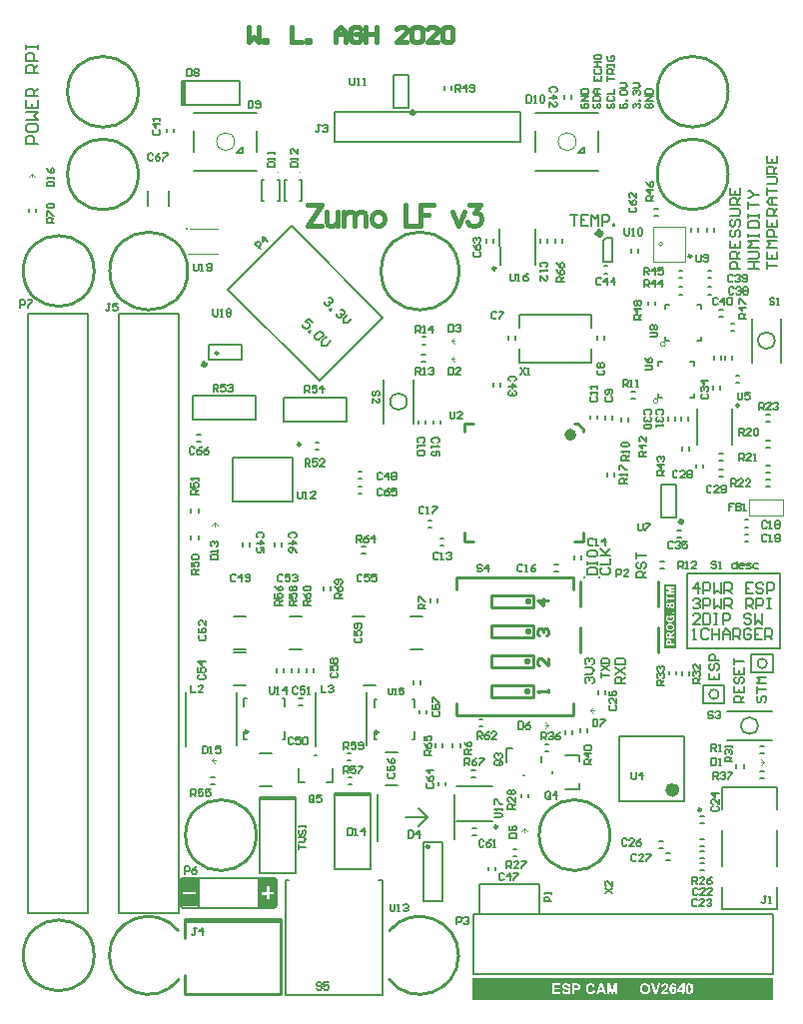
<source format=gto>
G04*
G04 #@! TF.GenerationSoftware,Altium Limited,Altium Designer,21.0.8 (223)*
G04*
G04 Layer_Color=65535*
%FSLAX25Y25*%
%MOIN*%
G70*
G04*
G04 #@! TF.SameCoordinates,C8F2EFAD-F301-47D2-81E3-A82B1A8C5C35*
G04*
G04*
G04 #@! TF.FilePolarity,Positive*
G04*
G01*
G75*
%ADD10C,0.01000*%
%ADD11C,0.00394*%
%ADD12C,0.01575*%
%ADD13C,0.00984*%
%ADD14C,0.02000*%
%ADD15C,0.00000*%
%ADD16C,0.02362*%
%ADD17C,0.00787*%
%ADD18C,0.00600*%
%ADD19C,0.00500*%
%ADD20C,0.00800*%
%ADD21C,0.01772*%
%ADD22C,0.00709*%
%ADD23R,0.12000X0.01400*%
%ADD24R,0.00900X0.15800*%
%ADD25R,0.02559X0.03316*%
%ADD26R,0.01181X0.02559*%
%ADD27R,0.02559X0.03062*%
%ADD28R,0.01732X0.02559*%
%ADD29R,0.02389X0.04576*%
%ADD30R,0.02913X0.04398*%
%ADD31R,0.02251X0.04637*%
%ADD32R,0.02913X0.04637*%
%ADD33R,0.06221X0.04668*%
%ADD34R,0.06221X0.04269*%
%ADD35R,0.01150X0.02559*%
%ADD36R,0.01102X0.02559*%
G36*
X277056Y40500D02*
X177000D01*
Y47741D01*
X277056D01*
Y40500D01*
D02*
G37*
G36*
X245000Y157819D02*
X240769D01*
Y179130D01*
X245000D01*
Y157819D01*
D02*
G37*
%LPC*%
G36*
X245023Y45906D02*
Y43488D01*
X245018Y43585D01*
X245008Y43672D01*
X244993Y43759D01*
X244977Y43835D01*
X244952Y43912D01*
X244926Y43978D01*
X244901Y44044D01*
X244870Y44100D01*
X244840Y44151D01*
X244814Y44197D01*
X244789Y44233D01*
X244763Y44269D01*
X244748Y44294D01*
X244733Y44309D01*
X244722Y44320D01*
X244717Y44325D01*
X244661Y44381D01*
X244600Y44432D01*
X244539Y44478D01*
X244478Y44513D01*
X244416Y44544D01*
X244355Y44570D01*
X244243Y44610D01*
X244192Y44626D01*
X244141Y44636D01*
X244100Y44641D01*
X244064Y44646D01*
X244034Y44651D01*
X243993D01*
X243922Y44646D01*
X243855Y44636D01*
X243794Y44626D01*
X243733Y44605D01*
X243626Y44554D01*
X243534Y44503D01*
X243463Y44447D01*
X243432Y44422D01*
X243407Y44396D01*
X243386Y44376D01*
X243371Y44366D01*
X243366Y44355D01*
X243361Y44350D01*
X243371Y44457D01*
X243381Y44559D01*
X243391Y44651D01*
X243407Y44733D01*
X243422Y44804D01*
X243437Y44870D01*
X243453Y44927D01*
X243473Y44978D01*
X243488Y45023D01*
X243498Y45059D01*
X243514Y45090D01*
X243524Y45110D01*
X243534Y45131D01*
X243544Y45141D01*
X243549Y45151D01*
X243605Y45217D01*
X243667Y45263D01*
X243728Y45299D01*
X243784Y45319D01*
X243835Y45335D01*
X243876Y45340D01*
X243901Y45345D01*
X243912D01*
X243968Y45340D01*
X244024Y45329D01*
X244070Y45314D01*
X244105Y45299D01*
X244136Y45278D01*
X244156Y45263D01*
X244172Y45253D01*
X244177Y45248D01*
X244212Y45207D01*
X244238Y45161D01*
X244263Y45110D01*
X244279Y45064D01*
X244289Y45018D01*
X244299Y44983D01*
X244304Y44962D01*
Y44952D01*
X244957Y45023D01*
X244921Y45176D01*
X244870Y45304D01*
X244814Y45416D01*
X244758Y45513D01*
X244702Y45584D01*
X244682Y45610D01*
X244656Y45635D01*
X244641Y45651D01*
X244625Y45666D01*
X244620Y45676D01*
X244615D01*
X244564Y45717D01*
X244513Y45753D01*
X244401Y45809D01*
X244289Y45850D01*
X244187Y45875D01*
X244095Y45895D01*
X244054Y45901D01*
X244019D01*
X243993Y45906D01*
X243952D01*
X243845Y45901D01*
X243748Y45885D01*
X243651Y45865D01*
X243565Y45839D01*
X243483Y45804D01*
X243402Y45768D01*
X243335Y45727D01*
X243269Y45691D01*
X243213Y45651D01*
X243162Y45610D01*
X243121Y45574D01*
X243085Y45538D01*
X243055Y45513D01*
X243034Y45493D01*
X243024Y45477D01*
X243019Y45472D01*
X242958Y45386D01*
X242902Y45289D01*
X242856Y45182D01*
X242815Y45074D01*
X242779Y44957D01*
X242749Y44840D01*
X242723Y44723D01*
X242708Y44610D01*
X242693Y44503D01*
X242682Y44401D01*
X242672Y44309D01*
X242667Y44228D01*
X242662Y44161D01*
Y44182D01*
Y44070D01*
X242667Y43896D01*
X242677Y43738D01*
X242693Y43590D01*
X242718Y43458D01*
X242744Y43330D01*
X242769Y43218D01*
X242800Y43121D01*
X242835Y43029D01*
X242866Y42953D01*
X242897Y42886D01*
X242922Y42830D01*
X242953Y42785D01*
X242973Y42749D01*
X242988Y42723D01*
X242999Y42708D01*
X243004Y42703D01*
X243070Y42632D01*
X243141Y42565D01*
X243213Y42509D01*
X243289Y42463D01*
X243361Y42422D01*
X243437Y42392D01*
X243509Y42361D01*
X243575Y42341D01*
X243641Y42325D01*
X243697Y42310D01*
X243753Y42305D01*
X243799Y42295D01*
X243835D01*
X243861Y42290D01*
X245023D01*
Y45906D01*
D02*
G37*
G36*
X242203D02*
Y44916D01*
X242198Y44993D01*
X242188Y45069D01*
X242178Y45141D01*
X242157Y45207D01*
X242106Y45324D01*
X242055Y45426D01*
X242024Y45472D01*
X241999Y45508D01*
X241973Y45544D01*
X241948Y45569D01*
X241928Y45590D01*
X241917Y45610D01*
X241907Y45615D01*
X241902Y45620D01*
X241846Y45671D01*
X241780Y45717D01*
X241719Y45753D01*
X241647Y45783D01*
X241514Y45834D01*
X241382Y45870D01*
X241321Y45880D01*
X241265Y45890D01*
X241214Y45895D01*
X241168Y45901D01*
X241132Y45906D01*
X239831D01*
X241081D01*
X240994Y45901D01*
X240913Y45895D01*
X240755Y45870D01*
X240622Y45829D01*
X240561Y45809D01*
X240505Y45783D01*
X240454Y45763D01*
X240413Y45737D01*
X240372Y45717D01*
X240341Y45702D01*
X240316Y45681D01*
X240301Y45671D01*
X240290Y45666D01*
X240285Y45661D01*
X240229Y45610D01*
X240178Y45559D01*
X240132Y45498D01*
X240092Y45431D01*
X240030Y45299D01*
X239979Y45171D01*
X239964Y45105D01*
X239949Y45049D01*
X239933Y44998D01*
X239928Y44952D01*
X239918Y44911D01*
Y44886D01*
X239913Y44865D01*
Y44860D01*
X240586Y44794D01*
X240597Y44896D01*
X240617Y44983D01*
X240637Y45059D01*
X240663Y45115D01*
X240683Y45161D01*
X240704Y45192D01*
X240719Y45212D01*
X240724Y45217D01*
X240775Y45258D01*
X240831Y45289D01*
X240887Y45314D01*
X240943Y45329D01*
X240989Y45340D01*
X241030Y45345D01*
X241066D01*
X241142Y45340D01*
X241209Y45324D01*
X241265Y45304D01*
X241316Y45283D01*
X241351Y45263D01*
X241382Y45243D01*
X241397Y45227D01*
X241402Y45222D01*
X241443Y45171D01*
X241474Y45115D01*
X241494Y45059D01*
X241509Y45003D01*
X241520Y44952D01*
X241525Y44906D01*
Y44881D01*
Y44875D01*
Y44870D01*
X241520Y44794D01*
X241504Y44723D01*
X241479Y44651D01*
X241453Y44590D01*
X241428Y44534D01*
X241402Y44493D01*
X241387Y44467D01*
X241382Y44457D01*
X241361Y44427D01*
X241331Y44391D01*
X241290Y44345D01*
X241249Y44304D01*
X241158Y44207D01*
X241066Y44111D01*
X240974Y44019D01*
X240933Y43978D01*
X240892Y43947D01*
X240862Y43917D01*
X240841Y43896D01*
X240826Y43881D01*
X240821Y43876D01*
X240719Y43779D01*
X240627Y43687D01*
X240540Y43600D01*
X240464Y43524D01*
X240392Y43448D01*
X240331Y43376D01*
X240275Y43315D01*
X240229Y43254D01*
X240189Y43203D01*
X240153Y43157D01*
X240122Y43121D01*
X240102Y43085D01*
X240081Y43065D01*
X240071Y43045D01*
X240061Y43034D01*
Y43029D01*
X239995Y42912D01*
X239944Y42790D01*
X239903Y42677D01*
X239872Y42575D01*
X239852Y42484D01*
X239847Y42448D01*
X239842Y42417D01*
X239837Y42392D01*
X239831Y42371D01*
Y42356D01*
X242203D01*
Y45906D01*
D02*
G37*
G36*
X209589Y45952D02*
Y43381D01*
X209583Y43504D01*
X209568Y43611D01*
X209543Y43708D01*
X209517Y43789D01*
X209492Y43856D01*
X209466Y43901D01*
X209451Y43932D01*
X209446Y43942D01*
X209390Y44024D01*
X209323Y44095D01*
X209257Y44156D01*
X209196Y44207D01*
X209140Y44248D01*
X209094Y44279D01*
X209063Y44299D01*
X209058Y44304D01*
X209053D01*
X209002Y44330D01*
X208951Y44355D01*
X208829Y44401D01*
X208701Y44442D01*
X208579Y44483D01*
X208523Y44498D01*
X208467Y44513D01*
X208416Y44529D01*
X208375Y44539D01*
X208339Y44549D01*
X208313Y44554D01*
X208293Y44559D01*
X208288D01*
X208196Y44585D01*
X208115Y44605D01*
X208038Y44626D01*
X207967Y44646D01*
X207911Y44666D01*
X207855Y44687D01*
X207809Y44707D01*
X207768Y44723D01*
X207732Y44738D01*
X207707Y44753D01*
X207681Y44763D01*
X207666Y44774D01*
X207640Y44789D01*
X207635Y44794D01*
X207599Y44830D01*
X207574Y44865D01*
X207559Y44901D01*
X207548Y44937D01*
X207538Y44962D01*
X207533Y44988D01*
Y45003D01*
Y45008D01*
X207538Y45059D01*
X207548Y45100D01*
X207569Y45141D01*
X207589Y45171D01*
X207610Y45197D01*
X207630Y45212D01*
X207640Y45222D01*
X207645Y45227D01*
X207717Y45273D01*
X207793Y45304D01*
X207875Y45329D01*
X207951Y45345D01*
X208018Y45355D01*
X208074Y45360D01*
X208125D01*
X208232Y45355D01*
X208324Y45340D01*
X208400Y45319D01*
X208461Y45299D01*
X208512Y45278D01*
X208548Y45258D01*
X208569Y45243D01*
X208574Y45238D01*
X208625Y45187D01*
X208670Y45125D01*
X208706Y45064D01*
X208732Y44998D01*
X208752Y44942D01*
X208762Y44896D01*
X208772Y44860D01*
Y44855D01*
Y44850D01*
X209487Y44875D01*
X209481Y44967D01*
X209466Y45049D01*
X209446Y45131D01*
X209420Y45202D01*
X209395Y45273D01*
X209364Y45340D01*
X209333Y45396D01*
X209303Y45452D01*
X209267Y45498D01*
X209237Y45538D01*
X209206Y45574D01*
X209180Y45605D01*
X209160Y45625D01*
X209145Y45641D01*
X209135Y45651D01*
X209130Y45656D01*
X209063Y45707D01*
X208992Y45753D01*
X208915Y45794D01*
X208834Y45829D01*
X208752Y45855D01*
X208670Y45880D01*
X208507Y45916D01*
X208431Y45926D01*
X208365Y45936D01*
X208298Y45941D01*
X208242Y45946D01*
X208196Y45952D01*
X208135D01*
X207987Y45946D01*
X207855Y45931D01*
X207737Y45911D01*
X207635Y45890D01*
X207589Y45875D01*
X207548Y45865D01*
X207518Y45855D01*
X207487Y45845D01*
X207467Y45834D01*
X207452Y45829D01*
X207441Y45824D01*
X207436D01*
X207334Y45773D01*
X207248Y45717D01*
X207171Y45656D01*
X207110Y45600D01*
X207059Y45549D01*
X207028Y45508D01*
X207003Y45477D01*
X206998Y45472D01*
Y45467D01*
X206947Y45380D01*
X206911Y45289D01*
X206886Y45202D01*
X206870Y45125D01*
X206860Y45059D01*
X206850Y45008D01*
Y44988D01*
Y44972D01*
Y44967D01*
Y44962D01*
X206855Y44886D01*
X206865Y44809D01*
X206880Y44743D01*
X206901Y44677D01*
X206952Y44554D01*
X207013Y44447D01*
X207038Y44401D01*
X207069Y44366D01*
X207095Y44330D01*
X207120Y44299D01*
X207140Y44279D01*
X207156Y44263D01*
X207166Y44253D01*
X207171Y44248D01*
X207217Y44212D01*
X207273Y44177D01*
X207329Y44141D01*
X207396Y44111D01*
X207523Y44049D01*
X207656Y43998D01*
X207722Y43978D01*
X207778Y43957D01*
X207834Y43942D01*
X207880Y43927D01*
X207916Y43917D01*
X207946Y43907D01*
X207967Y43901D01*
X207972D01*
X208053Y43881D01*
X208125Y43861D01*
X208191Y43845D01*
X208252Y43830D01*
X208303Y43815D01*
X208349Y43804D01*
X208390Y43789D01*
X208426Y43779D01*
X208456Y43774D01*
X208482Y43764D01*
X208518Y43753D01*
X208538Y43743D01*
X208543D01*
X208609Y43718D01*
X208660Y43692D01*
X208706Y43667D01*
X208742Y43641D01*
X208767Y43621D01*
X208783Y43606D01*
X208793Y43595D01*
X208798Y43590D01*
X208823Y43555D01*
X208844Y43519D01*
X208854Y43483D01*
X208864Y43453D01*
X208869Y43422D01*
X208875Y43396D01*
Y43381D01*
Y43376D01*
X208869Y43305D01*
X208849Y43244D01*
X208818Y43182D01*
X208788Y43131D01*
X208752Y43091D01*
X208727Y43060D01*
X208706Y43040D01*
X208696Y43034D01*
X208625Y42988D01*
X208543Y42953D01*
X208456Y42927D01*
X208375Y42912D01*
X208298Y42902D01*
X208237Y42892D01*
X208181D01*
X208064Y42897D01*
X207962Y42917D01*
X207875Y42943D01*
X207798Y42973D01*
X207737Y43004D01*
X207696Y43029D01*
X207671Y43050D01*
X207661Y43055D01*
X207594Y43126D01*
X207543Y43203D01*
X207498Y43289D01*
X207467Y43376D01*
X207441Y43453D01*
X207421Y43514D01*
X207416Y43534D01*
Y43555D01*
X207411Y43565D01*
Y43570D01*
X206717Y43504D01*
X206733Y43396D01*
X206753Y43295D01*
X206784Y43198D01*
X206809Y43111D01*
X206845Y43029D01*
X206880Y42953D01*
X206916Y42886D01*
X206952Y42825D01*
X206988Y42774D01*
X207023Y42728D01*
X207054Y42688D01*
X207084Y42652D01*
X207105Y42626D01*
X207125Y42611D01*
X207135Y42601D01*
X207140Y42596D01*
X207212Y42540D01*
X207288Y42494D01*
X207370Y42453D01*
X207457Y42417D01*
X207538Y42392D01*
X207625Y42366D01*
X207793Y42331D01*
X207870Y42315D01*
X207941Y42305D01*
X208002Y42300D01*
X208059Y42295D01*
X208104Y42290D01*
X206717D01*
X208171D01*
X208334Y42295D01*
X208482Y42310D01*
X208614Y42331D01*
X208670Y42341D01*
X208727Y42356D01*
X208772Y42366D01*
X208813Y42377D01*
X208849Y42387D01*
X208880Y42397D01*
X208905Y42407D01*
X208920Y42412D01*
X208931Y42417D01*
X208936D01*
X209048Y42473D01*
X209140Y42535D01*
X209226Y42596D01*
X209293Y42662D01*
X209344Y42718D01*
X209384Y42769D01*
X209405Y42800D01*
X209415Y42805D01*
Y42810D01*
X209471Y42912D01*
X209517Y43009D01*
X209548Y43106D01*
X209568Y43198D01*
X209578Y43269D01*
X209583Y43305D01*
X209589Y43330D01*
Y42290D01*
X209589D01*
X209589D01*
Y45952D01*
D02*
G37*
G36*
X216438D02*
X214729D01*
X216377D01*
X216244Y45946D01*
X216111Y45931D01*
X215994Y45906D01*
X215877Y45875D01*
X215775Y45839D01*
X215673Y45799D01*
X215586Y45753D01*
X215505Y45707D01*
X215428Y45661D01*
X215367Y45615D01*
X215311Y45574D01*
X215265Y45538D01*
X215229Y45508D01*
X215204Y45482D01*
X215188Y45467D01*
X215183Y45462D01*
X215102Y45365D01*
X215035Y45263D01*
X214974Y45156D01*
X214923Y45044D01*
X214877Y44927D01*
X214842Y44814D01*
X214811Y44702D01*
X214785Y44595D01*
X214765Y44488D01*
X214755Y44396D01*
X214745Y44309D01*
X214734Y44238D01*
Y44177D01*
X214729Y44131D01*
D01*
Y44090D01*
X214734Y43937D01*
X214750Y43794D01*
X214770Y43657D01*
X214801Y43534D01*
X214831Y43417D01*
X214872Y43305D01*
X214913Y43208D01*
X214954Y43121D01*
X214995Y43040D01*
X215035Y42968D01*
X215076Y42912D01*
X215107Y42861D01*
X215137Y42825D01*
X215158Y42795D01*
X215173Y42779D01*
X215178Y42774D01*
X215265Y42688D01*
X215357Y42616D01*
X215454Y42550D01*
X215550Y42499D01*
X215647Y42453D01*
X215744Y42412D01*
X215836Y42382D01*
X215923Y42356D01*
X216009Y42336D01*
X216086Y42320D01*
X216157Y42310D01*
X216213Y42305D01*
X216264Y42300D01*
X216300Y42295D01*
X216331D01*
X216438Y42300D01*
X216535Y42305D01*
X216632Y42320D01*
X216718Y42341D01*
X216800Y42361D01*
X216876Y42382D01*
X216948Y42407D01*
X217014Y42438D01*
X217070Y42463D01*
X217121Y42489D01*
X217167Y42509D01*
X217203Y42529D01*
X217233Y42550D01*
X217254Y42565D01*
X217264Y42570D01*
X217269Y42575D01*
X217335Y42632D01*
X217397Y42693D01*
X217509Y42830D01*
X217601Y42973D01*
X217672Y43111D01*
X217703Y43177D01*
X217728Y43238D01*
X217748Y43295D01*
X217769Y43340D01*
X217784Y43381D01*
X217794Y43412D01*
X217799Y43432D01*
Y42489D01*
Y43432D01*
Y43437D01*
X217106Y43652D01*
X217065Y43514D01*
X217019Y43396D01*
X216973Y43300D01*
X216922Y43218D01*
X216881Y43157D01*
X216846Y43116D01*
X216820Y43091D01*
X216810Y43080D01*
X216728Y43019D01*
X216647Y42978D01*
X216565Y42948D01*
X216494Y42922D01*
X216428Y42912D01*
X216371Y42907D01*
X216351Y42902D01*
X216326D01*
X216254Y42907D01*
X216188Y42912D01*
X216066Y42948D01*
X215958Y42988D01*
X215872Y43045D01*
X215800Y43096D01*
X215749Y43136D01*
X215729Y43157D01*
X215714Y43172D01*
X215708Y43177D01*
X215703Y43182D01*
X215663Y43238D01*
X215627Y43305D01*
X215591Y43376D01*
X215566Y43453D01*
X215525Y43611D01*
X215494Y43769D01*
X215484Y43845D01*
X215479Y43912D01*
X215469Y43978D01*
Y44034D01*
X215464Y44075D01*
Y44111D01*
Y44136D01*
Y44141D01*
X215469Y44258D01*
X215474Y44366D01*
X215484Y44462D01*
X215499Y44554D01*
X215520Y44636D01*
X215540Y44712D01*
X215561Y44779D01*
X215586Y44840D01*
X215606Y44891D01*
X215627Y44937D01*
X215647Y44972D01*
X215668Y45003D01*
X215683Y45028D01*
X215693Y45044D01*
X215703Y45054D01*
Y45059D01*
X215749Y45110D01*
X215800Y45156D01*
X215851Y45192D01*
X215907Y45222D01*
X216015Y45273D01*
X216116Y45309D01*
X216203Y45329D01*
X216244Y45335D01*
X216275Y45340D01*
X216305Y45345D01*
X216341D01*
X216443Y45340D01*
X216535Y45319D01*
X216616Y45294D01*
X216688Y45263D01*
X216744Y45232D01*
X216785Y45207D01*
X216810Y45187D01*
X216820Y45182D01*
X216887Y45120D01*
X216948Y45049D01*
X216994Y44978D01*
X217029Y44906D01*
X217055Y44845D01*
X217070Y44799D01*
X217080Y44779D01*
Y44763D01*
X217086Y44758D01*
Y44753D01*
X217789Y44921D01*
X217738Y45069D01*
X217682Y45197D01*
X217621Y45309D01*
X217565Y45401D01*
X217509Y45472D01*
X217488Y45503D01*
X217468Y45528D01*
X217453Y45544D01*
X217437Y45559D01*
X217432Y45569D01*
X217427D01*
X217351Y45635D01*
X217264Y45697D01*
X217182Y45748D01*
X217096Y45788D01*
X217004Y45829D01*
X216917Y45860D01*
X216830Y45885D01*
X216749Y45906D01*
X216672Y45921D01*
X216601Y45931D01*
X216540Y45941D01*
X216484Y45946D01*
X216438Y45952D01*
D02*
G37*
G36*
X236221D02*
X234754D01*
X236221D01*
Y44116D01*
X236216Y44274D01*
X236200Y44422D01*
X236180Y44559D01*
X236149Y44692D01*
X236114Y44809D01*
X236073Y44921D01*
X236032Y45023D01*
X235986Y45110D01*
X235940Y45192D01*
X235899Y45263D01*
X235859Y45324D01*
X235823Y45375D01*
X235797Y45411D01*
X235772Y45442D01*
X235757Y45457D01*
X235752Y45462D01*
X235660Y45549D01*
X235563Y45625D01*
X235461Y45691D01*
X235359Y45748D01*
X235252Y45794D01*
X235150Y45834D01*
X235048Y45865D01*
X234951Y45890D01*
X234859Y45911D01*
X234772Y45926D01*
X234696Y45936D01*
X234630Y45946D01*
X234578D01*
X234538Y45952D01*
X232799D01*
X234502D01*
X234349Y45946D01*
X234201Y45931D01*
X234074Y45906D01*
X233961Y45880D01*
X233915Y45865D01*
X233870Y45855D01*
X233834Y45845D01*
X233803Y45829D01*
X233778Y45824D01*
X233757Y45814D01*
X233747Y45809D01*
X233742D01*
X233650Y45768D01*
X233564Y45717D01*
X233487Y45661D01*
X233421Y45610D01*
X233365Y45564D01*
X233319Y45523D01*
X233293Y45498D01*
X233288Y45493D01*
X233283Y45487D01*
X233212Y45406D01*
X233145Y45319D01*
X233089Y45243D01*
X233043Y45166D01*
X233008Y45100D01*
X232977Y45049D01*
X232972Y45028D01*
X232962Y45013D01*
X232957Y45008D01*
Y45003D01*
X232906Y44860D01*
X232865Y44707D01*
X232839Y44554D01*
X232819Y44411D01*
X232814Y44345D01*
X232809Y44284D01*
X232804Y44233D01*
Y44187D01*
X232799Y44146D01*
Y44095D01*
X232804Y43942D01*
X232819Y43794D01*
X232839Y43657D01*
X232870Y43529D01*
X232906Y43412D01*
X232946Y43305D01*
X232987Y43203D01*
X233033Y43116D01*
X233074Y43034D01*
X233115Y42968D01*
X233156Y42907D01*
X233191Y42856D01*
X233222Y42820D01*
X233242Y42790D01*
X233258Y42774D01*
X233263Y42769D01*
X233354Y42682D01*
X233451Y42611D01*
X233548Y42545D01*
X233655Y42494D01*
X233757Y42448D01*
X233864Y42407D01*
X233961Y42377D01*
X234063Y42351D01*
X234155Y42331D01*
X234242Y42315D01*
X234318Y42305D01*
X234385Y42300D01*
X234436Y42295D01*
X234476Y42290D01*
X234512D01*
X234655Y42295D01*
X234788Y42310D01*
X234915Y42336D01*
X235032Y42366D01*
X235145Y42402D01*
X235247Y42443D01*
X235338Y42484D01*
X235425Y42529D01*
X235496Y42575D01*
X235563Y42616D01*
X235619Y42657D01*
X235665Y42693D01*
X235706Y42723D01*
X235731Y42749D01*
X235746Y42764D01*
X235752Y42769D01*
X235833Y42866D01*
X235905Y42968D01*
X235971Y43075D01*
X236022Y43182D01*
X236068Y43295D01*
X236108Y43407D01*
X236139Y43519D01*
X236165Y43626D01*
X236180Y43723D01*
X236195Y43820D01*
X236205Y43901D01*
X236216Y43973D01*
Y44034D01*
X236221Y44080D01*
Y45952D01*
D02*
G37*
G36*
X250440Y45906D02*
Y44095D01*
X250434Y44279D01*
X250424Y44447D01*
X250409Y44600D01*
X250383Y44743D01*
X250358Y44875D01*
X250332Y44993D01*
X250297Y45100D01*
X250266Y45192D01*
X250236Y45278D01*
X250205Y45345D01*
X250174Y45406D01*
X250149Y45457D01*
X250123Y45493D01*
X250108Y45518D01*
X250098Y45533D01*
X250093Y45538D01*
X250037Y45605D01*
X249975Y45661D01*
X249909Y45707D01*
X249843Y45753D01*
X249777Y45788D01*
X249710Y45814D01*
X249649Y45839D01*
X249583Y45860D01*
X249521Y45875D01*
X249470Y45885D01*
X249419Y45895D01*
X249379Y45901D01*
X249343Y45906D01*
X250440D01*
X248150D01*
D01*
X249292D01*
X249200Y45901D01*
X249113Y45890D01*
X249027Y45870D01*
X248950Y45850D01*
X248879Y45819D01*
X248813Y45788D01*
X248757Y45758D01*
X248700Y45722D01*
X248655Y45686D01*
X248609Y45656D01*
X248573Y45625D01*
X248547Y45595D01*
X248522Y45574D01*
X248507Y45554D01*
X248496Y45544D01*
X248491Y45538D01*
X248430Y45452D01*
X248379Y45350D01*
X248333Y45243D01*
X248292Y45131D01*
X248262Y45013D01*
X248231Y44891D01*
X248211Y44774D01*
X248190Y44656D01*
X248180Y44544D01*
X248170Y44442D01*
X248160Y44345D01*
X248155Y44263D01*
X248150Y44197D01*
D01*
Y44100D01*
X248155Y43917D01*
X248165Y43748D01*
X248180Y43590D01*
X248201Y43448D01*
X248221Y43320D01*
X248247Y43203D01*
X248277Y43101D01*
X248308Y43009D01*
X248333Y42932D01*
X248364Y42861D01*
X248389Y42805D01*
X248415Y42759D01*
X248430Y42728D01*
X248445Y42703D01*
X248456Y42688D01*
X248461Y42682D01*
X248522Y42611D01*
X248588Y42555D01*
X248655Y42499D01*
X248726Y42458D01*
X248792Y42417D01*
X248864Y42387D01*
X248930Y42361D01*
X248996Y42341D01*
X249057Y42320D01*
X249113Y42310D01*
X249165Y42300D01*
X249205Y42295D01*
X249241D01*
X249272Y42290D01*
X249292D01*
X249384Y42295D01*
X249470Y42305D01*
X249557Y42325D01*
X249634Y42346D01*
X249705Y42371D01*
X249771Y42402D01*
X249828Y42438D01*
X249884Y42473D01*
X249929Y42504D01*
X249975Y42540D01*
X250011Y42570D01*
X250042Y42596D01*
X250062Y42616D01*
X250077Y42637D01*
X250088Y42647D01*
X250093Y42652D01*
X250154Y42739D01*
X250205Y42841D01*
X250256Y42948D01*
X250292Y43065D01*
X250327Y43182D01*
X250353Y43300D01*
X250378Y43422D01*
X250399Y43539D01*
X250409Y43652D01*
X250419Y43753D01*
X250429Y43850D01*
X250434Y43932D01*
X250440Y43998D01*
Y42290D01*
X250440D01*
X250440D01*
Y45906D01*
D02*
G37*
G36*
X247828Y45901D02*
D01*
Y43657D01*
X247390D01*
Y45901D01*
X245288D01*
X246818D01*
X245288Y43652D01*
Y43065D01*
X246737D01*
Y42356D01*
X247390D01*
Y43065D01*
X247828D01*
Y45901D01*
D02*
G37*
G36*
X212898Y45885D02*
X210195D01*
Y42356D01*
X210909D01*
Y43687D01*
X211542D01*
X211618Y43692D01*
X211690D01*
X211756Y43697D01*
X211817Y43703D01*
X211873Y43708D01*
X211919Y43713D01*
X211965D01*
X212001Y43718D01*
X212036Y43723D01*
X212062Y43728D01*
X212082D01*
X212098Y43733D01*
X212108D01*
X212179Y43753D01*
X212246Y43779D01*
X212307Y43804D01*
X212363Y43835D01*
X212409Y43861D01*
X212444Y43881D01*
X212465Y43896D01*
X212475Y43901D01*
X212541Y43952D01*
X212597Y44008D01*
X212654Y44070D01*
X212694Y44121D01*
X212730Y44172D01*
X212756Y44212D01*
X212771Y44238D01*
X212776Y44248D01*
X212817Y44335D01*
X212847Y44427D01*
X212868Y44524D01*
X212883Y44610D01*
X212893Y44682D01*
Y44717D01*
X212898Y44743D01*
Y42499D01*
Y44743D01*
Y44799D01*
X212888Y44947D01*
X212868Y45085D01*
X212832Y45197D01*
X212796Y45299D01*
X212776Y45340D01*
X212756Y45375D01*
X212740Y45406D01*
X212720Y45436D01*
X212710Y45457D01*
X212700Y45472D01*
X212689Y45477D01*
Y45482D01*
X212608Y45574D01*
X212526Y45651D01*
X212439Y45712D01*
X212363Y45758D01*
X212292Y45788D01*
X212235Y45814D01*
X212215Y45819D01*
X212200Y45824D01*
X212190Y45829D01*
X212184D01*
X212144Y45839D01*
X212093Y45850D01*
X212031Y45855D01*
X211970Y45860D01*
X211827Y45870D01*
X211685Y45880D01*
X211552D01*
X211496Y45885D01*
X212898D01*
D02*
G37*
G36*
X239709D02*
X236420D01*
X237684Y42356D01*
X236420D01*
X239709D01*
X238455D01*
X239709Y45885D01*
D01*
D02*
G37*
G36*
X225363D02*
X221966D01*
Y42356D01*
X222624D01*
Y45131D01*
X223318Y42356D01*
X224006D01*
X224700Y45131D01*
X224705Y42356D01*
X225363D01*
Y45885D01*
D02*
G37*
G36*
X220176D02*
X218055D01*
X219421D01*
X218055Y42356D01*
X218809D01*
X219100Y43157D01*
X220518D01*
X220824Y42356D01*
X220348D01*
X221594D01*
X220176Y45885D01*
D02*
G37*
G36*
X206299D02*
X203616Y45885D01*
Y42356D01*
X206299Y42356D01*
Y42953D01*
X204330Y42953D01*
Y43912D01*
X206100Y43912D01*
Y44508D01*
X204330Y44508D01*
Y45289D01*
X206233Y45289D01*
Y45885D01*
X206299D01*
D01*
D02*
G37*
G36*
X236221Y43896D02*
Y42290D01*
D01*
Y43896D01*
D02*
G37*
%LPD*%
G36*
X243957Y44146D02*
X244024Y44126D01*
X244080Y44100D01*
X244131Y44070D01*
X244172Y44039D01*
X244197Y44014D01*
X244217Y43993D01*
X244223Y43988D01*
X244268Y43922D01*
X244304Y43840D01*
X244325Y43753D01*
X244345Y43672D01*
X244355Y43595D01*
X244360Y43534D01*
Y43514D01*
Y43493D01*
Y43483D01*
Y43478D01*
X244355Y43361D01*
X244340Y43259D01*
X244320Y43177D01*
X244299Y43111D01*
X244274Y43060D01*
X244253Y43024D01*
X244238Y42999D01*
X244233Y42994D01*
X244182Y42948D01*
X244131Y42912D01*
X244075Y42886D01*
X244029Y42871D01*
X243983Y42861D01*
X243947Y42851D01*
X243917D01*
X243845Y42861D01*
X243779Y42881D01*
X243723Y42907D01*
X243672Y42943D01*
X243631Y42973D01*
X243595Y43004D01*
X243575Y43024D01*
X243570Y43029D01*
X243519Y43101D01*
X243483Y43182D01*
X243458Y43269D01*
X243442Y43351D01*
X243432Y43427D01*
X243422Y43483D01*
Y43509D01*
Y43524D01*
Y43534D01*
Y43539D01*
X243427Y43646D01*
X243442Y43738D01*
X243463Y43815D01*
X243488Y43881D01*
X243514Y43927D01*
X243534Y43963D01*
X243549Y43988D01*
X243554Y43993D01*
X243605Y44044D01*
X243662Y44085D01*
X243718Y44111D01*
X243769Y44131D01*
X243815Y44141D01*
X243855Y44151D01*
X243886D01*
X243957Y44146D01*
D02*
G37*
G36*
X245023Y42290D02*
X243886D01*
X243978Y42295D01*
X244064Y42305D01*
X244146Y42320D01*
X244223Y42341D01*
X244299Y42366D01*
X244365Y42392D01*
X244427Y42422D01*
X244483Y42453D01*
X244534Y42484D01*
X244574Y42514D01*
X244615Y42540D01*
X244646Y42565D01*
X244671Y42586D01*
X244687Y42601D01*
X244697Y42611D01*
X244702Y42616D01*
X244758Y42677D01*
X244809Y42749D01*
X244850Y42820D01*
X244886Y42892D01*
X244921Y42963D01*
X244947Y43034D01*
X244983Y43177D01*
X244998Y43238D01*
X245008Y43300D01*
X245013Y43351D01*
X245018Y43396D01*
X245023Y43437D01*
Y42290D01*
D02*
G37*
G36*
X242203Y42983D02*
X240857D01*
X240897Y43050D01*
X240943Y43106D01*
X240964Y43131D01*
X240979Y43152D01*
X240989Y43162D01*
X240994Y43167D01*
X241015Y43187D01*
X241035Y43213D01*
X241096Y43269D01*
X241163Y43335D01*
X241229Y43402D01*
X241295Y43463D01*
X241351Y43514D01*
X241372Y43534D01*
X241387Y43549D01*
X241397Y43555D01*
X241402Y43560D01*
X241514Y43667D01*
X241606Y43753D01*
X241683Y43835D01*
X241744Y43896D01*
X241790Y43947D01*
X241821Y43983D01*
X241841Y44008D01*
X241846Y44014D01*
X241912Y44100D01*
X241968Y44182D01*
X242014Y44258D01*
X242050Y44325D01*
X242081Y44381D01*
X242101Y44427D01*
X242111Y44452D01*
X242116Y44462D01*
X242147Y44544D01*
X242167Y44626D01*
X242183Y44702D01*
X242193Y44774D01*
X242198Y44830D01*
X242203Y44875D01*
Y42983D01*
D02*
G37*
G36*
X234594Y45340D02*
X234670Y45329D01*
X234742Y45319D01*
X234808Y45299D01*
X234925Y45248D01*
X234981Y45222D01*
X235027Y45197D01*
X235073Y45166D01*
X235109Y45141D01*
X235139Y45115D01*
X235170Y45090D01*
X235191Y45069D01*
X235206Y45059D01*
X235211Y45049D01*
X235216Y45044D01*
X235262Y44983D01*
X235308Y44916D01*
X235344Y44850D01*
X235374Y44774D01*
X235420Y44620D01*
X235451Y44473D01*
X235466Y44406D01*
X235471Y44340D01*
X235476Y44284D01*
X235481Y44233D01*
X235486Y44187D01*
Y44156D01*
Y44136D01*
Y44131D01*
X235481Y44019D01*
X235476Y43912D01*
X235461Y43815D01*
X235445Y43728D01*
X235425Y43641D01*
X235400Y43565D01*
X235374Y43499D01*
X235349Y43437D01*
X235323Y43381D01*
X235298Y43335D01*
X235277Y43295D01*
X235252Y43259D01*
X235236Y43233D01*
X235221Y43218D01*
X235216Y43208D01*
X235211Y43203D01*
X235160Y43147D01*
X235104Y43101D01*
X235043Y43060D01*
X234986Y43024D01*
X234925Y42999D01*
X234869Y42973D01*
X234757Y42937D01*
X234660Y42912D01*
X234619Y42907D01*
X234584Y42902D01*
X234553Y42897D01*
X234512D01*
X234436Y42902D01*
X234359Y42912D01*
X234288Y42927D01*
X234222Y42948D01*
X234099Y42994D01*
X234002Y43055D01*
X233956Y43080D01*
X233921Y43111D01*
X233885Y43136D01*
X233859Y43162D01*
X233839Y43177D01*
X233824Y43192D01*
X233814Y43203D01*
X233808Y43208D01*
X233763Y43269D01*
X233717Y43335D01*
X233681Y43407D01*
X233650Y43483D01*
X233599Y43631D01*
X233569Y43779D01*
X233559Y43850D01*
X233548Y43912D01*
X233543Y43973D01*
X233538Y44024D01*
X233533Y44065D01*
Y44095D01*
Y44116D01*
Y44121D01*
X233538Y44233D01*
X233543Y44335D01*
X233559Y44432D01*
X233574Y44524D01*
X233594Y44605D01*
X233615Y44682D01*
X233640Y44748D01*
X233666Y44809D01*
X233691Y44865D01*
X233717Y44911D01*
X233737Y44947D01*
X233757Y44983D01*
X233773Y45008D01*
X233788Y45023D01*
X233793Y45034D01*
X233798Y45039D01*
X233849Y45095D01*
X233905Y45141D01*
X233966Y45182D01*
X234023Y45217D01*
X234084Y45248D01*
X234145Y45268D01*
X234257Y45309D01*
X234359Y45329D01*
X234400Y45335D01*
X234441Y45340D01*
X234471Y45345D01*
X234512D01*
X234594Y45340D01*
D02*
G37*
G36*
X249338D02*
X249379Y45335D01*
X249414Y45319D01*
X249445Y45304D01*
X249470Y45289D01*
X249491Y45278D01*
X249501Y45268D01*
X249506Y45263D01*
X249537Y45227D01*
X249567Y45182D01*
X249593Y45131D01*
X249618Y45079D01*
X249634Y45028D01*
X249649Y44988D01*
X249654Y44962D01*
X249659Y44957D01*
Y44952D01*
X249669Y44906D01*
X249680Y44850D01*
X249690Y44784D01*
X249700Y44717D01*
X249710Y44580D01*
X249715Y44437D01*
X249720Y44371D01*
Y44304D01*
X249726Y44248D01*
Y44197D01*
Y44156D01*
Y44121D01*
Y44100D01*
Y44095D01*
Y43983D01*
X249720Y43876D01*
Y43779D01*
X249715Y43692D01*
X249710Y43611D01*
X249705Y43539D01*
X249695Y43473D01*
X249690Y43417D01*
X249685Y43366D01*
X249675Y43325D01*
X249669Y43289D01*
X249664Y43259D01*
X249659Y43238D01*
Y43218D01*
X249654Y43213D01*
Y43208D01*
X249634Y43136D01*
X249608Y43080D01*
X249583Y43029D01*
X249562Y42994D01*
X249542Y42963D01*
X249521Y42943D01*
X249511Y42932D01*
X249506Y42927D01*
X249470Y42902D01*
X249435Y42881D01*
X249399Y42871D01*
X249363Y42861D01*
X249338Y42856D01*
X249312Y42851D01*
X249292D01*
X249246Y42856D01*
X249205Y42861D01*
X249170Y42876D01*
X249139Y42892D01*
X249113Y42902D01*
X249093Y42917D01*
X249083Y42922D01*
X249078Y42927D01*
X249047Y42963D01*
X249017Y43009D01*
X248991Y43060D01*
X248966Y43111D01*
X248950Y43157D01*
X248935Y43198D01*
X248930Y43223D01*
X248925Y43233D01*
X248915Y43284D01*
X248904Y43340D01*
X248894Y43402D01*
X248889Y43468D01*
X248879Y43611D01*
X248874Y43753D01*
X248869Y43820D01*
Y43886D01*
X248864Y43942D01*
Y43993D01*
Y44034D01*
Y44070D01*
Y44090D01*
Y44095D01*
Y44207D01*
X248869Y44315D01*
Y44406D01*
X248874Y44498D01*
X248879Y44575D01*
X248884Y44651D01*
X248889Y44712D01*
X248899Y44774D01*
X248904Y44824D01*
X248909Y44865D01*
X248915Y44901D01*
X248920Y44932D01*
X248925Y44952D01*
Y44972D01*
X248930Y44978D01*
Y44983D01*
X248950Y45054D01*
X248976Y45115D01*
X248996Y45161D01*
X249022Y45202D01*
X249042Y45227D01*
X249057Y45248D01*
X249068Y45258D01*
X249073Y45263D01*
X249108Y45289D01*
X249149Y45309D01*
X249185Y45324D01*
X249221Y45335D01*
X249246Y45340D01*
X249272Y45345D01*
X249292D01*
X249338Y45340D01*
D02*
G37*
G36*
X246737Y43657D02*
X245916D01*
X246737Y44870D01*
Y43657D01*
D02*
G37*
G36*
X211491Y45283D02*
X211537D01*
X211583Y45278D01*
X211649D01*
X211700Y45273D01*
X211736Y45268D01*
X211756Y45263D01*
X211761D01*
X211822Y45248D01*
X211878Y45227D01*
X211929Y45202D01*
X211970Y45171D01*
X212001Y45146D01*
X212026Y45125D01*
X212042Y45110D01*
X212047Y45105D01*
X212087Y45054D01*
X212113Y45003D01*
X212133Y44947D01*
X212149Y44896D01*
X212159Y44850D01*
X212164Y44814D01*
Y44794D01*
Y44784D01*
X212159Y44728D01*
X212154Y44677D01*
X212139Y44631D01*
X212123Y44590D01*
X212108Y44554D01*
X212098Y44529D01*
X212087Y44513D01*
X212082Y44508D01*
X212052Y44467D01*
X212011Y44432D01*
X211975Y44401D01*
X211940Y44376D01*
X211909Y44360D01*
X211883Y44345D01*
X211863Y44340D01*
X211858Y44335D01*
X211827Y44325D01*
X211792Y44320D01*
X211710Y44304D01*
X211618Y44294D01*
X211526Y44289D01*
X211435D01*
X211399Y44284D01*
X210909D01*
Y45289D01*
X211440D01*
X211491Y45283D01*
D02*
G37*
G36*
X238087Y43274D02*
X237190Y45885D01*
X238949D01*
X238087Y43274D01*
D02*
G37*
G36*
X223664Y43473D02*
X223032Y45885D01*
X224292D01*
X223664Y43473D01*
D02*
G37*
G36*
X220288Y43753D02*
X219314D01*
X219794Y45064D01*
X220288Y43753D01*
D02*
G37*
%LPC*%
G36*
X244164Y178252D02*
X241604D01*
Y177475D01*
X243354Y177020D01*
X241604Y176561D01*
Y175787D01*
X244164D01*
Y177268D01*
X242152Y177771D01*
X244164Y177774D01*
Y178252D01*
D02*
G37*
G36*
Y175458D02*
Y174703D01*
X242037D01*
Y175458D01*
X241604D01*
Y173427D01*
X244164D01*
Y175458D01*
D02*
G37*
G36*
X244213Y173168D02*
D01*
Y172139D01*
X244209Y172258D01*
X244198Y172365D01*
X244183Y172461D01*
X244176Y172502D01*
X244164Y172543D01*
X244157Y172576D01*
X244150Y172606D01*
X244142Y172631D01*
X244135Y172654D01*
X244127Y172672D01*
X244124Y172683D01*
X244120Y172691D01*
Y172694D01*
X244079Y172776D01*
X244035Y172842D01*
X243991Y172905D01*
X243942Y172953D01*
X243902Y172990D01*
X243865Y173020D01*
X243843Y173035D01*
X243839Y173042D01*
X243835D01*
X243761Y173083D01*
X243691Y173116D01*
X243621Y173138D01*
X243554Y173153D01*
X243502Y173161D01*
X243476Y173164D01*
X243458Y173168D01*
X244213D01*
X243458D01*
D01*
X243421D01*
X243332Y173164D01*
X243254Y173153D01*
X243184Y173135D01*
X243125Y173116D01*
X243077Y173098D01*
X243043Y173079D01*
X243021Y173068D01*
X243014Y173064D01*
X242955Y173024D01*
X242903Y172976D01*
X242858Y172927D01*
X242821Y172883D01*
X242792Y172842D01*
X242770Y172809D01*
X242755Y172787D01*
X242751Y172783D01*
Y172779D01*
X242733Y172742D01*
X242714Y172705D01*
X242681Y172617D01*
X242651Y172524D01*
X242622Y172435D01*
X242611Y172395D01*
X242599Y172354D01*
X242588Y172317D01*
X242581Y172287D01*
X242573Y172261D01*
X242570Y172243D01*
X242566Y172228D01*
Y172224D01*
X242548Y172158D01*
X242533Y172099D01*
X242518Y172043D01*
X242503Y171991D01*
X242488Y171951D01*
X242474Y171910D01*
X242459Y171877D01*
X242448Y171847D01*
X242437Y171821D01*
X242425Y171803D01*
X242418Y171784D01*
X242411Y171773D01*
X242400Y171755D01*
X242396Y171751D01*
X242370Y171725D01*
X242344Y171706D01*
X242318Y171695D01*
X242292Y171688D01*
X242274Y171680D01*
X242255Y171677D01*
X242244D01*
X242241D01*
X242203Y171680D01*
X242174Y171688D01*
X242144Y171703D01*
X242122Y171718D01*
X242104Y171732D01*
X242092Y171747D01*
X242085Y171755D01*
X242081Y171758D01*
X242048Y171810D01*
X242026Y171865D01*
X242007Y171925D01*
X241996Y171980D01*
X241989Y172028D01*
X241985Y172069D01*
Y172106D01*
X241989Y172184D01*
X242000Y172250D01*
X242015Y172306D01*
X242030Y172350D01*
X242044Y172387D01*
X242059Y172413D01*
X242070Y172428D01*
X242074Y172432D01*
X242111Y172469D01*
X242155Y172502D01*
X242200Y172528D01*
X242248Y172546D01*
X242289Y172561D01*
X242322Y172569D01*
X242348Y172576D01*
X242352D01*
X242355D01*
X242337Y173094D01*
X242270Y173090D01*
X242211Y173079D01*
X242152Y173064D01*
X242100Y173046D01*
X242048Y173027D01*
X242000Y173005D01*
X241959Y172983D01*
X241919Y172961D01*
X241885Y172935D01*
X241856Y172913D01*
X241830Y172890D01*
X241808Y172872D01*
X241793Y172857D01*
X241782Y172846D01*
X241774Y172839D01*
X241771Y172835D01*
X241734Y172787D01*
X241700Y172735D01*
X241671Y172679D01*
X241645Y172620D01*
X241626Y172561D01*
X241608Y172502D01*
X241582Y172383D01*
X241575Y172328D01*
X241567Y172280D01*
X241563Y172232D01*
X241560Y172191D01*
X241556Y172158D01*
Y172113D01*
X241560Y172006D01*
X241571Y171910D01*
X241586Y171825D01*
X241600Y171751D01*
X241612Y171718D01*
X241619Y171688D01*
X241626Y171666D01*
X241634Y171643D01*
X241641Y171629D01*
X241645Y171618D01*
X241649Y171610D01*
Y171607D01*
X241686Y171532D01*
X241726Y171470D01*
X241771Y171414D01*
X241811Y171370D01*
X241848Y171333D01*
X241878Y171310D01*
X241900Y171292D01*
X241904Y171288D01*
X241908D01*
X241970Y171251D01*
X242037Y171225D01*
X242100Y171207D01*
X242155Y171196D01*
X242203Y171188D01*
X242241Y171181D01*
X242255D01*
X242266D01*
X242270D01*
X242274D01*
X242329Y171185D01*
X242385Y171192D01*
X242433Y171203D01*
X242481Y171218D01*
X242570Y171255D01*
X242648Y171299D01*
X242681Y171318D01*
X242707Y171340D01*
X242733Y171359D01*
X242755Y171377D01*
X242770Y171392D01*
X242781Y171403D01*
X242788Y171410D01*
X242792Y171414D01*
X242818Y171447D01*
X242844Y171488D01*
X242869Y171529D01*
X242892Y171577D01*
X242936Y171669D01*
X242973Y171766D01*
X242988Y171814D01*
X243003Y171854D01*
X243014Y171895D01*
X243025Y171928D01*
X243032Y171954D01*
X243040Y171976D01*
X243043Y171991D01*
Y171995D01*
X243058Y172054D01*
X243073Y172106D01*
X243084Y172154D01*
X243095Y172198D01*
X243106Y172236D01*
X243114Y172269D01*
X243125Y172298D01*
X243132Y172324D01*
X243136Y172346D01*
X243143Y172365D01*
X243151Y172391D01*
X243158Y172406D01*
Y172409D01*
X243177Y172458D01*
X243195Y172494D01*
X243214Y172528D01*
X243232Y172554D01*
X243247Y172572D01*
X243258Y172583D01*
X243265Y172591D01*
X243269Y172594D01*
X243295Y172613D01*
X243321Y172628D01*
X243347Y172635D01*
X243369Y172643D01*
X243391Y172646D01*
X243410Y172650D01*
X243421D01*
X243425D01*
X243476Y172646D01*
X243521Y172631D01*
X243565Y172609D01*
X243602Y172587D01*
X243632Y172561D01*
X243654Y172543D01*
X243669Y172528D01*
X243672Y172520D01*
X243706Y172469D01*
X243732Y172409D01*
X243750Y172346D01*
X243761Y172287D01*
X243769Y172232D01*
X243776Y172187D01*
Y172147D01*
X243772Y172062D01*
X243758Y171988D01*
X243739Y171925D01*
X243717Y171869D01*
X243695Y171825D01*
X243676Y171795D01*
X243661Y171777D01*
X243658Y171769D01*
X243606Y171721D01*
X243550Y171684D01*
X243487Y171651D01*
X243425Y171629D01*
X243369Y171610D01*
X243325Y171595D01*
X243310Y171592D01*
X243295D01*
X243288Y171588D01*
X243284D01*
X243332Y171085D01*
X243410Y171096D01*
X243484Y171111D01*
X243554Y171133D01*
X243617Y171151D01*
X243676Y171177D01*
X243732Y171203D01*
X243780Y171229D01*
X243824Y171255D01*
X243861Y171281D01*
X243894Y171307D01*
X243924Y171329D01*
X243950Y171351D01*
X243968Y171366D01*
X243980Y171381D01*
X243987Y171388D01*
X243991Y171392D01*
X244031Y171444D01*
X244065Y171499D01*
X244094Y171558D01*
X244120Y171621D01*
X244139Y171680D01*
X244157Y171743D01*
X244183Y171865D01*
X244194Y171921D01*
X244201Y171973D01*
X244205Y172017D01*
X244209Y172058D01*
X244213Y172091D01*
Y171085D01*
X241556D01*
D01*
X244213D01*
Y173168D01*
D02*
G37*
G36*
X244164Y169716D02*
X243672D01*
Y169224D01*
X244164D01*
Y169716D01*
D02*
G37*
G36*
X244213Y168750D02*
D01*
Y167655D01*
X244209Y167773D01*
X244194Y167884D01*
X244176Y167992D01*
X244153Y168084D01*
X244142Y168125D01*
X244131Y168162D01*
X244120Y168195D01*
X244113Y168225D01*
X244105Y168247D01*
X244098Y168262D01*
X244094Y168273D01*
Y168277D01*
X244050Y168387D01*
X244002Y168480D01*
X243954Y168561D01*
X243913Y168632D01*
X243876Y168684D01*
X243861Y168702D01*
X243846Y168720D01*
X243835Y168732D01*
X243828Y168743D01*
X243820Y168750D01*
X242792D01*
Y167636D01*
X243225D01*
Y168228D01*
X243554D01*
X243587Y168184D01*
X243617Y168136D01*
X243643Y168088D01*
X243665Y168043D01*
X243684Y168006D01*
X243698Y167973D01*
X243706Y167955D01*
X243709Y167951D01*
Y167947D01*
X243732Y167888D01*
X243746Y167829D01*
X243758Y167773D01*
X243765Y167725D01*
X243769Y167681D01*
X243772Y167651D01*
Y167622D01*
X243769Y167562D01*
X243761Y167503D01*
X243750Y167451D01*
X243735Y167400D01*
X243698Y167307D01*
X243680Y167270D01*
X243658Y167233D01*
X243635Y167200D01*
X243617Y167170D01*
X243595Y167148D01*
X243580Y167126D01*
X243565Y167111D01*
X243554Y167100D01*
X243547Y167093D01*
X243543Y167089D01*
X243498Y167055D01*
X243447Y167022D01*
X243395Y166996D01*
X243339Y166974D01*
X243225Y166937D01*
X243114Y166915D01*
X243062Y166908D01*
X243010Y166900D01*
X242969Y166896D01*
X242929Y166893D01*
X242899Y166889D01*
X242873D01*
X242858D01*
X242855D01*
X242777Y166893D01*
X242707Y166896D01*
X242636Y166908D01*
X242573Y166919D01*
X242518Y166933D01*
X242466Y166952D01*
X242418Y166970D01*
X242374Y166989D01*
X242337Y167004D01*
X242303Y167022D01*
X242278Y167041D01*
X242255Y167055D01*
X242237Y167067D01*
X242226Y167078D01*
X242218Y167081D01*
X242215Y167085D01*
X242178Y167126D01*
X242141Y167166D01*
X242115Y167211D01*
X242089Y167255D01*
X242067Y167300D01*
X242048Y167344D01*
X242022Y167429D01*
X242015Y167470D01*
X242007Y167507D01*
X242004Y167540D01*
X242000Y167570D01*
X241996Y167592D01*
Y167625D01*
X242000Y167707D01*
X242015Y167777D01*
X242030Y167840D01*
X242052Y167895D01*
X242070Y167936D01*
X242089Y167969D01*
X242104Y167988D01*
X242107Y167995D01*
X242152Y168047D01*
X242200Y168091D01*
X242248Y168129D01*
X242296Y168154D01*
X242340Y168177D01*
X242374Y168191D01*
X242396Y168199D01*
X242400Y168202D01*
X242403D01*
X242307Y168717D01*
X242244Y168702D01*
X242181Y168680D01*
X242126Y168658D01*
X242074Y168628D01*
X242022Y168602D01*
X241978Y168572D01*
X241937Y168543D01*
X241900Y168513D01*
X241867Y168484D01*
X241837Y168458D01*
X241811Y168436D01*
X241793Y168413D01*
X241778Y168395D01*
X241763Y168380D01*
X241759Y168373D01*
X241756Y168369D01*
X241719Y168317D01*
X241689Y168262D01*
X241663Y168202D01*
X241641Y168140D01*
X241604Y168017D01*
X241582Y167899D01*
X241571Y167844D01*
X241567Y167792D01*
X241563Y167744D01*
X241560Y167703D01*
X241556Y167670D01*
Y166356D01*
X244213D01*
Y168750D01*
D02*
G37*
G36*
X242914Y166042D02*
X242888D01*
X242773Y166038D01*
X242666Y166027D01*
X242566Y166012D01*
X242470Y165990D01*
X242385Y165964D01*
X242303Y165934D01*
X242229Y165905D01*
X242166Y165872D01*
X242107Y165838D01*
X242056Y165809D01*
X242011Y165779D01*
X241974Y165753D01*
X241948Y165735D01*
X241926Y165716D01*
X241915Y165705D01*
X241911Y165701D01*
X241848Y165635D01*
X241793Y165564D01*
X241745Y165490D01*
X241704Y165416D01*
X241671Y165339D01*
X241641Y165265D01*
X241619Y165191D01*
X241600Y165120D01*
X241586Y165054D01*
X241575Y164991D01*
X241567Y164935D01*
X241560Y164887D01*
Y164850D01*
X241556Y164821D01*
Y163559D01*
X244213D01*
Y164850D01*
Y164802D01*
X244209Y164906D01*
X244198Y165002D01*
X244179Y165094D01*
X244157Y165180D01*
X244131Y165261D01*
X244102Y165335D01*
X244072Y165402D01*
X244039Y165464D01*
X244005Y165516D01*
X243976Y165564D01*
X243946Y165605D01*
X243920Y165638D01*
X243898Y165668D01*
X243880Y165687D01*
X243868Y165698D01*
X243865Y165701D01*
X243794Y165761D01*
X243721Y165812D01*
X243643Y165860D01*
X243565Y165897D01*
X243484Y165931D01*
X243402Y165960D01*
X243321Y165982D01*
X243243Y166001D01*
X243173Y166012D01*
X243103Y166023D01*
X243043Y166031D01*
X242992Y166038D01*
X242947D01*
X242914Y166042D01*
D02*
G37*
G36*
X244164Y163385D02*
D01*
X243665Y163071D01*
X243613Y163037D01*
X243561Y163004D01*
X243517Y162974D01*
X243476Y162945D01*
X243439Y162919D01*
X243402Y162897D01*
X243347Y162852D01*
X243302Y162819D01*
X243273Y162797D01*
X243254Y162778D01*
X243251Y162775D01*
X243206Y162734D01*
X243165Y162686D01*
X243132Y162641D01*
X243099Y162597D01*
X243073Y162560D01*
X243055Y162530D01*
X243040Y162508D01*
X243036Y162504D01*
Y162501D01*
X243025Y162564D01*
X243010Y162619D01*
X242995Y162671D01*
X242977Y162723D01*
X242958Y162767D01*
X242940Y162808D01*
X242921Y162849D01*
X242899Y162882D01*
X242881Y162911D01*
X242862Y162937D01*
X242844Y162960D01*
X242829Y162974D01*
X242818Y162989D01*
X242807Y163000D01*
X242803Y163004D01*
X242799Y163008D01*
X242762Y163037D01*
X242725Y163063D01*
X242644Y163108D01*
X242566Y163137D01*
X242488Y163156D01*
X242422Y163171D01*
X242396Y163174D01*
X242370D01*
X242352Y163178D01*
X242333D01*
X242326D01*
X242322D01*
X242241Y163174D01*
X242163Y163159D01*
X242096Y163141D01*
X242037Y163122D01*
X241989Y163100D01*
X241952Y163082D01*
X241941Y163074D01*
X241930Y163067D01*
X241926Y163063D01*
X241922D01*
X241859Y163019D01*
X241808Y162971D01*
X241767Y162923D01*
X241730Y162874D01*
X241708Y162830D01*
X241689Y162797D01*
X241678Y162775D01*
X241674Y162771D01*
Y162767D01*
X241663Y162730D01*
X241652Y162689D01*
X241634Y162597D01*
X241623Y162497D01*
X241612Y162401D01*
Y162353D01*
X241608Y162312D01*
Y162271D01*
X241604Y162238D01*
Y162375D01*
Y161084D01*
X244164D01*
Y163385D01*
D02*
G37*
G36*
Y160658D02*
Y159215D01*
X243199D01*
Y159674D01*
X243195Y159730D01*
Y159781D01*
X243191Y159829D01*
X243188Y159874D01*
X243184Y159915D01*
X243180Y159948D01*
Y159981D01*
X243177Y160007D01*
X243173Y160033D01*
X243169Y160051D01*
Y160066D01*
X243165Y160077D01*
Y160085D01*
X243151Y160136D01*
X243132Y160185D01*
X243114Y160229D01*
X243092Y160270D01*
X243073Y160303D01*
X243058Y160329D01*
X243047Y160344D01*
X243043Y160351D01*
X243006Y160399D01*
X242966Y160440D01*
X242921Y160481D01*
X242884Y160510D01*
X242847Y160536D01*
X242818Y160555D01*
X242799Y160566D01*
X242792Y160569D01*
X242729Y160599D01*
X242662Y160621D01*
X242592Y160636D01*
X242529Y160647D01*
X242477Y160654D01*
X242451D01*
X242433Y160658D01*
X242392D01*
X242285Y160651D01*
X242185Y160636D01*
X242104Y160610D01*
X242030Y160584D01*
X242000Y160569D01*
X241974Y160555D01*
X241952Y160544D01*
X241930Y160529D01*
X241915Y160521D01*
X241904Y160514D01*
X241900Y160506D01*
X241896D01*
X241830Y160447D01*
X241774Y160388D01*
X241730Y160325D01*
X241697Y160270D01*
X241674Y160218D01*
X241656Y160177D01*
X241652Y160162D01*
X241649Y160151D01*
X241645Y160144D01*
Y160140D01*
X241637Y160111D01*
X241630Y160074D01*
X241626Y160029D01*
X241623Y159985D01*
X241615Y159881D01*
X241608Y159778D01*
Y159681D01*
X241604Y159641D01*
Y158697D01*
X244164D01*
Y160658D01*
D02*
G37*
%LPD*%
G36*
Y176265D02*
X242152D01*
X244164Y176768D01*
Y176265D01*
D02*
G37*
G36*
Y173427D02*
X242037D01*
Y174185D01*
X244164D01*
Y173427D01*
D02*
G37*
G36*
X244213Y166356D02*
X242877D01*
X243014Y166364D01*
X243140Y166378D01*
X243254Y166404D01*
X243310Y166415D01*
X243358Y166430D01*
X243402Y166445D01*
X243443Y166456D01*
X243476Y166471D01*
X243506Y166482D01*
X243528Y166489D01*
X243547Y166497D01*
X243558Y166504D01*
X243561D01*
X243672Y166567D01*
X243769Y166637D01*
X243854Y166711D01*
X243920Y166785D01*
X243950Y166819D01*
X243976Y166852D01*
X243998Y166878D01*
X244013Y166904D01*
X244028Y166922D01*
X244039Y166941D01*
X244042Y166948D01*
X244046Y166952D01*
X244076Y167011D01*
X244102Y167067D01*
X244142Y167189D01*
X244172Y167307D01*
X244190Y167414D01*
X244198Y167466D01*
X244205Y167511D01*
X244209Y167551D01*
Y167588D01*
X244213Y167614D01*
Y166356D01*
D02*
G37*
G36*
X241560Y167492D02*
X241575Y167374D01*
X241586Y167322D01*
X241597Y167270D01*
X241608Y167222D01*
X241619Y167181D01*
X241634Y167144D01*
X241645Y167107D01*
X241656Y167081D01*
X241663Y167055D01*
X241674Y167037D01*
X241678Y167022D01*
X241686Y167015D01*
Y167011D01*
X241752Y166896D01*
X241793Y166848D01*
X241830Y166800D01*
X241870Y166756D01*
X241911Y166715D01*
X241952Y166678D01*
X241989Y166645D01*
X242026Y166619D01*
X242059Y166593D01*
X242089Y166571D01*
X242115Y166552D01*
X242137Y166541D01*
X242152Y166530D01*
X242163Y166526D01*
X242166Y166523D01*
X242226Y166493D01*
X242285Y166467D01*
X242407Y166427D01*
X242529Y166397D01*
X242636Y166378D01*
X242688Y166371D01*
X242733Y166364D01*
X242773Y166360D01*
X242810D01*
X242836Y166356D01*
X241556D01*
Y167625D01*
X241560Y167492D01*
D02*
G37*
G36*
X242958Y165505D02*
X243036Y165501D01*
X243106Y165490D01*
X243169Y165479D01*
X243232Y165464D01*
X243288Y165446D01*
X243336Y165427D01*
X243380Y165409D01*
X243421Y165391D01*
X243454Y165372D01*
X243484Y165357D01*
X243510Y165339D01*
X243528Y165328D01*
X243539Y165316D01*
X243547Y165313D01*
X243550Y165309D01*
X243591Y165272D01*
X243624Y165231D01*
X243654Y165187D01*
X243680Y165146D01*
X243698Y165102D01*
X243717Y165061D01*
X243743Y164980D01*
X243761Y164910D01*
X243765Y164880D01*
X243769Y164854D01*
X243772Y164832D01*
Y164802D01*
X243769Y164747D01*
X243761Y164691D01*
X243750Y164639D01*
X243735Y164591D01*
X243702Y164503D01*
X243658Y164432D01*
X243639Y164399D01*
X243617Y164373D01*
X243598Y164347D01*
X243580Y164329D01*
X243569Y164314D01*
X243558Y164303D01*
X243550Y164295D01*
X243547Y164292D01*
X243502Y164258D01*
X243454Y164225D01*
X243402Y164199D01*
X243347Y164177D01*
X243239Y164140D01*
X243132Y164118D01*
X243080Y164110D01*
X243036Y164103D01*
X242992Y164099D01*
X242955Y164095D01*
X242925Y164092D01*
X242903D01*
X242888D01*
X242884D01*
X242803Y164095D01*
X242729Y164099D01*
X242659Y164110D01*
X242592Y164121D01*
X242533Y164136D01*
X242477Y164151D01*
X242429Y164170D01*
X242385Y164188D01*
X242344Y164207D01*
X242311Y164225D01*
X242285Y164240D01*
X242259Y164255D01*
X242241Y164266D01*
X242229Y164277D01*
X242222Y164280D01*
X242218Y164284D01*
X242178Y164321D01*
X242144Y164362D01*
X242115Y164406D01*
X242089Y164447D01*
X242067Y164491D01*
X242052Y164536D01*
X242022Y164617D01*
X242007Y164691D01*
X242004Y164721D01*
X242000Y164750D01*
X241996Y164773D01*
Y164802D01*
X242000Y164861D01*
X242007Y164917D01*
X242015Y164969D01*
X242030Y165017D01*
X242067Y165102D01*
X242085Y165143D01*
X242104Y165176D01*
X242126Y165209D01*
X242144Y165235D01*
X242163Y165257D01*
X242181Y165279D01*
X242196Y165294D01*
X242203Y165305D01*
X242211Y165309D01*
X242215Y165313D01*
X242259Y165346D01*
X242307Y165379D01*
X242355Y165405D01*
X242411Y165427D01*
X242522Y165461D01*
X242629Y165483D01*
X242677Y165494D01*
X242725Y165498D01*
X242766Y165501D01*
X242803Y165505D01*
X242836Y165509D01*
X242858D01*
X242873D01*
X242877D01*
X242958Y165505D01*
D02*
G37*
G36*
X244213Y163559D02*
X242903D01*
X243014Y163563D01*
X243121Y163574D01*
X243221Y163589D01*
X243314Y163611D01*
X243399Y163637D01*
X243476Y163666D01*
X243550Y163696D01*
X243613Y163729D01*
X243672Y163759D01*
X243721Y163788D01*
X243765Y163818D01*
X243802Y163844D01*
X243828Y163866D01*
X243850Y163881D01*
X243861Y163892D01*
X243865Y163896D01*
X243928Y163962D01*
X243980Y164033D01*
X244028Y164103D01*
X244065Y164181D01*
X244098Y164255D01*
X244127Y164332D01*
X244150Y164403D01*
X244168Y164477D01*
X244183Y164543D01*
X244194Y164606D01*
X244201Y164662D01*
X244205Y164710D01*
X244209Y164747D01*
X244213Y164776D01*
Y163559D01*
D02*
G37*
G36*
X241560Y164684D02*
X241571Y164576D01*
X241589Y164484D01*
X241608Y164403D01*
X241619Y164369D01*
X241626Y164336D01*
X241634Y164310D01*
X241645Y164288D01*
X241649Y164269D01*
X241656Y164255D01*
X241660Y164247D01*
Y164243D01*
X241689Y164177D01*
X241726Y164114D01*
X241767Y164058D01*
X241804Y164010D01*
X241837Y163970D01*
X241867Y163936D01*
X241885Y163918D01*
X241889Y163914D01*
X241893Y163910D01*
X241952Y163859D01*
X242015Y163811D01*
X242070Y163770D01*
X242126Y163737D01*
X242174Y163711D01*
X242211Y163689D01*
X242226Y163685D01*
X242237Y163677D01*
X242241Y163674D01*
X242244D01*
X242348Y163637D01*
X242459Y163607D01*
X242570Y163589D01*
X242673Y163574D01*
X242722Y163570D01*
X242766Y163566D01*
X242803Y163563D01*
X242836D01*
X242866Y163559D01*
X241556D01*
Y164795D01*
X241560Y164684D01*
D02*
G37*
G36*
X244164Y161602D02*
X243095D01*
Y161768D01*
X243099Y161820D01*
X243103Y161864D01*
X243110Y161901D01*
X243114Y161931D01*
X243121Y161950D01*
X243125Y161961D01*
Y161964D01*
X243140Y161994D01*
X243154Y162023D01*
X243173Y162049D01*
X243188Y162075D01*
X243206Y162094D01*
X243221Y162109D01*
X243228Y162116D01*
X243232Y162120D01*
X243251Y162135D01*
X243269Y162153D01*
X243325Y162194D01*
X243384Y162238D01*
X243450Y162286D01*
X243510Y162327D01*
X243539Y162345D01*
X243561Y162360D01*
X243580Y162375D01*
X243595Y162386D01*
X243606Y162390D01*
X243609Y162393D01*
X244164Y162764D01*
Y161602D01*
D02*
G37*
G36*
X242400Y162641D02*
X242437Y162638D01*
X242470Y162627D01*
X242499Y162619D01*
X242522Y162608D01*
X242536Y162597D01*
X242548Y162593D01*
X242551Y162590D01*
X242577Y162567D01*
X242599Y162545D01*
X242633Y162497D01*
X242644Y162479D01*
X242651Y162460D01*
X242659Y162449D01*
Y162445D01*
X242662Y162427D01*
X242670Y162397D01*
X242673Y162368D01*
X242677Y162334D01*
X242681Y162257D01*
X242685Y162179D01*
X242688Y162105D01*
Y161602D01*
X242037D01*
Y162194D01*
X242041Y162227D01*
Y162308D01*
X242044Y162342D01*
Y162364D01*
X242048Y162375D01*
Y162379D01*
X242059Y162423D01*
X242074Y162464D01*
X242089Y162497D01*
X242107Y162523D01*
X242126Y162545D01*
X242137Y162564D01*
X242148Y162571D01*
X242152Y162575D01*
X242181Y162597D01*
X242218Y162616D01*
X242252Y162627D01*
X242285Y162638D01*
X242315Y162641D01*
X242337Y162645D01*
X242352D01*
X242359D01*
X242400Y162641D01*
D02*
G37*
G36*
X242444Y160122D02*
X242481Y160118D01*
X242514Y160107D01*
X242544Y160096D01*
X242570Y160085D01*
X242588Y160077D01*
X242599Y160070D01*
X242603Y160066D01*
X242633Y160044D01*
X242659Y160014D01*
X242681Y159988D01*
X242699Y159963D01*
X242710Y159940D01*
X242722Y159922D01*
X242725Y159907D01*
X242729Y159903D01*
X242736Y159881D01*
X242740Y159855D01*
X242751Y159796D01*
X242758Y159730D01*
X242762Y159663D01*
Y159596D01*
X242766Y159570D01*
Y159215D01*
X242037D01*
Y159600D01*
X242041Y159637D01*
Y159670D01*
X242044Y159704D01*
Y159752D01*
X242048Y159789D01*
X242052Y159815D01*
X242056Y159829D01*
Y159833D01*
X242067Y159878D01*
X242081Y159918D01*
X242100Y159955D01*
X242122Y159985D01*
X242141Y160007D01*
X242155Y160026D01*
X242166Y160037D01*
X242170Y160040D01*
X242207Y160070D01*
X242244Y160088D01*
X242285Y160103D01*
X242322Y160114D01*
X242355Y160122D01*
X242381Y160125D01*
X242396D01*
X242403D01*
X242444Y160122D01*
D02*
G37*
D10*
X78722Y63557D02*
G03*
X78875Y47155I-10010J-8295D01*
G01*
X149101Y47155D02*
G03*
X149254Y63557I10163J8107D01*
G01*
X81588Y297673D02*
G03*
X81588Y297673I-139J0D01*
G01*
X185131Y98107D02*
G03*
X185131Y98107I-500J0D01*
G01*
X184682Y284458D02*
G03*
X184682Y284458I-500J0D01*
G01*
X265894Y238740D02*
G03*
X265894Y238740I-500J0D01*
G01*
X222787Y95380D02*
G03*
X222787Y95380I-11811J0D01*
G01*
X104751Y95370D02*
G03*
X104751Y95370I-11811J0D01*
G01*
X65381Y315851D02*
G03*
X65381Y315851I-11811J0D01*
G01*
Y343410D02*
G03*
X65381Y343410I-11811J0D01*
G01*
X262231D02*
G03*
X262231Y343410I-11811J0D01*
G01*
X262241Y315851D02*
G03*
X262241Y315851I-11811J0D01*
G01*
X81850Y283608D02*
G03*
X81850Y283608I-13000J0D01*
G01*
X172402D02*
G03*
X172402Y283608I-13000J0D01*
G01*
X50622Y55262D02*
G03*
X50622Y55262I-11811J0D01*
G01*
Y283609D02*
G03*
X50622Y283609I-11811J0D01*
G01*
X80803Y61136D02*
Y67386D01*
Y42386D02*
Y48636D01*
X171685Y181429D02*
X210635D01*
X171685Y177429D02*
Y181429D01*
X210635Y177429D02*
Y181429D01*
Y135429D02*
Y139429D01*
X171685Y135429D02*
Y139429D01*
X195735Y172929D02*
Y173929D01*
X194735D02*
X195735D01*
X194735Y172929D02*
Y173929D01*
Y172929D02*
X195735D01*
Y162929D02*
Y163929D01*
X194735D02*
X195735D01*
X194735Y162929D02*
Y163929D01*
Y162929D02*
X195735D01*
X195635Y152929D02*
Y153929D01*
X194635D02*
X195635D01*
X194635Y152929D02*
Y153929D01*
Y152929D02*
X195635D01*
X195435Y142929D02*
Y143929D01*
X194435D02*
X195435D01*
X194435Y142929D02*
Y143929D01*
Y142929D02*
X195435D01*
X183135Y171429D02*
Y175429D01*
X197136D01*
Y171429D02*
Y175429D01*
X183135Y171429D02*
X197136D01*
X183135Y161429D02*
Y165429D01*
X197136D01*
Y161429D02*
Y165429D01*
X183135Y161429D02*
X197136D01*
X183135Y151429D02*
Y155429D01*
X197136D01*
Y151429D02*
Y155429D01*
X183135Y151429D02*
X197136D01*
X183135Y141429D02*
X197136D01*
Y145429D01*
X183135D02*
X197136D01*
X183135Y141429D02*
Y145429D01*
X171635Y135429D02*
X210635D01*
X213000Y171768D02*
Y180000D01*
X239000Y171768D02*
Y180000D01*
Y156500D02*
Y164732D01*
X213000Y156500D02*
Y164732D01*
X80803Y66581D02*
X112803D01*
X80803Y67386D02*
X112803D01*
X80803Y42386D02*
X112803D01*
Y67386D01*
X174362Y193468D02*
Y196421D01*
Y193468D02*
X177315D01*
X210780D02*
X213732D01*
Y196421D01*
X174362Y229886D02*
Y232839D01*
X177315D01*
X210780D02*
X211764D01*
X213732Y230870D01*
Y229886D02*
Y230870D01*
X202135Y173679D02*
X198636D01*
X200386Y171929D01*
Y174262D01*
X199219Y161929D02*
X198636Y162512D01*
Y163679D01*
X199219Y164262D01*
X199802D01*
X200386Y163679D01*
Y163095D01*
Y163679D01*
X200969Y164262D01*
X201552D01*
X202135Y163679D01*
Y162512D01*
X201552Y161929D01*
X202135Y154262D02*
Y151929D01*
X199802Y154262D01*
X199219D01*
X198636Y153679D01*
Y152512D01*
X199219Y151929D01*
X202135Y142929D02*
Y144095D01*
Y143512D01*
X198636D01*
X199219Y142929D01*
D11*
X227925Y86776D02*
G03*
X227925Y86776I-197J0D01*
G01*
X240504Y292584D02*
G03*
X240504Y292584I-689J0D01*
G01*
X119504Y316486D02*
G03*
X119504Y316486I-197J0D01*
G01*
X112048Y316585D02*
G03*
X112048Y316585I-197J0D01*
G01*
X211493Y326772D02*
G03*
X211493Y326772I-2994J0D01*
G01*
X97493D02*
G03*
X97493Y326772I-2994J0D01*
G01*
X216356Y136921D02*
X217356Y137921D01*
X216356Y136921D02*
X217356Y135921D01*
X216456Y136921D02*
X217556D01*
X201370Y131150D02*
X202370Y132150D01*
X201370Y133150D02*
X202370Y132150D01*
X201170D02*
X202270D01*
X82039Y289306D02*
X91882D01*
X82531Y297574D02*
X91882D01*
X237059Y298489D02*
X247886D01*
Y286678D02*
Y298489D01*
X237059Y286678D02*
Y298489D01*
Y286678D02*
X247886D01*
X269300Y207369D02*
X280700D01*
X269300Y201969D02*
Y207369D01*
Y201969D02*
X280700D01*
Y207369D01*
X29985Y314966D02*
Y316066D01*
X28986Y315166D02*
X29985Y316166D01*
X30986Y315166D01*
X89978Y120240D02*
X91078D01*
X89877D02*
X90877Y119240D01*
X89877Y120240D02*
X90877Y121240D01*
X90898Y198380D02*
Y199480D01*
X89898Y198580D02*
X90898Y199580D01*
X91898Y198580D01*
X194244Y96412D02*
Y97512D01*
X193244Y96612D02*
X194244Y97612D01*
X195244Y96612D01*
X169945Y260365D02*
X171045D01*
X169844D02*
X170844Y259365D01*
X169844Y260365D02*
X170844Y261365D01*
X169917Y254459D02*
X171017D01*
X169817D02*
X170817Y253459D01*
X169817Y254459D02*
X170817Y255459D01*
X273117Y119707D02*
X274217D01*
X273317Y120707D02*
X274317Y119707D01*
X273317Y118707D02*
X274317Y119707D01*
D12*
X87739Y252461D02*
G03*
X87739Y252461I-394J0D01*
G01*
X157394Y336430D02*
G03*
X157394Y336430I-394J0D01*
G01*
X246894Y200000D02*
G03*
X246894Y200000I-394J0D01*
G01*
X102094Y365117D02*
Y360000D01*
X103800Y361705D01*
X105505Y360000D01*
Y365117D01*
X107211Y360000D02*
Y360853D01*
X108063D01*
Y360000D01*
X107211D01*
X116591Y365117D02*
Y360000D01*
X120002D01*
X121707D02*
Y360853D01*
X122560D01*
Y360000D01*
X121707D01*
X131088D02*
Y363411D01*
X132793Y365117D01*
X134499Y363411D01*
Y360000D01*
Y362558D01*
X131088D01*
X139615Y364264D02*
X138762Y365117D01*
X137057D01*
X136204Y364264D01*
Y360853D01*
X137057Y360000D01*
X138762D01*
X139615Y360853D01*
Y362558D01*
X137909D01*
X141321Y365117D02*
Y360000D01*
Y362558D01*
X144731D01*
Y365117D01*
Y360000D01*
X154964D02*
X151553D01*
X154964Y363411D01*
Y364264D01*
X154112Y365117D01*
X152406D01*
X151553Y364264D01*
X156670D02*
X157523Y365117D01*
X159228D01*
X160081Y364264D01*
Y360853D01*
X159228Y360000D01*
X157523D01*
X156670Y360853D01*
Y364264D01*
X165197Y360000D02*
X161786D01*
X165197Y363411D01*
Y364264D01*
X164345Y365117D01*
X162639D01*
X161786Y364264D01*
X166903D02*
X167755Y365117D01*
X169461D01*
X170314Y364264D01*
Y360853D01*
X169461Y360000D01*
X167755D01*
X166903Y360853D01*
Y364264D01*
D13*
X145347Y129694D02*
G03*
X145347Y129694I-492J0D01*
G01*
X101929Y129893D02*
G03*
X101929Y129893I-492J0D01*
G01*
X119496Y225750D02*
G03*
X119496Y225750I-492J0D01*
G01*
X249965Y288584D02*
G03*
X249965Y288584I-492J0D01*
G01*
X253149Y103807D02*
G03*
X253149Y103807I-492J0D01*
G01*
X162475Y91500D02*
G03*
X162475Y91500I-492J0D01*
G01*
X91992Y256250D02*
G03*
X91992Y256250I-492J0D01*
G01*
D14*
X219799Y296136D02*
G03*
X219799Y296136I-600J0D01*
G01*
X210598Y228945D02*
G03*
X210598Y228945I-1000J0D01*
G01*
D15*
X241290Y259217D02*
G03*
X241290Y259217I-787J0D01*
G01*
X238928Y240318D02*
G03*
X238928Y240318I-787J0D01*
G01*
D16*
X244782Y110500D02*
G03*
X244782Y110500I-1181J0D01*
G01*
D17*
X272146Y131891D02*
G03*
X272146Y131891I-2784J0D01*
G01*
X155026Y240024D02*
G03*
X155026Y240024I-2784J0D01*
G01*
X277784Y260398D02*
G03*
X277784Y260398I-2784J0D01*
G01*
X111567Y80279D02*
G03*
X110701Y81146I-866J0D01*
G01*
X111469Y75752D02*
G03*
X111567Y75850I0J98D01*
G01*
X110701Y71146D02*
G03*
X111567Y72012I0J866D01*
G01*
X79388D02*
G03*
X80254Y71146I866J0D01*
G01*
Y81146D02*
G03*
X79388Y80279I0J-866D01*
G01*
X259075Y142365D02*
G03*
X259075Y142365I-1575J0D01*
G01*
X275150Y152676D02*
G03*
X275150Y152676I-1575J0D01*
G01*
X215209Y129758D02*
Y130939D01*
X212846Y129758D02*
Y130939D01*
X210150Y129172D02*
Y130353D01*
X207788Y129172D02*
Y130353D01*
X272930Y114361D02*
X274111D01*
X272930Y116723D02*
X274111D01*
X267392Y117783D02*
Y118965D01*
X265030Y117783D02*
Y118965D01*
X252914Y93982D02*
X254095D01*
X252914Y91620D02*
X254095D01*
X239223Y91132D02*
X240404D01*
X239223Y93494D02*
X240404D01*
X241637Y86999D02*
X242818D01*
X241637Y89361D02*
X242818D01*
X88845Y253961D02*
X99845D01*
X88845Y258961D02*
X99845D01*
X88845Y253961D02*
Y258961D01*
X99845Y253961D02*
Y258961D01*
X144095Y127203D02*
X144902D01*
X144095D02*
Y129959D01*
Y138030D02*
Y140786D01*
X144902D01*
X156807D02*
X157614D01*
Y138030D02*
Y140786D01*
X156807Y127203D02*
X157614D01*
Y129959D01*
X100677Y127402D02*
X101484D01*
X100677D02*
Y130157D01*
Y138228D02*
Y140984D01*
X101484D01*
X113390D02*
X114197D01*
Y138228D02*
Y140984D01*
X113390Y127402D02*
X114197D01*
Y130157D01*
X96957Y206852D02*
Y221419D01*
X117036Y206852D02*
Y221419D01*
X96957Y206852D02*
X117036D01*
X96957Y221419D02*
X117036D01*
X155500Y337930D02*
Y348930D01*
X150500Y337930D02*
Y348930D01*
Y337930D02*
X155500D01*
X150500Y348930D02*
X155500D01*
X245000Y201500D02*
Y212500D01*
X240000Y201500D02*
Y212500D01*
Y201500D02*
X245000D01*
X240000Y212500D02*
X245000D01*
X225885Y128217D02*
X247538D01*
X225885Y106563D02*
X247538D01*
X225885D02*
Y128217D01*
X247538Y106563D02*
Y128217D01*
X146803Y42035D02*
Y80398D01*
X114520Y42035D02*
X146803D01*
X145622Y80398D02*
X146803D01*
X114520Y42035D02*
Y80398D01*
X115701D01*
X261980Y126970D02*
X276744D01*
X261980Y136813D02*
X276744D01*
X147321Y232642D02*
Y247406D01*
X157164Y232642D02*
Y247406D01*
X279921Y253016D02*
Y267779D01*
X270079Y253016D02*
Y267779D01*
X31167Y303311D02*
Y304492D01*
X28804Y303311D02*
Y304492D01*
X127170Y177130D02*
Y178311D01*
X129533Y177130D02*
Y178311D01*
X176609Y114728D02*
X177791D01*
X176609Y117091D02*
X177791D01*
X204677Y293133D02*
Y294314D01*
X207039Y293133D02*
Y294314D01*
X166882Y124768D02*
Y125949D01*
X164520Y124768D02*
Y125949D01*
X139913Y189335D02*
X141095D01*
X139913Y191697D02*
X141095D01*
X179087Y134020D02*
X180268D01*
X179087Y131658D02*
X180268D01*
X124011Y149777D02*
Y150958D01*
X121649Y149777D02*
Y150958D01*
X135189Y120319D02*
X136370D01*
X135189Y122681D02*
X136370D01*
X116531Y149777D02*
Y150958D01*
X118893Y149777D02*
Y150958D01*
X135409Y114681D02*
X136591D01*
X135409Y112319D02*
X136591D01*
X113775Y149777D02*
Y150958D01*
X111413Y149777D02*
Y150958D01*
X89640Y112258D02*
X90821D01*
X89640Y114620D02*
X90821D01*
X124421Y223906D02*
X125602D01*
X124421Y226268D02*
X125602D01*
X85386Y203114D02*
Y204295D01*
X83024Y203114D02*
Y204295D01*
X83033Y194059D02*
Y195240D01*
X85395Y194059D02*
Y195240D01*
X167616Y344089D02*
Y345270D01*
X169978Y344089D02*
Y345270D01*
X237556Y304492D02*
X238737D01*
X237556Y302130D02*
X238737D01*
X245746Y283626D02*
X246927D01*
X245746Y281264D02*
X246927D01*
X245740Y278204D02*
X246921D01*
X245740Y275841D02*
X246921D01*
X264761Y246224D02*
X265942D01*
X264761Y248587D02*
X265942D01*
X201180Y125825D02*
X202361D01*
X201180Y123463D02*
X202361D01*
X242420Y148902D02*
Y150083D01*
X244782Y148902D02*
Y150083D01*
X246836Y148724D02*
Y149905D01*
X249198Y148724D02*
Y149905D01*
X193063Y107941D02*
Y109122D01*
X195425Y107941D02*
Y109122D01*
X190504Y88283D02*
X191685D01*
X190504Y90646D02*
X191685D01*
X274909Y235681D02*
X276091D01*
X274909Y233319D02*
X276091D01*
X274909Y214181D02*
X276091D01*
X274909Y211819D02*
X276091D01*
X274909Y218681D02*
X276091D01*
X274909Y216319D02*
X276091D01*
X274909Y227181D02*
X276091D01*
X274909Y224819D02*
X276091D01*
X221819Y215145D02*
Y216326D01*
X224181Y215145D02*
Y216326D01*
X160078Y261546D02*
X161259D01*
X160078Y259183D02*
X161259D01*
X160027Y255640D02*
X161208D01*
X160027Y253278D02*
X161208D01*
X239648Y184243D02*
X240829D01*
X239648Y186606D02*
X240829D01*
X229909Y240963D02*
X231090D01*
X229909Y243325D02*
X231090D01*
X162904Y173193D02*
Y174374D01*
X165266Y173193D02*
Y174374D01*
X172742Y124778D02*
Y125960D01*
X170380Y124778D02*
Y125960D01*
X272964Y125085D02*
X274145D01*
X272964Y122723D02*
X274145D01*
X28500Y269500D02*
X38500D01*
X48500D01*
Y69500D02*
Y269500D01*
X28500Y69500D02*
Y269500D01*
Y69500D02*
X48500D01*
X85478Y71146D02*
X105477D01*
Y81146D01*
X85478D02*
X105477D01*
X85478Y71146D02*
Y81146D01*
X179100Y69100D02*
X199100D01*
Y79100D01*
X179100D02*
X199100D01*
X179100Y69100D02*
Y79100D01*
X58850Y69435D02*
X78850D01*
X58850D02*
Y269435D01*
X78850D01*
Y251935D02*
Y269435D01*
Y69435D02*
Y251935D01*
X131016Y326700D02*
X184500D01*
X193000D01*
Y336700D01*
X131016D02*
X193000D01*
X131016Y326700D02*
Y336700D01*
X260307Y104124D02*
Y111407D01*
Y70858D02*
Y78141D01*
Y85030D02*
Y97039D01*
X278418Y85030D02*
Y97039D01*
Y70858D02*
Y78141D01*
Y104124D02*
Y111407D01*
X260308D02*
X278418D01*
X260308Y70856D02*
X278418D01*
X84992Y229098D02*
X86173D01*
X84992Y226736D02*
X86173D01*
X138732Y209216D02*
X139913D01*
X138732Y211579D02*
X139913D01*
X165475Y111878D02*
Y113059D01*
X167837Y111878D02*
Y113059D01*
X183830Y293133D02*
Y294314D01*
X181468Y293133D02*
Y294314D01*
X229819Y289764D02*
Y290945D01*
X232181Y289764D02*
Y290945D01*
X176902Y97701D02*
X178084D01*
X176902Y95339D02*
X178084D01*
X156220Y168260D02*
X160221D01*
X156220Y157260D02*
X160221D01*
X136755Y168260D02*
X140755D01*
X140587Y145424D02*
X144587D01*
X161681Y135909D02*
Y137091D01*
X159319Y135909D02*
Y137091D01*
X148000Y123000D02*
X152000D01*
X148000Y112000D02*
X152000D01*
X97185Y145424D02*
X101185D01*
X97185Y156424D02*
X101185D01*
X115761Y168260D02*
X119761D01*
X115761Y157260D02*
X119761D01*
X97165D02*
X101165D01*
X97165Y168260D02*
X101165D01*
X119047Y140988D02*
X120228D01*
X119047Y138626D02*
X120228D01*
X105886Y122792D02*
X109886D01*
X105886Y111792D02*
X109886D01*
X138732Y214335D02*
X139913D01*
X138732Y216697D02*
X139913D01*
X184637Y83652D02*
Y84833D01*
X182275Y83652D02*
Y84833D01*
X113339Y191697D02*
Y192878D01*
X110976Y191697D02*
Y192878D01*
X100347Y191697D02*
Y192878D01*
X102709Y191697D02*
Y192878D01*
X220731Y285201D02*
X221912D01*
X220731Y282839D02*
X221912D01*
X184008Y245191D02*
Y246372D01*
X186370Y245191D02*
Y246372D01*
X207630Y341152D02*
Y342333D01*
X209992Y341152D02*
Y342333D01*
X77181Y329909D02*
Y331090D01*
X74819Y329909D02*
Y331090D01*
X259284Y270587D02*
X260465D01*
X259284Y268225D02*
X260465D01*
X255490Y283626D02*
X256671D01*
X255490Y281264D02*
X256671D01*
X255490Y278204D02*
X256671D01*
X255490Y275841D02*
X256671D01*
X255071Y296815D02*
Y297996D01*
X257433Y296815D02*
Y297996D01*
X249953Y296815D02*
Y297996D01*
X252315Y296815D02*
Y297996D01*
X259489Y244048D02*
Y245229D01*
X257127Y244048D02*
Y245229D01*
X257411Y254089D02*
Y255270D01*
X259773Y254089D02*
Y255270D01*
X261332Y254089D02*
Y255270D01*
X263694Y254089D02*
Y255270D01*
X246633Y233768D02*
Y234949D01*
X248995Y233768D02*
Y234949D01*
X242303Y233768D02*
Y234949D01*
X244665Y233768D02*
Y234949D01*
X259284Y220268D02*
X260465D01*
X259284Y222630D02*
X260465D01*
X259284Y215163D02*
X260465D01*
X259284Y217525D02*
X260465D01*
X218824Y142509D02*
Y143690D01*
X221186Y142509D02*
Y143690D01*
X252909Y99424D02*
X254090D01*
X252909Y101786D02*
X254090D01*
X252914Y83746D02*
X254095D01*
X252914Y86108D02*
X254095D01*
X252914Y87683D02*
X254095D01*
X252914Y90045D02*
X254095D01*
X267866Y195715D02*
X269047D01*
X267866Y193353D02*
X269047D01*
X267866Y200555D02*
X269047D01*
X267866Y198193D02*
X269047D01*
X163868Y232642D02*
Y233823D01*
X166230Y232642D02*
Y233823D01*
X213360Y187366D02*
Y188547D01*
X210998Y187366D02*
Y188547D01*
X166156Y192000D02*
X167338D01*
X166156Y194362D02*
X167338D01*
X201980Y293174D02*
Y294355D01*
X199618Y293174D02*
Y294355D01*
X216114Y234201D02*
Y235382D01*
X218476Y234201D02*
Y235382D01*
X159008Y232642D02*
Y233823D01*
X161370Y232642D02*
Y233823D01*
X221213Y234020D02*
Y235201D01*
X223575Y234020D02*
Y235201D01*
X220819Y260773D02*
Y261954D01*
X218457Y260773D02*
Y261954D01*
X188807Y260801D02*
Y261982D01*
X191169Y260801D02*
Y261982D01*
X238043Y272285D02*
Y273466D01*
X235681Y272285D02*
Y273466D01*
X263175Y263727D02*
X264356D01*
X263175Y266089D02*
X264356D01*
X228959Y233384D02*
Y234565D01*
X226597Y233384D02*
Y234565D01*
X254023Y218004D02*
Y219185D01*
X251660Y218004D02*
Y219185D01*
X249376Y223809D02*
Y224990D01*
X247014Y223809D02*
Y224990D01*
X245232Y194783D02*
X246413D01*
X245232Y197145D02*
X246413D01*
X204343Y185616D02*
X205524D01*
X204343Y183254D02*
X205524D01*
X162063Y200260D02*
X163244D01*
X162063Y197898D02*
X163244D01*
X95333Y277362D02*
X125738Y246957D01*
X95333Y277362D02*
X116546Y298575D01*
X146952Y268170D01*
X125738Y246957D02*
X146952Y268170D01*
X157319Y145694D02*
Y146875D01*
X159681Y145694D02*
Y146875D01*
X257050Y49000D02*
X277050D01*
Y69000D01*
X257050D02*
X277050D01*
X237050Y49000D02*
X257050D01*
X237050Y69000D02*
X257050D01*
X217050Y49000D02*
X237050D01*
X217050Y69000D02*
X237050D01*
X197050Y49000D02*
X217050D01*
X197050Y69000D02*
X217050D01*
X177050D02*
X197050D01*
X177050Y49000D02*
Y69000D01*
Y49000D02*
X197050D01*
X160583Y73390D02*
X166882D01*
X160583Y93075D02*
X166882D01*
Y73390D02*
Y93075D01*
X160583Y73390D02*
Y93075D01*
X105477Y81146D02*
X110701D01*
X111567Y75850D02*
Y80279D01*
Y72012D02*
Y76441D01*
X105477Y71146D02*
X110701D01*
X80254D02*
X85478D01*
X79388Y72012D02*
Y76441D01*
Y75850D02*
Y80279D01*
X80254Y81146D02*
X85478D01*
X279480Y157819D02*
Y182740D01*
X248445D02*
X279480D01*
X248445Y157819D02*
Y182740D01*
Y157819D02*
X279480D01*
X253957Y145376D02*
X261043D01*
X253957Y139398D02*
Y145376D01*
Y139398D02*
X261043D01*
Y145376D01*
X270031Y155686D02*
X277118D01*
X270031Y149708D02*
Y155686D01*
Y149708D02*
X277118D01*
Y155686D01*
X266381Y284287D02*
X262839D01*
Y286058D01*
X263429Y286649D01*
X264610D01*
X265200Y286058D01*
Y284287D01*
X266381Y287830D02*
X262839D01*
Y289601D01*
X263429Y290191D01*
X264610D01*
X265200Y289601D01*
Y287830D01*
Y289010D02*
X266381Y290191D01*
X262839Y293733D02*
Y291372D01*
X266381D01*
Y293733D01*
X264610Y291372D02*
Y292552D01*
X263429Y297275D02*
X262839Y296685D01*
Y295504D01*
X263429Y294914D01*
X264019D01*
X264610Y295504D01*
Y296685D01*
X265200Y297275D01*
X265790D01*
X266381Y296685D01*
Y295504D01*
X265790Y294914D01*
X263429Y300817D02*
X262839Y300227D01*
Y299046D01*
X263429Y298456D01*
X264019D01*
X264610Y299046D01*
Y300227D01*
X265200Y300817D01*
X265790D01*
X266381Y300227D01*
Y299046D01*
X265790Y298456D01*
X262839Y301998D02*
X265790D01*
X266381Y302589D01*
Y303769D01*
X265790Y304360D01*
X262839D01*
X266381Y305540D02*
X262839D01*
Y307311D01*
X263429Y307902D01*
X264610D01*
X265200Y307311D01*
Y305540D01*
Y306721D02*
X266381Y307902D01*
X262839Y311444D02*
Y309083D01*
X266381D01*
Y311444D01*
X264610Y309083D02*
Y310263D01*
X268979Y284287D02*
X272521D01*
X270750D01*
Y286649D01*
X268979D01*
X272521D01*
X268979Y287830D02*
X271931D01*
X272521Y288420D01*
Y289601D01*
X271931Y290191D01*
X268979D01*
X272521Y291372D02*
X268979D01*
X270160Y292552D01*
X268979Y293733D01*
X272521D01*
X268979Y294914D02*
Y296095D01*
Y295504D01*
X272521D01*
Y294914D01*
Y296095D01*
X268979Y297866D02*
X272521D01*
Y299637D01*
X271931Y300227D01*
X269569D01*
X268979Y299637D01*
Y297866D01*
Y301408D02*
Y302589D01*
Y301998D01*
X272521D01*
Y301408D01*
Y302589D01*
X268979Y304360D02*
Y306721D01*
Y305540D01*
X272521D01*
X268979Y307902D02*
X269569D01*
X270750Y309083D01*
X269569Y310263D01*
X268979D01*
X270750Y309083D02*
X272521D01*
X275119Y284287D02*
Y286649D01*
Y285468D01*
X278661D01*
X275119Y290191D02*
Y287830D01*
X278661D01*
Y290191D01*
X276890Y287830D02*
Y289010D01*
X278661Y291372D02*
X275119D01*
X276300Y292552D01*
X275119Y293733D01*
X278661D01*
Y294914D02*
X275119D01*
Y296685D01*
X275710Y297275D01*
X276890D01*
X277481Y296685D01*
Y294914D01*
X275119Y300817D02*
Y298456D01*
X278661D01*
Y300817D01*
X276890Y298456D02*
Y299637D01*
X278661Y301998D02*
X275119D01*
Y303769D01*
X275710Y304360D01*
X276890D01*
X277481Y303769D01*
Y301998D01*
Y303179D02*
X278661Y304360D01*
Y305540D02*
X276300D01*
X275119Y306721D01*
X276300Y307902D01*
X278661D01*
X276890D01*
Y305540D01*
X275119Y309083D02*
Y311444D01*
Y310263D01*
X278661D01*
X275119Y312625D02*
X278071D01*
X278661Y313215D01*
Y314396D01*
X278071Y314986D01*
X275119D01*
X278661Y316167D02*
X275119D01*
Y317938D01*
X275710Y318528D01*
X276890D01*
X277481Y317938D01*
Y316167D01*
Y317348D02*
X278661Y318528D01*
X275119Y322070D02*
Y319709D01*
X278661D01*
Y322070D01*
X276890Y319709D02*
Y320890D01*
X209598Y302346D02*
X211960D01*
X210779D01*
Y298803D01*
X215502Y302346D02*
X213141D01*
Y298803D01*
X215502D01*
X213141Y300574D02*
X214321D01*
X216683Y298803D02*
Y302346D01*
X217863Y301165D01*
X219044Y302346D01*
Y298803D01*
X220225D02*
Y302346D01*
X221996D01*
X222586Y301755D01*
Y300574D01*
X221996Y299984D01*
X220225D01*
X223767Y298803D02*
Y299394D01*
X224357D01*
Y298803D01*
X223767D01*
X31842Y326146D02*
X27907D01*
Y328114D01*
X28563Y328769D01*
X29875D01*
X30531Y328114D01*
Y326146D01*
X27907Y332049D02*
Y330737D01*
X28563Y330081D01*
X31187D01*
X31842Y330737D01*
Y332049D01*
X31187Y332705D01*
X28563D01*
X27907Y332049D01*
Y334017D02*
X31842D01*
X30531Y335329D01*
X31842Y336641D01*
X27907D01*
Y340577D02*
Y337953D01*
X31842D01*
Y340577D01*
X29875Y337953D02*
Y339265D01*
X31842Y341889D02*
X27907D01*
Y343857D01*
X28563Y344512D01*
X29875D01*
X30531Y343857D01*
Y341889D01*
Y343200D02*
X31842Y344512D01*
Y349760D02*
X27907D01*
Y351728D01*
X28563Y352384D01*
X29875D01*
X30531Y351728D01*
Y349760D01*
Y351072D02*
X31842Y352384D01*
Y353696D02*
X27907D01*
Y355664D01*
X28563Y356320D01*
X29875D01*
X30531Y355664D01*
Y353696D01*
X27907Y357632D02*
Y358944D01*
Y358288D01*
X31842D01*
Y357632D01*
Y358944D01*
X252185Y176008D02*
Y179550D01*
X250413Y177779D01*
X252775D01*
X253956Y176008D02*
Y179550D01*
X255727D01*
X256317Y178959D01*
Y177779D01*
X255727Y177188D01*
X253956D01*
X257498Y179550D02*
Y176008D01*
X258678Y177188D01*
X259859Y176008D01*
Y179550D01*
X261040Y176008D02*
Y179550D01*
X262811D01*
X263401Y178959D01*
Y177779D01*
X262811Y177188D01*
X261040D01*
X262221D02*
X263401Y176008D01*
X270486Y179550D02*
X268124D01*
Y176008D01*
X270486D01*
X268124Y177779D02*
X269305D01*
X274028Y178959D02*
X273437Y179550D01*
X272257D01*
X271666Y178959D01*
Y178369D01*
X272257Y177779D01*
X273437D01*
X274028Y177188D01*
Y176598D01*
X273437Y176008D01*
X272257D01*
X271666Y176598D01*
X275208Y176008D02*
Y179550D01*
X276980D01*
X277570Y178959D01*
Y177779D01*
X276980Y177188D01*
X275208D01*
X250413Y173841D02*
X251004Y174432D01*
X252185D01*
X252775Y173841D01*
Y173251D01*
X252185Y172661D01*
X251594D01*
X252185D01*
X252775Y172070D01*
Y171480D01*
X252185Y170889D01*
X251004D01*
X250413Y171480D01*
X253956Y170889D02*
Y174432D01*
X255727D01*
X256317Y173841D01*
Y172661D01*
X255727Y172070D01*
X253956D01*
X257498Y174432D02*
Y170889D01*
X258678Y172070D01*
X259859Y170889D01*
Y174432D01*
X261040Y170889D02*
Y174432D01*
X262811D01*
X263401Y173841D01*
Y172661D01*
X262811Y172070D01*
X261040D01*
X262221D02*
X263401Y170889D01*
X268124D02*
Y174432D01*
X269895D01*
X270486Y173841D01*
Y172661D01*
X269895Y172070D01*
X268124D01*
X269305D02*
X270486Y170889D01*
X271666D02*
Y174432D01*
X273437D01*
X274028Y173841D01*
Y172661D01*
X273437Y172070D01*
X271666D01*
X275208Y174432D02*
X276389D01*
X275799D01*
Y170889D01*
X275208D01*
X276389D01*
X252775Y165771D02*
X250413D01*
X252775Y168133D01*
Y168723D01*
X252185Y169314D01*
X251004D01*
X250413Y168723D01*
X253956Y169314D02*
Y165771D01*
X255727D01*
X256317Y166362D01*
Y168723D01*
X255727Y169314D01*
X253956D01*
X257498D02*
X258678D01*
X258088D01*
Y165771D01*
X257498D01*
X258678D01*
X260450D02*
Y169314D01*
X262221D01*
X262811Y168723D01*
Y167543D01*
X262221Y166952D01*
X260450D01*
X269895Y168723D02*
X269305Y169314D01*
X268124D01*
X267534Y168723D01*
Y168133D01*
X268124Y167543D01*
X269305D01*
X269895Y166952D01*
Y166362D01*
X269305Y165771D01*
X268124D01*
X267534Y166362D01*
X271076Y169314D02*
Y165771D01*
X272257Y166952D01*
X273437Y165771D01*
Y169314D01*
X250413Y160653D02*
X251594D01*
X251004D01*
Y164196D01*
X250413Y163605D01*
X255727D02*
X255136Y164196D01*
X253956D01*
X253365Y163605D01*
Y161244D01*
X253956Y160653D01*
X255136D01*
X255727Y161244D01*
X256907Y164196D02*
Y160653D01*
Y162424D01*
X259269D01*
Y164196D01*
Y160653D01*
X260450D02*
Y163015D01*
X261630Y164196D01*
X262811Y163015D01*
Y160653D01*
Y162424D01*
X260450D01*
X263992Y160653D02*
Y164196D01*
X265763D01*
X266353Y163605D01*
Y162424D01*
X265763Y161834D01*
X263992D01*
X265172D02*
X266353Y160653D01*
X269895Y163605D02*
X269305Y164196D01*
X268124D01*
X267534Y163605D01*
Y161244D01*
X268124Y160653D01*
X269305D01*
X269895Y161244D01*
Y162424D01*
X268715D01*
X273437Y164196D02*
X271076D01*
Y160653D01*
X273437D01*
X271076Y162424D02*
X272257D01*
X274618Y160653D02*
Y164196D01*
X276389D01*
X276980Y163605D01*
Y162424D01*
X276389Y161834D01*
X274618D01*
X275799D02*
X276980Y160653D01*
X272329Y141812D02*
X271804Y141287D01*
Y140238D01*
X272329Y139713D01*
X272854D01*
X273378Y140238D01*
Y141287D01*
X273903Y141812D01*
X274428D01*
X274953Y141287D01*
Y140238D01*
X274428Y139713D01*
X271804Y142862D02*
Y144961D01*
Y143911D01*
X274953D01*
Y146010D02*
X271804D01*
X272854Y147060D01*
X271804Y148109D01*
X274953D01*
X255926Y149386D02*
Y147286D01*
X259075D01*
Y149386D01*
X257501Y147286D02*
Y148336D01*
X256451Y152534D02*
X255926Y152009D01*
Y150960D01*
X256451Y150435D01*
X256976D01*
X257501Y150960D01*
Y152009D01*
X258025Y152534D01*
X258550D01*
X259075Y152009D01*
Y150960D01*
X258550Y150435D01*
X259075Y153584D02*
X255926D01*
Y155158D01*
X256451Y155683D01*
X257501D01*
X258025Y155158D01*
Y153584D01*
X267516Y139719D02*
X264367D01*
Y141294D01*
X264892Y141818D01*
X265941D01*
X266466Y141294D01*
Y139719D01*
Y140769D02*
X267516Y141818D01*
X264367Y144967D02*
Y142868D01*
X267516D01*
Y144967D01*
X265941Y142868D02*
Y143917D01*
X264892Y148116D02*
X264367Y147591D01*
Y146541D01*
X264892Y146017D01*
X265417D01*
X265941Y146541D01*
Y147591D01*
X266466Y148116D01*
X266991D01*
X267516Y147591D01*
Y146541D01*
X266991Y146017D01*
X264367Y151264D02*
Y149165D01*
X267516D01*
Y151264D01*
X265941Y149165D02*
Y150215D01*
X264367Y152314D02*
Y154413D01*
Y153363D01*
X267516D01*
D18*
X216677Y253185D02*
Y257585D01*
X192677Y253185D02*
Y257585D01*
Y253185D02*
X216677D01*
X192677Y269185D02*
X216677D01*
Y264685D02*
Y269185D01*
X192677Y264685D02*
Y269185D01*
X171531Y111707D02*
X183531D01*
X171531Y99907D02*
X183531Y100007D01*
X197782Y285558D02*
Y297558D01*
X185982D02*
X186082Y285558D01*
X105761Y82783D02*
Y107883D01*
Y82783D02*
X117761D01*
Y107883D01*
X114000Y241500D02*
X134800D01*
Y233500D02*
Y241500D01*
X114000Y233500D02*
Y241500D01*
X127900Y233500D02*
X134800D01*
X114000D02*
X127900D01*
X83600Y234000D02*
X104400D01*
X83600D02*
Y242000D01*
X104400Y234000D02*
Y242000D01*
X83600D02*
X90500D01*
X104400D01*
X128351Y113093D02*
X130351D01*
X124352Y122092D02*
X124852D01*
X118851Y113093D02*
X120852D01*
X130351D02*
Y117593D01*
X118851Y113093D02*
Y117593D01*
X212427Y120190D02*
Y122190D01*
X203427Y116190D02*
Y116690D01*
X212427Y110690D02*
Y112690D01*
X207927Y122190D02*
X212427D01*
X207927Y110690D02*
X212427D01*
X188345Y124276D02*
X190345D01*
X193845Y115276D02*
X194345D01*
X188345Y119776D02*
Y124276D01*
X199845Y119776D02*
Y121800D01*
X141638Y125520D02*
Y143020D01*
X124638Y125020D02*
Y143020D01*
X98236Y125520D02*
Y143020D01*
X81236Y125020D02*
Y143020D01*
X131000Y84135D02*
Y109235D01*
Y84135D02*
X143000D01*
Y109235D01*
X80510Y339313D02*
Y346713D01*
X80010Y339013D02*
Y347013D01*
X80910Y339413D02*
Y346413D01*
X81010Y339213D02*
Y346913D01*
X80010Y339013D02*
X99310D01*
X80010Y347013D02*
X99310D01*
Y339013D02*
Y347013D01*
X154500Y101209D02*
X162000D01*
X145300Y93309D02*
Y109109D01*
X159000Y104209D02*
X162000Y101209D01*
X159000Y98209D02*
X162000Y101209D01*
X75500Y305500D02*
Y310500D01*
X68500Y305500D02*
Y310500D01*
X251794Y225640D02*
Y237640D01*
X263494D02*
X263594Y225640D01*
D19*
X221659Y294552D02*
X223628D01*
X220577Y293568D02*
X221659Y294552D01*
X220577Y286678D02*
Y293568D01*
Y286678D02*
X223628D01*
Y294552D01*
X241290Y272210D02*
X242472D01*
X251920D02*
X253102D01*
X251920Y260398D02*
X253102D01*
Y261580D01*
Y271028D02*
Y272210D01*
X241290Y271028D02*
Y272210D01*
Y260398D02*
Y261580D01*
Y260398D02*
X242472D01*
X197968Y336516D02*
X219032D01*
X197968Y317028D02*
X219032D01*
X197968Y323327D02*
Y330217D01*
X219032Y323327D02*
Y330217D01*
X212339Y323130D02*
X214307D01*
Y325098D01*
X212339Y323130D02*
X214307Y325098D01*
X83969Y336516D02*
X105032D01*
X83969Y317028D02*
X105032D01*
X83969Y323327D02*
Y330217D01*
X105032Y323327D02*
Y330217D01*
X98339Y323130D02*
X100307D01*
Y325098D01*
X98339Y323130D02*
X100307Y325098D01*
X238928Y241499D02*
X240110D01*
X238928D02*
Y242682D01*
Y252130D02*
Y253311D01*
X250740Y252130D02*
Y253311D01*
Y241499D02*
Y242682D01*
X249558Y241499D02*
X250740D01*
X249558Y253311D02*
X250740D01*
X238928D02*
X240110D01*
X219213Y181264D02*
Y181684D01*
X214213Y181264D02*
Y181684D01*
D20*
X119996Y306939D02*
Y314026D01*
X114091Y306939D02*
Y314026D01*
X119307D02*
X119996D01*
X119307Y306939D02*
X119996D01*
X114091Y314026D02*
X114780D01*
X114091Y306939D02*
X114780D01*
X112540Y307038D02*
Y314124D01*
X106634Y307038D02*
Y314124D01*
X111851D02*
X112540D01*
X111851Y307038D02*
X112540D01*
X106634Y314124D02*
X107323D01*
X106634Y307038D02*
X107323D01*
X235060Y339499D02*
X234660Y339100D01*
Y338300D01*
X235060Y337900D01*
X236659D01*
X237059Y338300D01*
Y339100D01*
X236659Y339499D01*
X235859D01*
Y338700D01*
X237059Y340299D02*
X234660D01*
X237059Y341899D01*
X234660D01*
Y342698D02*
X237059D01*
Y343898D01*
X236659Y344298D01*
X235060D01*
X234660Y343898D01*
Y342698D01*
X258270Y186434D02*
X257870Y186834D01*
X257071D01*
X256671Y186434D01*
Y186035D01*
X257071Y185635D01*
X257870D01*
X258270Y185235D01*
Y184835D01*
X257870Y184435D01*
X257071D01*
X256671Y184835D01*
X259070Y184435D02*
X259870D01*
X259470D01*
Y186834D01*
X259070Y186434D01*
X265068Y186834D02*
Y184435D01*
X263868D01*
X263469Y184835D01*
Y185635D01*
X263868Y186035D01*
X265068D01*
X267067Y184435D02*
X266268D01*
X265868Y184835D01*
Y185635D01*
X266268Y186035D01*
X267067D01*
X267467Y185635D01*
Y185235D01*
X265868D01*
X268267Y184435D02*
X269467D01*
X269866Y184835D01*
X269467Y185235D01*
X268667D01*
X268267Y185635D01*
X268667Y186035D01*
X269866D01*
X272266D02*
X271066D01*
X270666Y185635D01*
Y184835D01*
X271066Y184435D01*
X272266D01*
X222325Y339499D02*
X221925Y339100D01*
Y338300D01*
X222325Y337900D01*
X222725D01*
X223125Y338300D01*
Y339100D01*
X223525Y339499D01*
X223925D01*
X224325Y339100D01*
Y338300D01*
X223925Y337900D01*
X222325Y341899D02*
X221925Y341499D01*
Y340699D01*
X222325Y340299D01*
X223925D01*
X224325Y340699D01*
Y341499D01*
X223925Y341899D01*
X221925Y342698D02*
X224325D01*
Y344298D01*
X217638Y339499D02*
X217239Y339100D01*
Y338300D01*
X217638Y337900D01*
X218038D01*
X218438Y338300D01*
Y339100D01*
X218838Y339499D01*
X219238D01*
X219638Y339100D01*
Y338300D01*
X219238Y337900D01*
X217239Y340299D02*
X219638D01*
Y341499D01*
X219238Y341899D01*
X217638D01*
X217239Y341499D01*
Y340299D01*
X219638Y342698D02*
X218038D01*
X217239Y343498D01*
X218038Y344298D01*
X219638D01*
X218438D01*
Y342698D01*
X221925Y347000D02*
Y348600D01*
Y347800D01*
X224325D01*
Y349399D02*
X221925D01*
Y350599D01*
X222325Y350999D01*
X223125D01*
X223525Y350599D01*
Y349399D01*
Y350199D02*
X224325Y350999D01*
X221925Y351798D02*
Y352598D01*
Y352198D01*
X224325D01*
Y351798D01*
Y352598D01*
X222325Y355397D02*
X221925Y354997D01*
Y354198D01*
X222325Y353798D01*
X223925D01*
X224325Y354198D01*
Y354997D01*
X223925Y355397D01*
X223125D01*
Y354597D01*
X217400Y348600D02*
Y347000D01*
X219799D01*
Y348600D01*
X218599Y347000D02*
Y347800D01*
X217799Y350999D02*
X217400Y350599D01*
Y349799D01*
X217799Y349399D01*
X219399D01*
X219799Y349799D01*
Y350599D01*
X219399Y350999D01*
X217400Y351798D02*
X219799D01*
X218599D01*
Y353398D01*
X217400D01*
X219799D01*
X217400Y355397D02*
Y354597D01*
X217799Y354198D01*
X219399D01*
X219799Y354597D01*
Y355397D01*
X219399Y355797D01*
X217799D01*
X217400Y355397D01*
X230882Y337900D02*
X230482Y338300D01*
Y339100D01*
X230882Y339499D01*
X231281D01*
X231681Y339100D01*
Y338700D01*
Y339100D01*
X232081Y339499D01*
X232481D01*
X232881Y339100D01*
Y338300D01*
X232481Y337900D01*
X232881Y340299D02*
X232481D01*
Y340699D01*
X232881D01*
Y340299D01*
X230882Y342299D02*
X230482Y342698D01*
Y343498D01*
X230882Y343898D01*
X231281D01*
X231681Y343498D01*
Y343098D01*
Y343498D01*
X232081Y343898D01*
X232481D01*
X232881Y343498D01*
Y342698D01*
X232481Y342299D01*
X230482Y344698D02*
X232081D01*
X232881Y345497D01*
X232081Y346297D01*
X230482D01*
X226282Y339499D02*
Y337900D01*
X227482D01*
X227082Y338700D01*
Y339100D01*
X227482Y339499D01*
X228281D01*
X228681Y339100D01*
Y338300D01*
X228281Y337900D01*
X228681Y340299D02*
X228281D01*
Y340699D01*
X228681D01*
Y340299D01*
X226682Y342299D02*
X226282Y342698D01*
Y343498D01*
X226682Y343898D01*
X228281D01*
X228681Y343498D01*
Y342698D01*
X228281Y342299D01*
X226682D01*
X226282Y344698D02*
X227882D01*
X228681Y345497D01*
X227882Y346297D01*
X226282D01*
X213451Y339499D02*
X213051Y339100D01*
Y338300D01*
X213451Y337900D01*
X215050D01*
X215450Y338300D01*
Y339100D01*
X215050Y339499D01*
X214251D01*
Y338700D01*
X215450Y340299D02*
X213051D01*
X215450Y341899D01*
X213051D01*
Y342698D02*
X215450D01*
Y343898D01*
X215050Y344298D01*
X213451D01*
X213051Y343898D01*
Y342698D01*
X123531Y266207D02*
X122117Y267621D01*
X121056Y266560D01*
X122117Y266207D01*
X122470Y265853D01*
Y265147D01*
X121763Y264440D01*
X121056Y264440D01*
X120350Y265147D01*
Y265853D01*
X122117Y263379D02*
X122470Y263733D01*
X122824Y263379D01*
X122470Y263026D01*
X122117Y263379D01*
X125651D02*
X126358D01*
X127065Y262672D01*
Y261966D01*
X125651Y260552D01*
X124944Y260552D01*
X124238Y261259D01*
Y261966D01*
X125651Y263379D01*
X128125Y261612D02*
X126712Y260198D01*
Y258785D01*
X128125D01*
X129539Y260198D01*
X128938Y274715D02*
X129645D01*
X130351Y274008D01*
X130351Y273301D01*
X129998Y272948D01*
X129291D01*
X128938Y273301D01*
X129291Y272948D01*
X129291Y272241D01*
X128938Y271887D01*
X128231Y271887D01*
X127524Y272594D01*
Y273301D01*
X129291Y270827D02*
X129645Y271181D01*
X129998Y270827D01*
X129645Y270474D01*
X129291Y270827D01*
X132825D02*
X133532D01*
X134239Y270120D01*
Y269413D01*
X133886Y269060D01*
X133179D01*
X132825Y269413D01*
X133179Y269060D01*
X133179Y268353D01*
X132825Y268000D01*
X132118Y268000D01*
X131412Y268706D01*
Y269413D01*
X135300Y269060D02*
X133886Y267646D01*
Y266232D01*
X135300D01*
X136713Y267646D01*
X216617Y118956D02*
X214218D01*
Y120156D01*
X214618Y120556D01*
X215418D01*
X215818Y120156D01*
Y118956D01*
Y119756D02*
X216617Y120556D01*
Y122555D02*
X214218D01*
X215418Y121356D01*
Y122955D01*
X214618Y123755D02*
X214218Y124155D01*
Y124954D01*
X214618Y125354D01*
X216217D01*
X216617Y124954D01*
Y124155D01*
X216217Y123755D01*
X214618D01*
X257266Y114076D02*
Y116476D01*
X258465D01*
X258865Y116076D01*
Y115276D01*
X258465Y114876D01*
X257266D01*
X258066D02*
X258865Y114076D01*
X259665Y116076D02*
X260065Y116476D01*
X260865D01*
X261264Y116076D01*
Y115676D01*
X260865Y115276D01*
X260465D01*
X260865D01*
X261264Y114876D01*
Y114476D01*
X260865Y114076D01*
X260065D01*
X259665Y114476D01*
X262064Y116476D02*
X263664D01*
Y116076D01*
X262064Y114476D01*
Y114076D01*
X199801Y127307D02*
Y129707D01*
X201001D01*
X201401Y129307D01*
Y128507D01*
X201001Y128107D01*
X199801D01*
X200601D02*
X201401Y127307D01*
X202200Y129307D02*
X202600Y129707D01*
X203400D01*
X203800Y129307D01*
Y128907D01*
X203400Y128507D01*
X203000D01*
X203400D01*
X203800Y128107D01*
Y127707D01*
X203400Y127307D01*
X202600D01*
X202200Y127707D01*
X206199Y129707D02*
X205399Y129307D01*
X204600Y128507D01*
Y127707D01*
X204999Y127307D01*
X205799D01*
X206199Y127707D01*
Y128107D01*
X205799Y128507D01*
X204600D01*
X263700Y119924D02*
X261300D01*
Y121124D01*
X261700Y121524D01*
X262500D01*
X262900Y121124D01*
Y119924D01*
Y120724D02*
X263700Y121524D01*
X261700Y122323D02*
X261300Y122723D01*
Y123523D01*
X261700Y123923D01*
X262100D01*
X262500Y123523D01*
Y123123D01*
Y123523D01*
X262900Y123923D01*
X263300D01*
X263700Y123523D01*
Y122723D01*
X263300Y122323D01*
X263700Y124723D02*
Y125522D01*
Y125122D01*
X261300D01*
X261700Y124723D01*
X250379Y79106D02*
Y81506D01*
X251579D01*
X251978Y81106D01*
Y80306D01*
X251579Y79906D01*
X250379D01*
X251179D02*
X251978Y79106D01*
X254378D02*
X252778D01*
X254378Y80706D01*
Y81106D01*
X253978Y81506D01*
X253178D01*
X252778Y81106D01*
X256777Y81506D02*
X255977Y81106D01*
X255177Y80306D01*
Y79506D01*
X255577Y79106D01*
X256377D01*
X256777Y79506D01*
Y79906D01*
X256377Y80306D01*
X255177D01*
X221194Y76036D02*
X223593Y77636D01*
X221194D02*
X223593Y76036D01*
Y80035D02*
Y78435D01*
X221994Y80035D01*
X221594D01*
X221194Y79635D01*
Y78835D01*
X221594Y78435D01*
X217113Y134054D02*
Y131655D01*
X218313D01*
X218712Y132055D01*
Y133654D01*
X218313Y134054D01*
X217113D01*
X219512D02*
X221112D01*
Y133654D01*
X219512Y132055D01*
Y131655D01*
X192245Y133200D02*
Y130800D01*
X193444D01*
X193844Y131200D01*
Y132800D01*
X193444Y133200D01*
X192245D01*
X196244D02*
X195444Y132800D01*
X194644Y132000D01*
Y131200D01*
X195044Y130800D01*
X195844D01*
X196244Y131200D01*
Y131600D01*
X195844Y132000D01*
X194644D01*
X231600Y88600D02*
X231201Y89000D01*
X230401D01*
X230001Y88600D01*
Y87000D01*
X230401Y86600D01*
X231201D01*
X231600Y87000D01*
X234000Y86600D02*
X232400D01*
X234000Y88200D01*
Y88600D01*
X233600Y89000D01*
X232800D01*
X232400Y88600D01*
X234800Y89000D02*
X236399D01*
Y88600D01*
X234800Y87000D01*
Y86600D01*
X228402Y93847D02*
X228002Y94247D01*
X227202D01*
X226802Y93847D01*
Y92248D01*
X227202Y91848D01*
X228002D01*
X228402Y92248D01*
X230801Y91848D02*
X229201D01*
X230801Y93447D01*
Y93847D01*
X230401Y94247D01*
X229601D01*
X229201Y93847D01*
X233200Y94247D02*
X232400Y93847D01*
X231600Y93047D01*
Y92248D01*
X232000Y91848D01*
X232800D01*
X233200Y92248D01*
Y92647D01*
X232800Y93047D01*
X231600D01*
X106069Y290871D02*
X104372Y292567D01*
X105220Y293415D01*
X105786D01*
X106351Y292850D01*
Y292284D01*
X105503Y291436D01*
X108613Y293415D02*
X106917Y295112D01*
Y293415D01*
X108048Y294546D01*
X229105Y220501D02*
X226706D01*
Y221701D01*
X227105Y222100D01*
X227905D01*
X228305Y221701D01*
Y220501D01*
Y221301D02*
X229105Y222100D01*
Y222900D02*
Y223700D01*
Y223300D01*
X226706D01*
X227105Y222900D01*
Y224900D02*
X226706Y225299D01*
Y226099D01*
X227105Y226499D01*
X228705D01*
X229105Y226099D01*
Y225299D01*
X228705Y224900D01*
X227105D01*
X227138Y245028D02*
Y247428D01*
X228337D01*
X228737Y247028D01*
Y246228D01*
X228337Y245828D01*
X227138D01*
X227938D02*
X228737Y245028D01*
X229537D02*
X230337D01*
X229937D01*
Y247428D01*
X229537Y247028D01*
X231536Y245028D02*
X232336D01*
X231936D01*
Y247428D01*
X231536Y247028D01*
X160663Y204737D02*
X160264Y205136D01*
X159464D01*
X159064Y204737D01*
Y203137D01*
X159464Y202737D01*
X160264D01*
X160663Y203137D01*
X161463Y202737D02*
X162263D01*
X161863D01*
Y205136D01*
X161463Y204737D01*
X163462Y205136D02*
X165062D01*
Y204737D01*
X163462Y203137D01*
Y202737D01*
X234482Y250549D02*
X236481D01*
X236881Y250949D01*
Y251749D01*
X236481Y252149D01*
X234482D01*
Y254548D02*
X234881Y253748D01*
X235681Y252949D01*
X236481D01*
X236881Y253348D01*
Y254148D01*
X236481Y254548D01*
X236081D01*
X235681Y254148D01*
Y252949D01*
X233200Y267388D02*
X230800D01*
Y268587D01*
X231200Y268987D01*
X232000D01*
X232400Y268587D01*
Y267388D01*
Y268187D02*
X233200Y268987D01*
Y270987D02*
X230800D01*
X232000Y269787D01*
Y271387D01*
X231200Y272186D02*
X230800Y272586D01*
Y273386D01*
X231200Y273786D01*
X231600D01*
X232000Y273386D01*
X232400Y273786D01*
X232800D01*
X233200Y273386D01*
Y272586D01*
X232800Y272186D01*
X232400D01*
X232000Y272586D01*
X231600Y272186D01*
X231200D01*
X232000Y272586D02*
Y273386D01*
X268200Y267829D02*
X265800D01*
Y269028D01*
X266200Y269428D01*
X267000D01*
X267400Y269028D01*
Y267829D01*
Y268628D02*
X268200Y269428D01*
Y271427D02*
X265800D01*
X267000Y270228D01*
Y271827D01*
X265800Y272627D02*
Y274227D01*
X266200D01*
X267800Y272627D01*
X268200D01*
X232146Y199392D02*
Y197393D01*
X232546Y196993D01*
X233346D01*
X233746Y197393D01*
Y199392D01*
X234546D02*
X236145D01*
Y198993D01*
X234546Y197393D01*
Y196993D01*
X241015Y215385D02*
X238615D01*
Y216585D01*
X239015Y216985D01*
X239815D01*
X240215Y216585D01*
Y215385D01*
Y216185D02*
X241015Y216985D01*
Y218984D02*
X238615D01*
X239815Y217785D01*
Y219384D01*
X239015Y220184D02*
X238615Y220584D01*
Y221383D01*
X239015Y221783D01*
X239415D01*
X239815Y221383D01*
Y220984D01*
Y221383D01*
X240215Y221783D01*
X240615D01*
X241015Y221383D01*
Y220584D01*
X240615Y220184D01*
X234829Y221822D02*
X232430D01*
Y223022D01*
X232830Y223422D01*
X233630D01*
X234030Y223022D01*
Y221822D01*
Y222622D02*
X234829Y223422D01*
Y225421D02*
X232430D01*
X233630Y224222D01*
Y225821D01*
X234829Y228220D02*
Y226621D01*
X233230Y228220D01*
X232830D01*
X232430Y227820D01*
Y227021D01*
X232830Y226621D01*
X193632Y185235D02*
X193232Y185635D01*
X192432D01*
X192033Y185235D01*
Y183635D01*
X192432Y183235D01*
X193232D01*
X193632Y183635D01*
X194432Y183235D02*
X195231D01*
X194832D01*
Y185635D01*
X194432Y185235D01*
X198030Y185635D02*
X197231Y185235D01*
X196431Y184435D01*
Y183635D01*
X196831Y183235D01*
X197631D01*
X198030Y183635D01*
Y184035D01*
X197631Y184435D01*
X196431D01*
X243840Y192955D02*
X243441Y193354D01*
X242641D01*
X242241Y192955D01*
Y191355D01*
X242641Y190955D01*
X243441D01*
X243840Y191355D01*
X244640Y192955D02*
X245040Y193354D01*
X245840D01*
X246240Y192955D01*
Y192555D01*
X245840Y192155D01*
X245440D01*
X245840D01*
X246240Y191755D01*
Y191355D01*
X245840Y190955D01*
X245040D01*
X244640Y191355D01*
X248639Y193354D02*
X247039D01*
Y192155D01*
X247839Y192555D01*
X248239D01*
X248639Y192155D01*
Y191355D01*
X248239Y190955D01*
X247439D01*
X247039Y191355D01*
X155500Y96899D02*
Y94500D01*
X156700D01*
X157099Y94900D01*
Y96499D01*
X156700Y96899D01*
X155500D01*
X159099Y94500D02*
Y96899D01*
X157899Y95700D01*
X159499D01*
X126060Y332516D02*
X125260D01*
X125660D01*
Y330517D01*
X125260Y330117D01*
X124861D01*
X124461Y330517D01*
X126860Y332116D02*
X127260Y332516D01*
X128059D01*
X128459Y332116D01*
Y331716D01*
X128059Y331316D01*
X127660D01*
X128059D01*
X128459Y330917D01*
Y330517D01*
X128059Y330117D01*
X127260D01*
X126860Y330517D01*
X55999Y272799D02*
X55200D01*
X55600D01*
Y270800D01*
X55200Y270400D01*
X54800D01*
X54400Y270800D01*
X58399Y272799D02*
X56799D01*
Y271600D01*
X57599Y272000D01*
X57999D01*
X58399Y271600D01*
Y270800D01*
X57999Y270400D01*
X57199D01*
X56799Y270800D01*
X169413Y236767D02*
Y234768D01*
X169813Y234368D01*
X170613D01*
X171012Y234768D01*
Y236767D01*
X173412Y234368D02*
X171812D01*
X173412Y235967D01*
Y236367D01*
X173012Y236767D01*
X172212D01*
X171812Y236367D01*
X136000Y347929D02*
Y345930D01*
X136400Y345530D01*
X137200D01*
X137600Y345930D01*
Y347929D01*
X138399Y345530D02*
X139199D01*
X138799D01*
Y347929D01*
X138399Y347530D01*
X140399Y345530D02*
X141198D01*
X140798D01*
Y347929D01*
X140399Y347530D01*
X116101Y318300D02*
X118500D01*
Y319500D01*
X118100Y319900D01*
X116501D01*
X116101Y319500D01*
Y318300D01*
X118500Y320699D02*
Y321499D01*
Y321099D01*
X116101D01*
X116501Y320699D01*
X118500Y324298D02*
Y322699D01*
X116901Y324298D01*
X116501D01*
X116101Y323898D01*
Y323098D01*
X116501Y322699D01*
X108401Y318300D02*
X110800D01*
Y319500D01*
X110400Y319900D01*
X108801D01*
X108401Y319500D01*
Y318300D01*
X110800Y320699D02*
Y321499D01*
Y321099D01*
X108401D01*
X108801Y320699D01*
X110800Y322699D02*
Y323498D01*
Y323098D01*
X108401D01*
X108801Y322699D01*
X257216Y136236D02*
X256816Y136635D01*
X256016D01*
X255616Y136236D01*
Y135836D01*
X256016Y135436D01*
X256816D01*
X257216Y135036D01*
Y134636D01*
X256816Y134236D01*
X256016D01*
X255616Y134636D01*
X258015Y136236D02*
X258415Y136635D01*
X259215D01*
X259615Y136236D01*
Y135836D01*
X259215Y135436D01*
X258815D01*
X259215D01*
X259615Y135036D01*
Y134636D01*
X259215Y134236D01*
X258415D01*
X258015Y134636D01*
X145455Y241931D02*
X145855Y242330D01*
Y243130D01*
X145455Y243530D01*
X145055D01*
X144656Y243130D01*
Y242330D01*
X144256Y241931D01*
X143856D01*
X143456Y242330D01*
Y243130D01*
X143856Y243530D01*
X143456Y239531D02*
Y241131D01*
X145055Y239531D01*
X145455D01*
X145855Y239931D01*
Y240731D01*
X145455Y241131D01*
X277690Y274284D02*
X277290Y274684D01*
X276490D01*
X276091Y274284D01*
Y273884D01*
X276490Y273484D01*
X277290D01*
X277690Y273084D01*
Y272684D01*
X277290Y272285D01*
X276490D01*
X276091Y272684D01*
X278490Y272285D02*
X279290D01*
X278890D01*
Y274684D01*
X278490Y274284D01*
X264100Y206068D02*
X262500D01*
Y204869D01*
X263300D01*
X262500D01*
Y203669D01*
X264899Y206068D02*
Y203669D01*
X266099D01*
X266499Y204069D01*
Y204469D01*
X266099Y204869D01*
X264899D01*
X266099D01*
X266499Y205269D01*
Y205669D01*
X266099Y206068D01*
X264899D01*
X267298Y203669D02*
X268098D01*
X267698D01*
Y206068D01*
X267298Y205669D01*
X135189Y97738D02*
Y95339D01*
X136389D01*
X136788Y95739D01*
Y97338D01*
X136389Y97738D01*
X135189D01*
X137588Y95339D02*
X138388D01*
X137988D01*
Y97738D01*
X137588Y97338D01*
X140787Y95339D02*
Y97738D01*
X139588Y96538D01*
X141187D01*
X118910Y90689D02*
Y92289D01*
Y91489D01*
X121309D01*
X118910Y93089D02*
X120509D01*
X121309Y93888D01*
X120509Y94688D01*
X118910D01*
X119309Y97087D02*
X118910Y96687D01*
Y95888D01*
X119309Y95488D01*
X119709D01*
X120109Y95888D01*
Y96687D01*
X120509Y97087D01*
X120909D01*
X121309Y96687D01*
Y95888D01*
X120909Y95488D01*
X121309Y97887D02*
Y98687D01*
Y98287D01*
X118910D01*
X119309Y97887D01*
X26000Y271500D02*
Y273899D01*
X27200D01*
X27599Y273499D01*
Y272700D01*
X27200Y272300D01*
X26000D01*
X28399Y273899D02*
X29999D01*
Y273499D01*
X28399Y271900D01*
Y271500D01*
X245600Y184243D02*
Y186643D01*
X246800D01*
X247200Y186243D01*
Y185443D01*
X246800Y185043D01*
X245600D01*
X246400D02*
X247200Y184243D01*
X247999D02*
X248799D01*
X248399D01*
Y186643D01*
X247999Y186243D01*
X251598Y184243D02*
X249999D01*
X251598Y185843D01*
Y186243D01*
X251198Y186643D01*
X250398D01*
X249999Y186243D01*
X228384Y212818D02*
X225984D01*
Y214018D01*
X226384Y214418D01*
X227184D01*
X227584Y214018D01*
Y212818D01*
Y213618D02*
X228384Y214418D01*
Y215217D02*
Y216017D01*
Y215617D01*
X225984D01*
X226384Y215217D01*
X225984Y217217D02*
Y218816D01*
X226384D01*
X227984Y217217D01*
X228384D01*
X70312Y322499D02*
X69912Y322899D01*
X69112D01*
X68713Y322499D01*
Y320900D01*
X69112Y320500D01*
X69912D01*
X70312Y320900D01*
X72711Y322899D02*
X71912Y322499D01*
X71112Y321700D01*
Y320900D01*
X71512Y320500D01*
X72311D01*
X72711Y320900D01*
Y321300D01*
X72311Y321700D01*
X71112D01*
X73511Y322899D02*
X75111D01*
Y322499D01*
X73511Y320900D01*
Y320500D01*
X109178Y144908D02*
Y142909D01*
X109578Y142509D01*
X110378D01*
X110778Y142909D01*
Y144908D01*
X111577Y142509D02*
X112377D01*
X111977D01*
Y144908D01*
X111577Y144508D01*
X114776Y142509D02*
Y144908D01*
X113577Y143709D01*
X115176D01*
X195000Y342199D02*
Y339800D01*
X196200D01*
X196599Y340200D01*
Y341799D01*
X196200Y342199D01*
X195000D01*
X197399Y339800D02*
X198199D01*
X197799D01*
Y342199D01*
X197399Y341799D01*
X199399D02*
X199798Y342199D01*
X200598D01*
X200998Y341799D01*
Y340200D01*
X200598Y339800D01*
X199798D01*
X199399Y340200D01*
Y341799D01*
X102094Y340399D02*
Y338000D01*
X103294D01*
X103694Y338400D01*
Y339999D01*
X103294Y340399D01*
X102094D01*
X104493Y338400D02*
X104893Y338000D01*
X105693D01*
X106093Y338400D01*
Y339999D01*
X105693Y340399D01*
X104893D01*
X104493Y339999D01*
Y339599D01*
X104893Y339200D01*
X106093D01*
X81610Y351012D02*
Y348613D01*
X82810D01*
X83210Y349013D01*
Y350612D01*
X82810Y351012D01*
X81610D01*
X84009Y350612D02*
X84409Y351012D01*
X85209D01*
X85609Y350612D01*
Y350212D01*
X85209Y349813D01*
X85609Y349413D01*
Y349013D01*
X85209Y348613D01*
X84409D01*
X84009Y349013D01*
Y349413D01*
X84409Y349813D01*
X84009Y350212D01*
Y350612D01*
X84409Y349813D02*
X85209D01*
X171213Y343410D02*
Y345809D01*
X172412D01*
X172812Y345409D01*
Y344610D01*
X172412Y344210D01*
X171213D01*
X172012D02*
X172812Y343410D01*
X174811D02*
Y345809D01*
X173612Y344610D01*
X175211D01*
X176011Y343810D02*
X176411Y343410D01*
X177211D01*
X177611Y343810D01*
Y345409D01*
X177211Y345809D01*
X176411D01*
X176011Y345409D01*
Y345009D01*
X176411Y344610D01*
X177611D01*
X86803Y125080D02*
Y122681D01*
X88003D01*
X88403Y123081D01*
Y124680D01*
X88003Y125080D01*
X86803D01*
X89202Y122681D02*
X90002D01*
X89602D01*
Y125080D01*
X89202Y124680D01*
X92801Y125080D02*
X91202D01*
Y123881D01*
X92001Y124281D01*
X92401D01*
X92801Y123881D01*
Y123081D01*
X92401Y122681D01*
X91602D01*
X91202Y123081D01*
X236235Y261580D02*
X238234D01*
X238634Y261980D01*
Y262779D01*
X238234Y263179D01*
X236235D01*
X236634Y263979D02*
X236235Y264379D01*
Y265178D01*
X236634Y265578D01*
X237034D01*
X237434Y265178D01*
X237834Y265578D01*
X238234D01*
X238634Y265178D01*
Y264379D01*
X238234Y263979D01*
X237834D01*
X237434Y264379D01*
X237034Y263979D01*
X236634D01*
X237434Y264379D02*
Y265178D01*
X275163Y199799D02*
X274763Y200198D01*
X273963D01*
X273563Y199799D01*
Y198199D01*
X273963Y197799D01*
X274763D01*
X275163Y198199D01*
X275962Y197799D02*
X276762D01*
X276362D01*
Y200198D01*
X275962Y199799D01*
X277962D02*
X278362Y200198D01*
X279161D01*
X279561Y199799D01*
Y199399D01*
X279161Y198999D01*
X279561Y198599D01*
Y198199D01*
X279161Y197799D01*
X278362D01*
X277962Y198199D01*
Y198599D01*
X278362Y198999D01*
X277962Y199399D01*
Y199799D01*
X278362Y198999D02*
X279161D01*
X272500Y237291D02*
Y239691D01*
X273700D01*
X274099Y239291D01*
Y238491D01*
X273700Y238091D01*
X272500D01*
X273300D02*
X274099Y237291D01*
X276499D02*
X274899D01*
X276499Y238891D01*
Y239291D01*
X276099Y239691D01*
X275299D01*
X274899Y239291D01*
X277298D02*
X277698Y239691D01*
X278498D01*
X278898Y239291D01*
Y238891D01*
X278498Y238491D01*
X278098D01*
X278498D01*
X278898Y238091D01*
Y237691D01*
X278498Y237291D01*
X277698D01*
X277298Y237691D01*
X263306Y211819D02*
Y214218D01*
X264506D01*
X264906Y213818D01*
Y213018D01*
X264506Y212619D01*
X263306D01*
X264106D02*
X264906Y211819D01*
X267305D02*
X265706D01*
X267305Y213418D01*
Y213818D01*
X266905Y214218D01*
X266106D01*
X265706Y213818D01*
X269704Y211819D02*
X268105D01*
X269704Y213418D01*
Y213818D01*
X269304Y214218D01*
X268505D01*
X268105Y213818D01*
X265942Y220268D02*
Y222667D01*
X267142D01*
X267542Y222267D01*
Y221468D01*
X267142Y221068D01*
X265942D01*
X266742D02*
X267542Y220268D01*
X269941D02*
X268341D01*
X269941Y221868D01*
Y222267D01*
X269541Y222667D01*
X268741D01*
X268341Y222267D01*
X270741Y220268D02*
X271540D01*
X271141D01*
Y222667D01*
X270741Y222267D01*
X265942Y228785D02*
Y231185D01*
X267142D01*
X267542Y230785D01*
Y229985D01*
X267142Y229585D01*
X265942D01*
X266742D02*
X267542Y228785D01*
X269941D02*
X268341D01*
X269941Y230385D01*
Y230785D01*
X269541Y231185D01*
X268741D01*
X268341Y230785D01*
X270741D02*
X271141Y231185D01*
X271940D01*
X272340Y230785D01*
Y229185D01*
X271940Y228785D01*
X271141D01*
X270741Y229185D01*
Y230785D01*
X97855Y182082D02*
X97455Y182482D01*
X96655D01*
X96255Y182082D01*
Y180482D01*
X96655Y180083D01*
X97455D01*
X97855Y180482D01*
X99854Y180083D02*
Y182482D01*
X98654Y181282D01*
X100254D01*
X101054Y180482D02*
X101453Y180083D01*
X102253D01*
X102653Y180482D01*
Y182082D01*
X102253Y182482D01*
X101453D01*
X101054Y182082D01*
Y181682D01*
X101453Y181282D01*
X102653D01*
X117099Y127751D02*
X116700Y128151D01*
X115900D01*
X115500Y127751D01*
Y126152D01*
X115900Y125752D01*
X116700D01*
X117099Y126152D01*
X119499Y128151D02*
X117899D01*
Y126952D01*
X118699Y127351D01*
X119099D01*
X119499Y126952D01*
Y126152D01*
X119099Y125752D01*
X118299D01*
X117899Y126152D01*
X120298Y127751D02*
X120698Y128151D01*
X121498D01*
X121898Y127751D01*
Y126152D01*
X121498Y125752D01*
X120698D01*
X120298Y126152D01*
Y127751D01*
X118635Y144508D02*
X118235Y144908D01*
X117436D01*
X117036Y144508D01*
Y142909D01*
X117436Y142509D01*
X118235D01*
X118635Y142909D01*
X121034Y144908D02*
X119435D01*
Y143709D01*
X120235Y144108D01*
X120634D01*
X121034Y143709D01*
Y142909D01*
X120634Y142509D01*
X119835D01*
X119435Y142909D01*
X121834Y142509D02*
X122634D01*
X122234D01*
Y144908D01*
X121834Y144508D01*
X86001Y162100D02*
X85601Y161700D01*
Y160900D01*
X86001Y160500D01*
X87600D01*
X88000Y160900D01*
Y161700D01*
X87600Y162100D01*
X85601Y164499D02*
Y162899D01*
X86800D01*
X86401Y163699D01*
Y164099D01*
X86800Y164499D01*
X87600D01*
X88000Y164099D01*
Y163299D01*
X87600Y162899D01*
X88000Y166898D02*
Y165298D01*
X86401Y166898D01*
X86001D01*
X85601Y166498D01*
Y165698D01*
X86001Y165298D01*
X113600Y182082D02*
X113200Y182482D01*
X112400D01*
X112000Y182082D01*
Y180482D01*
X112400Y180083D01*
X113200D01*
X113600Y180482D01*
X115999Y182482D02*
X114399D01*
Y181282D01*
X115199Y181682D01*
X115599D01*
X115999Y181282D01*
Y180482D01*
X115599Y180083D01*
X114799D01*
X114399Y180482D01*
X116798Y182082D02*
X117198Y182482D01*
X117998D01*
X118398Y182082D01*
Y181682D01*
X117998Y181282D01*
X117598D01*
X117998D01*
X118398Y180882D01*
Y180482D01*
X117998Y180083D01*
X117198D01*
X116798Y180482D01*
X85722Y148886D02*
X85322Y148486D01*
Y147686D01*
X85722Y147286D01*
X87322D01*
X87722Y147686D01*
Y148486D01*
X87322Y148886D01*
X85322Y151285D02*
Y149686D01*
X86522D01*
X86122Y150486D01*
Y150885D01*
X86522Y151285D01*
X87322D01*
X87722Y150885D01*
Y150086D01*
X87322Y149686D01*
X87722Y153285D02*
X85322D01*
X86522Y152085D01*
Y153684D01*
X83024Y145474D02*
Y143075D01*
X84623D01*
X87022D02*
X85423D01*
X87022Y144674D01*
Y145074D01*
X86623Y145474D01*
X85823D01*
X85423Y145074D01*
X123993Y106860D02*
Y108460D01*
X123593Y108860D01*
X122794D01*
X122394Y108460D01*
Y106860D01*
X122794Y106461D01*
X123593D01*
X123193Y107260D02*
X123993Y106461D01*
X123593D02*
X123993Y106860D01*
X126392Y108860D02*
X124793D01*
Y107660D01*
X125593Y108060D01*
X125993D01*
X126392Y107660D01*
Y106860D01*
X125993Y106461D01*
X125193D01*
X124793Y106860D01*
X133972Y115953D02*
Y118352D01*
X135171D01*
X135571Y117952D01*
Y117152D01*
X135171Y116753D01*
X133972D01*
X134771D02*
X135571Y115953D01*
X137970Y118352D02*
X136371D01*
Y117152D01*
X137171Y117552D01*
X137570D01*
X137970Y117152D01*
Y116353D01*
X137570Y115953D01*
X136771D01*
X136371Y116353D01*
X138770Y118352D02*
X140369D01*
Y117952D01*
X138770Y116353D01*
Y115953D01*
X113391Y172071D02*
X110992D01*
Y173270D01*
X111392Y173670D01*
X112192D01*
X112592Y173270D01*
Y172071D01*
Y172871D02*
X113391Y173670D01*
X110992Y176070D02*
Y174470D01*
X112192D01*
X111792Y175270D01*
Y175670D01*
X112192Y176070D01*
X112991D01*
X113391Y175670D01*
Y174870D01*
X112991Y174470D01*
X110992Y178469D02*
X111392Y177669D01*
X112192Y176869D01*
X112991D01*
X113391Y177269D01*
Y178069D01*
X112991Y178469D01*
X112592D01*
X112192Y178069D01*
Y176869D01*
X118116Y172071D02*
X115717D01*
Y173270D01*
X116116Y173670D01*
X116916D01*
X117316Y173270D01*
Y172071D01*
Y172871D02*
X118116Y173670D01*
X115717Y176070D02*
Y174470D01*
X116916D01*
X116516Y175270D01*
Y175670D01*
X116916Y176070D01*
X117716D01*
X118116Y175670D01*
Y174870D01*
X117716Y174470D01*
X116116Y176869D02*
X115717Y177269D01*
Y178069D01*
X116116Y178469D01*
X116516D01*
X116916Y178069D01*
X117316Y178469D01*
X117716D01*
X118116Y178069D01*
Y177269D01*
X117716Y176869D01*
X117316D01*
X116916Y177269D01*
X116516Y176869D01*
X116116D01*
X116916Y177269D02*
Y178069D01*
X122840Y172071D02*
X120441D01*
Y173270D01*
X120841Y173670D01*
X121641D01*
X122040Y173270D01*
Y172071D01*
Y172871D02*
X122840Y173670D01*
X120441Y176070D02*
X120841Y175270D01*
X121641Y174470D01*
X122440D01*
X122840Y174870D01*
Y175670D01*
X122440Y176070D01*
X122040D01*
X121641Y175670D01*
Y174470D01*
X120841Y176869D02*
X120441Y177269D01*
Y178069D01*
X120841Y178469D01*
X122440D01*
X122840Y178069D01*
Y177269D01*
X122440Y176869D01*
X120841D01*
X275163Y195229D02*
X274763Y195629D01*
X273963D01*
X273563Y195229D01*
Y193630D01*
X273963Y193230D01*
X274763D01*
X275163Y193630D01*
X275962Y193230D02*
X276762D01*
X276362D01*
Y195629D01*
X275962Y195229D01*
X277962Y193630D02*
X278362Y193230D01*
X279161D01*
X279561Y193630D01*
Y195229D01*
X279161Y195629D01*
X278362D01*
X277962Y195229D01*
Y194829D01*
X278362Y194429D01*
X279561D01*
X84100Y224499D02*
X83700Y224899D01*
X82900D01*
X82500Y224499D01*
Y222900D01*
X82900Y222500D01*
X83700D01*
X84100Y222900D01*
X86499Y224899D02*
X85699Y224499D01*
X84899Y223700D01*
Y222900D01*
X85299Y222500D01*
X86099D01*
X86499Y222900D01*
Y223300D01*
X86099Y223700D01*
X84899D01*
X88898Y224899D02*
X88098Y224499D01*
X87298Y223700D01*
Y222900D01*
X87698Y222500D01*
X88498D01*
X88898Y222900D01*
Y223300D01*
X88498Y223700D01*
X87298D01*
X221629Y241722D02*
X221229Y241322D01*
Y240522D01*
X221629Y240122D01*
X223228D01*
X223628Y240522D01*
Y241322D01*
X223228Y241722D01*
Y242521D02*
X223628Y242921D01*
Y243721D01*
X223228Y244121D01*
X221629D01*
X221229Y243721D01*
Y242921D01*
X221629Y242521D01*
X222028D01*
X222428Y242921D01*
Y244121D01*
X160614Y226416D02*
X161013Y226816D01*
Y227616D01*
X160614Y228016D01*
X159014D01*
X158614Y227616D01*
Y226816D01*
X159014Y226416D01*
X158614Y225617D02*
Y224817D01*
Y225217D01*
X161013D01*
X160614Y225617D01*
Y223617D02*
X161013Y223217D01*
Y222418D01*
X160614Y222018D01*
X159014D01*
X158614Y222418D01*
Y223217D01*
X159014Y223617D01*
X160614D01*
X201617Y284900D02*
X202017Y285300D01*
Y286100D01*
X201617Y286500D01*
X200018D01*
X199618Y286100D01*
Y285300D01*
X200018Y284900D01*
X199618Y284101D02*
Y283301D01*
Y283701D01*
X202017D01*
X201617Y284101D01*
X199618Y280502D02*
Y282101D01*
X201218Y280502D01*
X201617D01*
X202017Y280902D01*
Y281702D01*
X201617Y282101D01*
X184953Y269553D02*
X184553Y269953D01*
X183753D01*
X183353Y269553D01*
Y267953D01*
X183753Y267553D01*
X184553D01*
X184953Y267953D01*
X185753Y269953D02*
X187352D01*
Y269553D01*
X185753Y267953D01*
Y267553D01*
X165467Y189365D02*
X165068Y189765D01*
X164268D01*
X163868Y189365D01*
Y187766D01*
X164268Y187366D01*
X165068D01*
X165467Y187766D01*
X166267Y187366D02*
X167067D01*
X166667D01*
Y189765D01*
X166267Y189365D01*
X168266D02*
X168666Y189765D01*
X169466D01*
X169866Y189365D01*
Y188966D01*
X169466Y188566D01*
X169066D01*
X169466D01*
X169866Y188166D01*
Y187766D01*
X169466Y187366D01*
X168666D01*
X168266Y187766D01*
X217170Y193999D02*
X216770Y194399D01*
X215970D01*
X215570Y193999D01*
Y192400D01*
X215970Y192000D01*
X216770D01*
X217170Y192400D01*
X217969Y192000D02*
X218769D01*
X218369D01*
Y194399D01*
X217969Y193999D01*
X221168Y192000D02*
Y194399D01*
X219969Y193200D01*
X221568D01*
X165338Y226318D02*
X165738Y226718D01*
Y227517D01*
X165338Y227917D01*
X163738D01*
X163339Y227517D01*
Y226718D01*
X163738Y226318D01*
X163339Y225518D02*
Y224718D01*
Y225118D01*
X165738D01*
X165338Y225518D01*
X165738Y221919D02*
Y223519D01*
X164538D01*
X164938Y222719D01*
Y222319D01*
X164538Y221919D01*
X163738D01*
X163339Y222319D01*
Y223119D01*
X163738Y223519D01*
X164001Y136600D02*
X163601Y136200D01*
Y135400D01*
X164001Y135000D01*
X165600D01*
X166000Y135400D01*
Y136200D01*
X165600Y136600D01*
X163601Y138999D02*
Y137399D01*
X164800D01*
X164400Y138199D01*
Y138599D01*
X164800Y138999D01*
X165600D01*
X166000Y138599D01*
Y137799D01*
X165600Y137399D01*
X163601Y139798D02*
Y141398D01*
X164001D01*
X165600Y139798D01*
X166000D01*
X129840Y149550D02*
X129440Y149150D01*
Y148350D01*
X129840Y147950D01*
X131439D01*
X131839Y148350D01*
Y149150D01*
X131439Y149550D01*
X129440Y151949D02*
Y150349D01*
X130639D01*
X130239Y151149D01*
Y151549D01*
X130639Y151949D01*
X131439D01*
X131839Y151549D01*
Y150749D01*
X131439Y150349D01*
X129840Y152749D02*
X129440Y153148D01*
Y153948D01*
X129840Y154348D01*
X130239D01*
X130639Y153948D01*
X131039Y154348D01*
X131439D01*
X131839Y153948D01*
Y153148D01*
X131439Y152749D01*
X131039D01*
X130639Y153148D01*
X130239Y152749D01*
X129840D01*
X130639Y153148D02*
Y153948D01*
X137914Y161167D02*
X137514Y160767D01*
Y159967D01*
X137914Y159567D01*
X139514D01*
X139913Y159967D01*
Y160767D01*
X139514Y161167D01*
X137514Y163566D02*
Y161966D01*
X138714D01*
X138314Y162766D01*
Y163166D01*
X138714Y163566D01*
X139514D01*
X139913Y163166D01*
Y162366D01*
X139514Y161966D01*
Y164366D02*
X139913Y164766D01*
Y165565D01*
X139514Y165965D01*
X137914D01*
X137514Y165565D01*
Y164766D01*
X137914Y164366D01*
X138314D01*
X138714Y164766D01*
Y165965D01*
X149001Y116129D02*
X148601Y115729D01*
Y114929D01*
X149001Y114529D01*
X150600D01*
X151000Y114929D01*
Y115729D01*
X150600Y116129D01*
X148601Y118528D02*
Y116928D01*
X149800D01*
X149400Y117728D01*
Y118128D01*
X149800Y118528D01*
X150600D01*
X151000Y118128D01*
Y117328D01*
X150600Y116928D01*
X148601Y120927D02*
X149001Y120127D01*
X149800Y119327D01*
X150600D01*
X151000Y119727D01*
Y120527D01*
X150600Y120927D01*
X150200D01*
X149800Y120527D01*
Y119327D01*
X126444Y145474D02*
Y143075D01*
X128044D01*
X128844Y145074D02*
X129244Y145474D01*
X130043D01*
X130443Y145074D01*
Y144674D01*
X130043Y144274D01*
X129643D01*
X130043D01*
X130443Y143875D01*
Y143475D01*
X130043Y143075D01*
X129244D01*
X128844Y143475D01*
X225043Y181684D02*
Y184084D01*
X226242D01*
X226642Y183684D01*
Y182884D01*
X226242Y182484D01*
X225043D01*
X229042Y181684D02*
X227442D01*
X229042Y183284D01*
Y183684D01*
X228642Y184084D01*
X227842D01*
X227442Y183684D01*
X189459Y282786D02*
Y280786D01*
X189859Y280387D01*
X190659D01*
X191058Y280786D01*
Y282786D01*
X191858Y280387D02*
X192658D01*
X192258D01*
Y282786D01*
X191858Y282386D01*
X195457Y282786D02*
X194657Y282386D01*
X193858Y281586D01*
Y280786D01*
X194257Y280387D01*
X195057D01*
X195457Y280786D01*
Y281186D01*
X195057Y281586D01*
X193858D01*
X148984Y144439D02*
Y142773D01*
X149317Y142440D01*
X149984D01*
X150317Y142773D01*
Y144439D01*
X150984Y142440D02*
X151650D01*
X151317D01*
Y144439D01*
X150984Y144106D01*
X153983Y144439D02*
X152650D01*
Y143439D01*
X153316Y143772D01*
X153649D01*
X153983Y143439D01*
Y142773D01*
X153649Y142440D01*
X152983D01*
X152650Y142773D01*
X192808Y251344D02*
X194407Y248945D01*
Y251344D02*
X192808Y248945D01*
X195207D02*
X196007D01*
X195607D01*
Y251344D01*
X195207Y250944D01*
X118457Y210041D02*
Y208042D01*
X118857Y207642D01*
X119656D01*
X120056Y208042D01*
Y210041D01*
X120856Y207642D02*
X121656D01*
X121256D01*
Y210041D01*
X120856Y209641D01*
X124455Y207642D02*
X122855D01*
X124455Y209241D01*
Y209641D01*
X124055Y210041D01*
X123255D01*
X122855Y209641D01*
X106932Y194625D02*
X107332Y195025D01*
Y195824D01*
X106932Y196224D01*
X105333D01*
X104933Y195824D01*
Y195025D01*
X105333Y194625D01*
X104933Y192625D02*
X107332D01*
X106133Y193825D01*
Y192225D01*
X107332Y189826D02*
Y191426D01*
X106133D01*
X106533Y190626D01*
Y190226D01*
X106133Y189826D01*
X105333D01*
X104933Y190226D01*
Y191026D01*
X105333Y191426D01*
X117700Y194625D02*
X118100Y195025D01*
Y195825D01*
X117700Y196224D01*
X116101D01*
X115701Y195825D01*
Y195025D01*
X116101Y194625D01*
X115701Y192626D02*
X118100D01*
X116900Y193825D01*
Y192226D01*
X118100Y189827D02*
X117700Y190626D01*
X116900Y191426D01*
X116101D01*
X115701Y191026D01*
Y190226D01*
X116101Y189827D01*
X116500D01*
X116900Y190226D01*
Y191426D01*
X85386Y209000D02*
X82987D01*
Y210200D01*
X83386Y210599D01*
X84186D01*
X84586Y210200D01*
Y209000D01*
Y209800D02*
X85386Y210599D01*
X82987Y212999D02*
Y211399D01*
X84186D01*
X83786Y212199D01*
Y212599D01*
X84186Y212999D01*
X84986D01*
X85386Y212599D01*
Y211799D01*
X84986Y211399D01*
X85386Y213798D02*
Y214598D01*
Y214198D01*
X82987D01*
X83386Y213798D01*
X85500Y182500D02*
X83101D01*
Y183700D01*
X83501Y184099D01*
X84300D01*
X84700Y183700D01*
Y182500D01*
Y183300D02*
X85500Y184099D01*
X83101Y186499D02*
Y184899D01*
X84300D01*
X83900Y185699D01*
Y186099D01*
X84300Y186499D01*
X85100D01*
X85500Y186099D01*
Y185299D01*
X85100Y184899D01*
X83501Y187298D02*
X83101Y187698D01*
Y188498D01*
X83501Y188898D01*
X85100D01*
X85500Y188498D01*
Y187698D01*
X85100Y187298D01*
X83501D01*
X121107Y218469D02*
Y220868D01*
X122307D01*
X122707Y220468D01*
Y219668D01*
X122307Y219268D01*
X121107D01*
X121907D02*
X122707Y218469D01*
X125106Y220868D02*
X123506D01*
Y219668D01*
X124306Y220068D01*
X124706D01*
X125106Y219668D01*
Y218869D01*
X124706Y218469D01*
X123906D01*
X123506Y218869D01*
X127505Y218469D02*
X125906D01*
X127505Y220068D01*
Y220468D01*
X127105Y220868D01*
X126305D01*
X125906Y220468D01*
X120990Y243043D02*
Y245443D01*
X122190D01*
X122590Y245043D01*
Y244243D01*
X122190Y243843D01*
X120990D01*
X121790D02*
X122590Y243043D01*
X124989Y245443D02*
X123389D01*
Y244243D01*
X124189Y244643D01*
X124589D01*
X124989Y244243D01*
Y243443D01*
X124589Y243043D01*
X123789D01*
X123389Y243443D01*
X126988Y243043D02*
Y245443D01*
X125788Y244243D01*
X127388D01*
X90409Y243421D02*
Y245820D01*
X91609D01*
X92009Y245421D01*
Y244621D01*
X91609Y244221D01*
X90409D01*
X91209D02*
X92009Y243421D01*
X94408Y245820D02*
X92809D01*
Y244621D01*
X93608Y245021D01*
X94008D01*
X94408Y244621D01*
Y243821D01*
X94008Y243421D01*
X93208D01*
X92809Y243821D01*
X95208Y245421D02*
X95608Y245820D01*
X96407D01*
X96807Y245421D01*
Y245021D01*
X96407Y244621D01*
X96008D01*
X96407D01*
X96807Y244221D01*
Y243821D01*
X96407Y243421D01*
X95608D01*
X95208Y243821D01*
X177470Y289950D02*
X177070Y289550D01*
Y288750D01*
X177470Y288350D01*
X179069D01*
X179469Y288750D01*
Y289550D01*
X179069Y289950D01*
X177070Y292349D02*
X177470Y291549D01*
X178270Y290750D01*
X179069D01*
X179469Y291149D01*
Y291949D01*
X179069Y292349D01*
X178670D01*
X178270Y291949D01*
Y290750D01*
X177470Y293149D02*
X177070Y293549D01*
Y294348D01*
X177470Y294748D01*
X177870D01*
X178270Y294348D01*
Y293949D01*
Y294348D01*
X178670Y294748D01*
X179069D01*
X179469Y294348D01*
Y293549D01*
X179069Y293149D01*
X218838Y250504D02*
X218438Y250104D01*
Y249304D01*
X218838Y248904D01*
X220438D01*
X220837Y249304D01*
Y250104D01*
X220438Y250504D01*
X218838Y251303D02*
X218438Y251703D01*
Y252503D01*
X218838Y252903D01*
X219238D01*
X219638Y252503D01*
X220038Y252903D01*
X220438D01*
X220837Y252503D01*
Y251703D01*
X220438Y251303D01*
X220038D01*
X219638Y251703D01*
X219238Y251303D01*
X218838D01*
X219638Y251703D02*
Y252503D01*
X138239Y193075D02*
Y195474D01*
X139438D01*
X139838Y195074D01*
Y194274D01*
X139438Y193875D01*
X138239D01*
X139039D02*
X139838Y193075D01*
X142238Y195474D02*
X141438Y195074D01*
X140638Y194274D01*
Y193475D01*
X141038Y193075D01*
X141838D01*
X142238Y193475D01*
Y193875D01*
X141838Y194274D01*
X140638D01*
X144237Y193075D02*
Y195474D01*
X143037Y194274D01*
X144637D01*
X163244Y122092D02*
X160845D01*
Y123292D01*
X161245Y123692D01*
X162045D01*
X162444Y123292D01*
Y122092D01*
Y122892D02*
X163244Y123692D01*
X160845Y126091D02*
X161245Y125292D01*
X162045Y124492D01*
X162844D01*
X163244Y124892D01*
Y125691D01*
X162844Y126091D01*
X162444D01*
X162045Y125691D01*
Y124492D01*
X160845Y128490D02*
Y126891D01*
X162045D01*
X161645Y127691D01*
Y128091D01*
X162045Y128490D01*
X162844D01*
X163244Y128091D01*
Y127291D01*
X162844Y126891D01*
X207433Y279983D02*
X205034D01*
Y281182D01*
X205434Y281582D01*
X206234D01*
X206633Y281182D01*
Y279983D01*
Y280782D02*
X207433Y281582D01*
X205034Y283981D02*
X205434Y283182D01*
X206234Y282382D01*
X207033D01*
X207433Y282782D01*
Y283581D01*
X207033Y283981D01*
X206633D01*
X206234Y283581D01*
Y282382D01*
X205034Y286381D02*
X205434Y285581D01*
X206234Y284781D01*
X207033D01*
X207433Y285181D01*
Y285981D01*
X207033Y286381D01*
X206633D01*
X206234Y285981D01*
Y284781D01*
X180686Y93499D02*
X180286Y93899D01*
X179487D01*
X179087Y93499D01*
Y91900D01*
X179487Y91500D01*
X180286D01*
X180686Y91900D01*
X183085Y93899D02*
X182286Y93499D01*
X181486Y92700D01*
Y91900D01*
X181886Y91500D01*
X182685D01*
X183085Y91900D01*
Y92300D01*
X182685Y92700D01*
X181486D01*
X183885Y91500D02*
X184685D01*
X184285D01*
Y93899D01*
X183885Y93499D01*
X161869Y112699D02*
X161469Y112300D01*
Y111500D01*
X161869Y111100D01*
X163468D01*
X163868Y111500D01*
Y112300D01*
X163468Y112699D01*
X161469Y115099D02*
X161869Y114299D01*
X162668Y113499D01*
X163468D01*
X163868Y113899D01*
Y114699D01*
X163468Y115099D01*
X163068D01*
X162668Y114699D01*
Y113499D01*
X163868Y117098D02*
X161469D01*
X162668Y115898D01*
Y117498D01*
X174362Y118707D02*
Y121106D01*
X175562D01*
X175962Y120707D01*
Y119907D01*
X175562Y119507D01*
X174362D01*
X175162D02*
X175962Y118707D01*
X178361Y121106D02*
X177561Y120707D01*
X176761Y119907D01*
Y119107D01*
X177161Y118707D01*
X177961D01*
X178361Y119107D01*
Y119507D01*
X177961Y119907D01*
X176761D01*
X179161Y121106D02*
X180760D01*
Y120707D01*
X179161Y119107D01*
Y118707D01*
X184330Y101209D02*
X186329D01*
X186729Y101609D01*
Y102409D01*
X186329Y102809D01*
X184330D01*
X186729Y103609D02*
Y104408D01*
Y104008D01*
X184330D01*
X184730Y103609D01*
X184330Y105608D02*
Y107208D01*
X184730D01*
X186329Y105608D01*
X186729D01*
X134000Y124000D02*
Y126399D01*
X135200D01*
X135600Y125999D01*
Y125200D01*
X135200Y124800D01*
X134000D01*
X134800D02*
X135600Y124000D01*
X137999Y126399D02*
X136399D01*
Y125200D01*
X137199Y125600D01*
X137599D01*
X137999Y125200D01*
Y124400D01*
X137599Y124000D01*
X136799D01*
X136399Y124400D01*
X138798D02*
X139198Y124000D01*
X139998D01*
X140398Y124400D01*
Y125999D01*
X139998Y126399D01*
X139198D01*
X138798Y125999D01*
Y125600D01*
X139198Y125200D01*
X140398D01*
X263831Y281982D02*
X263431Y282382D01*
X262631D01*
X262231Y281982D01*
Y280382D01*
X262631Y279983D01*
X263431D01*
X263831Y280382D01*
X264631Y281982D02*
X265031Y282382D01*
X265830D01*
X266230Y281982D01*
Y281582D01*
X265830Y281182D01*
X265430D01*
X265830D01*
X266230Y280782D01*
Y280382D01*
X265830Y279983D01*
X265031D01*
X264631Y280382D01*
X267030D02*
X267430Y279983D01*
X268230D01*
X268629Y280382D01*
Y281982D01*
X268230Y282382D01*
X267430D01*
X267030Y281982D01*
Y281582D01*
X267430Y281182D01*
X268629D01*
X245352Y216585D02*
X244952Y216985D01*
X244152D01*
X243752Y216585D01*
Y214985D01*
X244152Y214586D01*
X244952D01*
X245352Y214985D01*
X247751Y214586D02*
X246151D01*
X247751Y216185D01*
Y216585D01*
X247351Y216985D01*
X246551D01*
X246151Y216585D01*
X248550D02*
X248950Y216985D01*
X249750D01*
X250150Y216585D01*
Y216185D01*
X249750Y215785D01*
X250150Y215385D01*
Y214985D01*
X249750Y214586D01*
X248950D01*
X248550Y214985D01*
Y215385D01*
X248950Y215785D01*
X248550Y216185D01*
Y216585D01*
X248950Y215785D02*
X249750D01*
X256670Y211661D02*
X256271Y212060D01*
X255471D01*
X255071Y211661D01*
Y210061D01*
X255471Y209661D01*
X256271D01*
X256670Y210061D01*
X259070Y209661D02*
X257470D01*
X259070Y211261D01*
Y211661D01*
X258670Y212060D01*
X257870D01*
X257470Y211661D01*
X259869Y210061D02*
X260269Y209661D01*
X261069D01*
X261469Y210061D01*
Y211661D01*
X261069Y212060D01*
X260269D01*
X259869Y211661D01*
Y211261D01*
X260269Y210861D01*
X261469D01*
X253490Y242563D02*
X253091Y242163D01*
Y241363D01*
X253490Y240963D01*
X255090D01*
X255490Y241363D01*
Y242163D01*
X255090Y242563D01*
X253490Y243362D02*
X253091Y243762D01*
Y244562D01*
X253490Y244962D01*
X253890D01*
X254290Y244562D01*
Y244162D01*
Y244562D01*
X254690Y244962D01*
X255090D01*
X255490Y244562D01*
Y243762D01*
X255090Y243362D01*
X255490Y246961D02*
X253091D01*
X254290Y245761D01*
Y247361D01*
X216457Y241722D02*
X216057Y241322D01*
Y240522D01*
X216457Y240122D01*
X218057D01*
X218457Y240522D01*
Y241322D01*
X218057Y241722D01*
X218457Y242521D02*
Y243321D01*
Y242921D01*
X216057D01*
X216457Y242521D01*
X218457Y244521D02*
Y245320D01*
Y244920D01*
X216057D01*
X216457Y244521D01*
X265394Y243100D02*
Y241101D01*
X265794Y240701D01*
X266594D01*
X266993Y241101D01*
Y243100D01*
X269393D02*
X267793D01*
Y241900D01*
X268593Y242300D01*
X268993D01*
X269393Y241900D01*
Y241101D01*
X268993Y240701D01*
X268193D01*
X267793Y241101D01*
X219900Y280899D02*
X219500Y281299D01*
X218700D01*
X218300Y280899D01*
Y279300D01*
X218700Y278900D01*
X219500D01*
X219900Y279300D01*
X221899Y278900D02*
Y281299D01*
X220699Y280100D01*
X222299D01*
X224298Y278900D02*
Y281299D01*
X223098Y280100D01*
X224698D01*
X258727Y274209D02*
X258327Y274609D01*
X257527D01*
X257127Y274209D01*
Y272609D01*
X257527Y272210D01*
X258327D01*
X258727Y272609D01*
X260726Y272210D02*
Y274609D01*
X259526Y273409D01*
X261126D01*
X261926Y274209D02*
X262325Y274609D01*
X263125D01*
X263525Y274209D01*
Y272609D01*
X263125Y272210D01*
X262325D01*
X261926Y272609D01*
Y274209D01*
X227694Y297923D02*
Y295924D01*
X228093Y295524D01*
X228893D01*
X229293Y295924D01*
Y297923D01*
X230093Y295524D02*
X230892D01*
X230493D01*
Y297923D01*
X230093Y297524D01*
X232092D02*
X232492Y297923D01*
X233292D01*
X233692Y297524D01*
Y295924D01*
X233292Y295524D01*
X232492D01*
X232092Y295924D01*
Y297524D01*
X70501Y330599D02*
X70101Y330200D01*
Y329400D01*
X70501Y329000D01*
X72100D01*
X72500Y329400D01*
Y330200D01*
X72100Y330599D01*
X72500Y332599D02*
X70101D01*
X71300Y331399D01*
Y332999D01*
X72500Y333798D02*
Y334598D01*
Y334198D01*
X70101D01*
X70501Y333798D01*
X204699Y343301D02*
X205099Y343700D01*
Y344500D01*
X204699Y344900D01*
X203100D01*
X202700Y344500D01*
Y343700D01*
X203100Y343301D01*
X202700Y341301D02*
X205099D01*
X203900Y342501D01*
Y340901D01*
X202700Y338502D02*
Y340102D01*
X204299Y338502D01*
X204699D01*
X205099Y338902D01*
Y339702D01*
X204699Y340102D01*
X229518Y304824D02*
X229118Y304424D01*
Y303624D01*
X229518Y303224D01*
X231118D01*
X231518Y303624D01*
Y304424D01*
X231118Y304824D01*
X229118Y307223D02*
X229518Y306423D01*
X230318Y305624D01*
X231118D01*
X231518Y306023D01*
Y306823D01*
X231118Y307223D01*
X230718D01*
X230318Y306823D01*
Y305624D01*
X231518Y309622D02*
Y308023D01*
X229918Y309622D01*
X229518D01*
X229118Y309222D01*
Y308423D01*
X229518Y308023D01*
X171581Y65531D02*
Y67931D01*
X172780D01*
X173180Y67531D01*
Y66731D01*
X172780Y66331D01*
X171581D01*
X173980Y67531D02*
X174380Y67931D01*
X175180D01*
X175580Y67531D01*
Y67131D01*
X175180Y66731D01*
X174780D01*
X175180D01*
X175580Y66331D01*
Y65931D01*
X175180Y65531D01*
X174380D01*
X173980Y65931D01*
X89593Y187366D02*
X91992D01*
Y188566D01*
X91592Y188966D01*
X89993D01*
X89593Y188566D01*
Y187366D01*
X91992Y189765D02*
Y190565D01*
Y190165D01*
X89593D01*
X89993Y189765D01*
Y191765D02*
X89593Y192165D01*
Y192964D01*
X89993Y193364D01*
X90393D01*
X90793Y192964D01*
Y192564D01*
Y192964D01*
X91192Y193364D01*
X91592D01*
X91992Y192964D01*
Y192165D01*
X91592Y191765D01*
X252052Y77420D02*
X251652Y77820D01*
X250852D01*
X250452Y77420D01*
Y75820D01*
X250852Y75421D01*
X251652D01*
X252052Y75820D01*
X254451Y75421D02*
X252852D01*
X254451Y77020D01*
Y77420D01*
X254051Y77820D01*
X253252D01*
X252852Y77420D01*
X256851Y75421D02*
X255251D01*
X256851Y77020D01*
Y77420D01*
X256451Y77820D01*
X255651D01*
X255251Y77420D01*
X251915Y73620D02*
X251515Y74020D01*
X250715D01*
X250315Y73620D01*
Y72021D01*
X250715Y71621D01*
X251515D01*
X251915Y72021D01*
X254314Y71621D02*
X252715D01*
X254314Y73221D01*
Y73620D01*
X253914Y74020D01*
X253114D01*
X252715Y73620D01*
X255114D02*
X255514Y74020D01*
X256313D01*
X256713Y73620D01*
Y73221D01*
X256313Y72821D01*
X255913D01*
X256313D01*
X256713Y72421D01*
Y72021D01*
X256313Y71621D01*
X255514D01*
X255114Y72021D01*
X257076Y104964D02*
X256676Y104564D01*
Y103764D01*
X257076Y103364D01*
X258675D01*
X259075Y103764D01*
Y104564D01*
X258675Y104964D01*
X259075Y107363D02*
Y105763D01*
X257475Y107363D01*
X257076D01*
X256676Y106963D01*
Y106163D01*
X257076Y105763D01*
X259075Y109362D02*
X256676D01*
X257875Y108163D01*
Y109762D01*
X223043Y138701D02*
X222644Y138302D01*
Y137502D01*
X223043Y137102D01*
X224643D01*
X225043Y137502D01*
Y138302D01*
X224643Y138701D01*
X225043Y141101D02*
Y139501D01*
X223443Y141101D01*
X223043D01*
X222644Y140701D01*
Y139901D01*
X223043Y139501D01*
X222644Y143500D02*
Y141900D01*
X223843D01*
X223443Y142700D01*
Y143100D01*
X223843Y143500D01*
X224643D01*
X225043Y143100D01*
Y142300D01*
X224643Y141900D01*
X274917Y75005D02*
X274117D01*
X274517D01*
Y73006D01*
X274117Y72606D01*
X273717D01*
X273317Y73006D01*
X275716Y72606D02*
X276516D01*
X276116D01*
Y75005D01*
X275716Y74606D01*
X202970Y107900D02*
Y109499D01*
X202570Y109899D01*
X201770D01*
X201370Y109499D01*
Y107900D01*
X201770Y107500D01*
X202570D01*
X202170Y108300D02*
X202970Y107500D01*
X202570D02*
X202970Y107900D01*
X204969Y107500D02*
Y109899D01*
X203769Y108700D01*
X205369D01*
X186329Y120307D02*
X184730D01*
X184330Y119907D01*
Y119107D01*
X184730Y118707D01*
X186329D01*
X186729Y119107D01*
Y119907D01*
X185930Y119507D02*
X186729Y120307D01*
Y119907D02*
X186329Y120307D01*
X184730Y121106D02*
X184330Y121506D01*
Y122306D01*
X184730Y122706D01*
X185130D01*
X185530Y122306D01*
Y121906D01*
Y122306D01*
X185930Y122706D01*
X186329D01*
X186729Y122306D01*
Y121506D01*
X186329Y121106D01*
X252914Y146000D02*
X250515D01*
Y147200D01*
X250915Y147599D01*
X251714D01*
X252114Y147200D01*
Y146000D01*
Y146800D02*
X252914Y147599D01*
X250915Y148399D02*
X250515Y148799D01*
Y149599D01*
X250915Y149999D01*
X251314D01*
X251714Y149599D01*
Y149199D01*
Y149599D01*
X252114Y149999D01*
X252514D01*
X252914Y149599D01*
Y148799D01*
X252514Y148399D01*
X252914Y152398D02*
Y150798D01*
X251314Y152398D01*
X250915D01*
X250515Y151998D01*
Y151198D01*
X250915Y150798D01*
X240787Y145376D02*
X238388D01*
Y146575D01*
X238788Y146975D01*
X239587D01*
X239987Y146575D01*
Y145376D01*
Y146175D02*
X240787Y146975D01*
X238788Y147775D02*
X238388Y148175D01*
Y148974D01*
X238788Y149374D01*
X239188D01*
X239587Y148974D01*
Y148575D01*
Y148974D01*
X239987Y149374D01*
X240387D01*
X240787Y148974D01*
Y148175D01*
X240387Y147775D01*
X238788Y150174D02*
X238388Y150574D01*
Y151374D01*
X238788Y151774D01*
X239188D01*
X239587Y151374D01*
Y150974D01*
Y151374D01*
X239987Y151774D01*
X240387D01*
X240787Y151374D01*
Y150574D01*
X240387Y150174D01*
X126471Y45843D02*
X126071Y46243D01*
X125271D01*
X124871Y45843D01*
Y45443D01*
X125271Y45043D01*
X126071D01*
X126471Y44644D01*
Y44244D01*
X126071Y43844D01*
X125271D01*
X124871Y44244D01*
X128870Y46243D02*
X127270D01*
Y45043D01*
X128070Y45443D01*
X128470D01*
X128870Y45043D01*
Y44244D01*
X128470Y43844D01*
X127670D01*
X127270Y44244D01*
X80900Y82500D02*
Y84899D01*
X82100D01*
X82499Y84499D01*
Y83700D01*
X82100Y83300D01*
X80900D01*
X84899Y84899D02*
X84099Y84499D01*
X83299Y83700D01*
Y82900D01*
X83699Y82500D01*
X84499D01*
X84899Y82900D01*
Y83300D01*
X84499Y83700D01*
X83299D01*
X83024Y108283D02*
Y110682D01*
X84223D01*
X84623Y110282D01*
Y109483D01*
X84223Y109083D01*
X83024D01*
X83823D02*
X84623Y108283D01*
X87022Y110682D02*
X85423D01*
Y109483D01*
X86223Y109882D01*
X86623D01*
X87022Y109483D01*
Y108683D01*
X86623Y108283D01*
X85823D01*
X85423Y108683D01*
X89421Y110682D02*
X87822D01*
Y109483D01*
X88622Y109882D01*
X89022D01*
X89421Y109483D01*
Y108683D01*
X89022Y108283D01*
X88222D01*
X87822Y108683D01*
X149400Y72299D02*
Y70300D01*
X149800Y69900D01*
X150600D01*
X150999Y70300D01*
Y72299D01*
X151799Y69900D02*
X152599D01*
X152199D01*
Y72299D01*
X151799Y71899D01*
X153799D02*
X154198Y72299D01*
X154998D01*
X155398Y71899D01*
Y71500D01*
X154998Y71100D01*
X154598D01*
X154998D01*
X155398Y70700D01*
Y70300D01*
X154998Y69900D01*
X154198D01*
X153799Y70300D01*
X230001Y116521D02*
Y114521D01*
X230401Y114121D01*
X231201D01*
X231600Y114521D01*
Y116521D01*
X233600Y114121D02*
Y116521D01*
X232400Y115321D01*
X234000D01*
X140038Y182082D02*
X139638Y182482D01*
X138839D01*
X138439Y182082D01*
Y180482D01*
X138839Y180083D01*
X139638D01*
X140038Y180482D01*
X142438Y182482D02*
X140838D01*
Y181282D01*
X141638Y181682D01*
X142038D01*
X142438Y181282D01*
Y180482D01*
X142038Y180083D01*
X141238D01*
X140838Y180482D01*
X144837Y182482D02*
X143237D01*
Y181282D01*
X144037Y181682D01*
X144437D01*
X144837Y181282D01*
Y180482D01*
X144437Y180083D01*
X143637D01*
X143237Y180482D01*
X146730Y210770D02*
X146330Y211170D01*
X145531D01*
X145131Y210770D01*
Y209171D01*
X145531Y208771D01*
X146330D01*
X146730Y209171D01*
X149129Y211170D02*
X148330Y210770D01*
X147530Y209971D01*
Y209171D01*
X147930Y208771D01*
X148730D01*
X149129Y209171D01*
Y209571D01*
X148730Y209971D01*
X147530D01*
X151529Y211170D02*
X149929D01*
Y209971D01*
X150729Y210370D01*
X151129D01*
X151529Y209971D01*
Y209171D01*
X151129Y208771D01*
X150329D01*
X149929Y209171D01*
X146730Y215870D02*
X146330Y216270D01*
X145531D01*
X145131Y215870D01*
Y214271D01*
X145531Y213871D01*
X146330D01*
X146730Y214271D01*
X148730Y213871D02*
Y216270D01*
X147530Y215071D01*
X149129D01*
X149929Y215870D02*
X150329Y216270D01*
X151129D01*
X151529Y215870D01*
Y215470D01*
X151129Y215071D01*
X151529Y214671D01*
Y214271D01*
X151129Y213871D01*
X150329D01*
X149929Y214271D01*
Y214671D01*
X150329Y215071D01*
X149929Y215470D01*
Y215870D01*
X150329Y215071D02*
X151129D01*
X83811Y286020D02*
Y284020D01*
X84211Y283621D01*
X85011D01*
X85410Y284020D01*
Y286020D01*
X86210Y283621D02*
X87010D01*
X86610D01*
Y286020D01*
X86210Y285620D01*
X88210Y284020D02*
X88609Y283621D01*
X89409D01*
X89809Y284020D01*
Y285620D01*
X89409Y286020D01*
X88609D01*
X88210Y285620D01*
Y285220D01*
X88609Y284820D01*
X89809D01*
X180099Y185232D02*
X179700Y185632D01*
X178900D01*
X178500Y185232D01*
Y184832D01*
X178900Y184432D01*
X179700D01*
X180099Y184032D01*
Y183632D01*
X179700Y183232D01*
X178900D01*
X178500Y183632D01*
X182099Y183232D02*
Y185632D01*
X180899Y184432D01*
X182499D01*
X251635Y289077D02*
Y287078D01*
X252034Y286678D01*
X252834D01*
X253234Y287078D01*
Y289077D01*
X254034Y287078D02*
X254434Y286678D01*
X255234D01*
X255633Y287078D01*
Y288678D01*
X255234Y289077D01*
X254434D01*
X254034Y288678D01*
Y288278D01*
X254434Y287878D01*
X255633D01*
X256671Y121106D02*
Y118707D01*
X257870D01*
X258270Y119107D01*
Y120707D01*
X257870Y121106D01*
X256671D01*
X259070Y118707D02*
X259870D01*
X259470D01*
Y121106D01*
X259070Y120707D01*
X256671Y123463D02*
Y125862D01*
X257870D01*
X258270Y125462D01*
Y124663D01*
X257870Y124263D01*
X256671D01*
X257470D02*
X258270Y123463D01*
X259070D02*
X259870D01*
X259470D01*
Y125862D01*
X259070Y125462D01*
X168948Y251523D02*
Y249124D01*
X170148D01*
X170547Y249524D01*
Y251123D01*
X170148Y251523D01*
X168948D01*
X172947Y249124D02*
X171347D01*
X172947Y250724D01*
Y251123D01*
X172547Y251523D01*
X171747D01*
X171347Y251123D01*
X157948Y249124D02*
Y251523D01*
X159148D01*
X159547Y251123D01*
Y250324D01*
X159148Y249924D01*
X157948D01*
X158748D02*
X159547Y249124D01*
X160347D02*
X161147D01*
X160747D01*
Y251523D01*
X160347Y251123D01*
X162346D02*
X162746Y251523D01*
X163546D01*
X163946Y251123D01*
Y250724D01*
X163546Y250324D01*
X163146D01*
X163546D01*
X163946Y249924D01*
Y249524D01*
X163546Y249124D01*
X162746D01*
X162346Y249524D01*
X157948Y262951D02*
Y265350D01*
X159148D01*
X159547Y264950D01*
Y264151D01*
X159148Y263751D01*
X157948D01*
X158748D02*
X159547Y262951D01*
X160347D02*
X161147D01*
X160747D01*
Y265350D01*
X160347Y264950D01*
X163546Y262951D02*
Y265350D01*
X162346Y264151D01*
X163946D01*
X161208Y170889D02*
X158809D01*
Y172089D01*
X159209Y172489D01*
X160009D01*
X160409Y172089D01*
Y170889D01*
Y171689D02*
X161208Y172489D01*
X158809Y173289D02*
Y174888D01*
X159209D01*
X160808Y173289D01*
X161208D01*
X34955Y311874D02*
X37354D01*
Y313074D01*
X36955Y313474D01*
X35355D01*
X34955Y313074D01*
Y311874D01*
X37354Y314273D02*
Y315073D01*
Y314673D01*
X34955D01*
X35355Y314273D01*
X34955Y317872D02*
X35355Y317072D01*
X36155Y316273D01*
X36955D01*
X37354Y316672D01*
Y317472D01*
X36955Y317872D01*
X36555D01*
X36155Y317472D01*
Y316273D01*
X37354Y299768D02*
X34955D01*
Y300967D01*
X35355Y301367D01*
X36155D01*
X36555Y300967D01*
Y299768D01*
Y300568D02*
X37354Y301367D01*
X34955Y302167D02*
Y303766D01*
X35355D01*
X36955Y302167D01*
X37354D01*
X35355Y304566D02*
X34955Y304966D01*
Y305766D01*
X35355Y306166D01*
X36955D01*
X37354Y305766D01*
Y304966D01*
X36955Y304566D01*
X35355D01*
X189286Y94500D02*
X191685D01*
Y95700D01*
X191285Y96100D01*
X189686D01*
X189286Y95700D01*
Y94500D01*
Y98499D02*
Y96899D01*
X190485D01*
X190086Y97699D01*
Y98099D01*
X190485Y98499D01*
X191285D01*
X191685Y98099D01*
Y97299D01*
X191285Y96899D01*
X188345Y84284D02*
Y86683D01*
X189544D01*
X189944Y86283D01*
Y85483D01*
X189544Y85083D01*
X188345D01*
X189145D02*
X189944Y84284D01*
X192344D02*
X190744D01*
X192344Y85883D01*
Y86283D01*
X191944Y86683D01*
X191144D01*
X190744Y86283D01*
X193143Y86683D02*
X194743D01*
Y86283D01*
X193143Y84683D01*
Y84284D01*
X191019Y246865D02*
X191419Y247264D01*
Y248064D01*
X191019Y248464D01*
X189420D01*
X189020Y248064D01*
Y247264D01*
X189420Y246865D01*
X189020Y244865D02*
X191419D01*
X190219Y246065D01*
Y244465D01*
X191019Y243666D02*
X191419Y243266D01*
Y242466D01*
X191019Y242066D01*
X190619D01*
X190219Y242466D01*
Y242866D01*
Y242466D01*
X189820Y242066D01*
X189420D01*
X189020Y242466D01*
Y243266D01*
X189420Y243666D01*
X133447Y174374D02*
X131048D01*
Y175574D01*
X131448Y175973D01*
X132248D01*
X132648Y175574D01*
Y174374D01*
Y175174D02*
X133447Y175973D01*
X131048Y178373D02*
X131448Y177573D01*
X132248Y176773D01*
X133047D01*
X133447Y177173D01*
Y177973D01*
X133047Y178373D01*
X132648D01*
X132248Y177973D01*
Y176773D01*
X133047Y179173D02*
X133447Y179572D01*
Y180372D01*
X133047Y180772D01*
X131448D01*
X131048Y180372D01*
Y179572D01*
X131448Y179173D01*
X131848D01*
X132248Y179572D01*
Y180772D01*
X191053Y104124D02*
X188654D01*
Y105324D01*
X189054Y105724D01*
X189854D01*
X190254Y105324D01*
Y104124D01*
Y104924D02*
X191053Y105724D01*
Y108123D02*
Y106523D01*
X189454Y108123D01*
X189054D01*
X188654Y107723D01*
Y106923D01*
X189054Y106523D01*
Y108923D02*
X188654Y109322D01*
Y110122D01*
X189054Y110522D01*
X189454D01*
X189854Y110122D01*
X190254Y110522D01*
X190654D01*
X191053Y110122D01*
Y109322D01*
X190654Y108923D01*
X190254D01*
X189854Y109322D01*
X189454Y108923D01*
X189054D01*
X189854Y109322D02*
Y110122D01*
X240141Y235692D02*
X240541Y236092D01*
Y236892D01*
X240141Y237291D01*
X238542D01*
X238142Y236892D01*
Y236092D01*
X238542Y235692D01*
X240141Y234892D02*
X240541Y234492D01*
Y233693D01*
X240141Y233293D01*
X239741D01*
X239341Y233693D01*
Y234092D01*
Y233693D01*
X238942Y233293D01*
X238542D01*
X238142Y233693D01*
Y234492D01*
X238542Y234892D01*
X238142Y232493D02*
Y231693D01*
Y232093D01*
X240541D01*
X240141Y232493D01*
X236145Y235692D02*
X236545Y236092D01*
Y236892D01*
X236145Y237291D01*
X234546D01*
X234146Y236892D01*
Y236092D01*
X234546Y235692D01*
X236145Y234892D02*
X236545Y234492D01*
Y233693D01*
X236145Y233293D01*
X235745D01*
X235345Y233693D01*
Y234092D01*
Y233693D01*
X234946Y233293D01*
X234546D01*
X234146Y233693D01*
Y234492D01*
X234546Y234892D01*
X236145Y232493D02*
X236545Y232093D01*
Y231293D01*
X236145Y230893D01*
X234546D01*
X234146Y231293D01*
Y232093D01*
X234546Y232493D01*
X236145D01*
X264100Y277841D02*
X263700Y278241D01*
X262900D01*
X262500Y277841D01*
Y276241D01*
X262900Y275841D01*
X263700D01*
X264100Y276241D01*
X264899Y277841D02*
X265299Y278241D01*
X266099D01*
X266499Y277841D01*
Y277441D01*
X266099Y277041D01*
X265699D01*
X266099D01*
X266499Y276641D01*
Y276241D01*
X266099Y275841D01*
X265299D01*
X264899Y276241D01*
X267298Y277841D02*
X267698Y278241D01*
X268498D01*
X268898Y277841D01*
Y277441D01*
X268498Y277041D01*
X268898Y276641D01*
Y276241D01*
X268498Y275841D01*
X267698D01*
X267298Y276241D01*
Y276641D01*
X267698Y277041D01*
X267298Y277441D01*
Y277841D01*
X267698Y277041D02*
X268498D01*
X84732Y64519D02*
X83933D01*
X84332D01*
Y62520D01*
X83933Y62120D01*
X83533D01*
X83133Y62520D01*
X86732Y62120D02*
Y64519D01*
X85532Y63320D01*
X87132D01*
X237378Y306947D02*
X234979D01*
Y308147D01*
X235379Y308546D01*
X236179D01*
X236579Y308147D01*
Y306947D01*
Y307747D02*
X237378Y308546D01*
Y310546D02*
X234979D01*
X236179Y309346D01*
Y310946D01*
X234979Y313345D02*
X235379Y312545D01*
X236179Y311745D01*
X236978D01*
X237378Y312145D01*
Y312945D01*
X236978Y313345D01*
X236579D01*
X236179Y312945D01*
Y311745D01*
X234146Y282445D02*
Y284844D01*
X235345D01*
X235745Y284444D01*
Y283645D01*
X235345Y283245D01*
X234146D01*
X234946D02*
X235745Y282445D01*
X237745D02*
Y284844D01*
X236545Y283645D01*
X238144D01*
X240544Y284844D02*
X238944D01*
Y283645D01*
X239744Y284044D01*
X240144D01*
X240544Y283645D01*
Y282845D01*
X240144Y282445D01*
X239344D01*
X238944Y282845D01*
X234146Y278204D02*
Y280603D01*
X235345D01*
X235745Y280203D01*
Y279403D01*
X235345Y279003D01*
X234146D01*
X234946D02*
X235745Y278204D01*
X237745D02*
Y280603D01*
X236545Y279403D01*
X238144D01*
X240144Y278204D02*
Y280603D01*
X238944Y279403D01*
X240544D01*
X176500Y122500D02*
X174101D01*
Y123700D01*
X174501Y124100D01*
X175300D01*
X175700Y123700D01*
Y122500D01*
Y123300D02*
X176500Y124100D01*
X174101Y126499D02*
X174501Y125699D01*
X175300Y124899D01*
X176100D01*
X176500Y125299D01*
Y126099D01*
X176100Y126499D01*
X175700D01*
X175300Y126099D01*
Y124899D01*
X178500Y127500D02*
Y129899D01*
X179700D01*
X180099Y129499D01*
Y128700D01*
X179700Y128300D01*
X178500D01*
X179300D02*
X180099Y127500D01*
X182499Y129899D02*
X181699Y129499D01*
X180899Y128700D01*
Y127900D01*
X181299Y127500D01*
X182099D01*
X182499Y127900D01*
Y128300D01*
X182099Y128700D01*
X180899D01*
X184898Y127500D02*
X183298D01*
X184898Y129100D01*
Y129499D01*
X184498Y129899D01*
X183698D01*
X183298Y129499D01*
X90350Y270888D02*
Y268889D01*
X90749Y268489D01*
X91549D01*
X91949Y268889D01*
Y270888D01*
X92749Y268489D02*
X93549D01*
X93149D01*
Y270888D01*
X92749Y270488D01*
X94748D02*
X95148Y270888D01*
X95948D01*
X96348Y270488D01*
Y270089D01*
X95948Y269689D01*
X96348Y269289D01*
Y268889D01*
X95948Y268489D01*
X95148D01*
X94748Y268889D01*
Y269289D01*
X95148Y269689D01*
X94748Y270089D01*
Y270488D01*
X95148Y269689D02*
X95948D01*
X187398Y82397D02*
X186998Y82797D01*
X186198D01*
X185798Y82397D01*
Y80797D01*
X186198Y80398D01*
X186998D01*
X187398Y80797D01*
X189397Y80398D02*
Y82797D01*
X188198Y81597D01*
X189797D01*
X190597Y82797D02*
X192196D01*
Y82397D01*
X190597Y80797D01*
Y80398D01*
X168948Y265850D02*
Y263451D01*
X170148D01*
X170547Y263851D01*
Y265451D01*
X170148Y265850D01*
X168948D01*
X171347Y265451D02*
X171747Y265850D01*
X172547D01*
X172947Y265451D01*
Y265051D01*
X172547Y264651D01*
X172147D01*
X172547D01*
X172947Y264251D01*
Y263851D01*
X172547Y263451D01*
X171747D01*
X171347Y263851D01*
X203212Y73203D02*
X200813D01*
Y74402D01*
X201213Y74802D01*
X202012D01*
X202412Y74402D01*
Y73203D01*
X203212Y75602D02*
Y76402D01*
Y76002D01*
X200813D01*
X201213Y75602D01*
D21*
X126709Y305802D02*
X122044Y298803D01*
Y305802D02*
X126709D01*
X122044Y298803D02*
X126709D01*
X128276Y303469D02*
Y300136D01*
X128609Y299137D01*
X129275Y298803D01*
X130275D01*
X130942Y299137D01*
X131941Y300136D01*
Y303469D02*
Y298803D01*
X133774Y303469D02*
Y298803D01*
Y302136D02*
X134774Y303136D01*
X135441Y303469D01*
X136440D01*
X137107Y303136D01*
X137440Y302136D01*
Y298803D01*
Y302136D02*
X138440Y303136D01*
X139107Y303469D01*
X140106D01*
X140773Y303136D01*
X141106Y302136D01*
Y298803D01*
X144972Y303469D02*
X144305Y303136D01*
X143639Y302469D01*
X143306Y301469D01*
Y300803D01*
X143639Y299803D01*
X144305Y299137D01*
X144972Y298803D01*
X145972D01*
X146638Y299137D01*
X147305Y299803D01*
X147638Y300803D01*
Y301469D01*
X147305Y302469D01*
X146638Y303136D01*
X145972Y303469D01*
X144972D01*
X154670Y305802D02*
Y298803D01*
X158669D01*
X159435Y305802D02*
Y298803D01*
Y305802D02*
X163768D01*
X159435Y302469D02*
X162101D01*
X170066Y303469D02*
X172066Y298803D01*
X174066Y303469D02*
X172066Y298803D01*
X175865Y305802D02*
X179531D01*
X177532Y303136D01*
X178531D01*
X179198Y302803D01*
X179531Y302469D01*
X179864Y301469D01*
Y300803D01*
X179531Y299803D01*
X178865Y299137D01*
X177865Y298803D01*
X176865D01*
X175865Y299137D01*
X175532Y299470D01*
X175199Y300136D01*
D22*
X215308Y182500D02*
X218457D01*
Y184074D01*
X217932Y184599D01*
X215833D01*
X215308Y184074D01*
Y182500D01*
Y185649D02*
Y186698D01*
Y186173D01*
X218457D01*
Y185649D01*
Y186698D01*
X215308Y189847D02*
Y188797D01*
X215833Y188272D01*
X217932D01*
X218457Y188797D01*
Y189847D01*
X217932Y190372D01*
X215833D01*
X215308Y189847D01*
X220164Y184599D02*
X219639Y184074D01*
Y183025D01*
X220164Y182500D01*
X222263D01*
X222787Y183025D01*
Y184074D01*
X222263Y184599D01*
X219639Y185649D02*
X222787D01*
Y187748D01*
X219639Y188797D02*
X222787D01*
X221738D01*
X219639Y190896D01*
X221213Y189322D01*
X222787Y190896D01*
X227728Y146000D02*
X224579D01*
Y147574D01*
X225104Y148099D01*
X226153D01*
X226678Y147574D01*
Y146000D01*
Y147049D02*
X227728Y148099D01*
X224579Y149149D02*
X227728Y151248D01*
X224579D02*
X227728Y149149D01*
X224579Y152297D02*
X227728D01*
Y153872D01*
X227203Y154396D01*
X225104D01*
X224579Y153872D01*
Y152297D01*
X219994Y147950D02*
Y149550D01*
Y148750D01*
X222394D01*
X219994Y150349D02*
X222394Y151949D01*
X219994D02*
X222394Y150349D01*
X219994Y152749D02*
X222394D01*
Y153948D01*
X221994Y154348D01*
X220394D01*
X219994Y153948D01*
Y152749D01*
X214932Y146000D02*
X214407Y146525D01*
Y147574D01*
X214932Y148099D01*
X215457D01*
X215982Y147574D01*
Y147049D01*
Y147574D01*
X216506Y148099D01*
X217031D01*
X217556Y147574D01*
Y146525D01*
X217031Y146000D01*
X214407Y149149D02*
X216506D01*
X217556Y150198D01*
X216506Y151248D01*
X214407D01*
X214932Y152297D02*
X214407Y152822D01*
Y153872D01*
X214932Y154396D01*
X215457D01*
X215982Y153872D01*
Y153347D01*
Y153872D01*
X216506Y154396D01*
X217031D01*
X217556Y153872D01*
Y152822D01*
X217031Y152297D01*
X234829Y181264D02*
X231681D01*
Y182838D01*
X232206Y183363D01*
X233255D01*
X233780Y182838D01*
Y181264D01*
Y182313D02*
X234829Y183363D01*
X232206Y186511D02*
X231681Y185987D01*
Y184937D01*
X232206Y184412D01*
X232731D01*
X233255Y184937D01*
Y185987D01*
X233780Y186511D01*
X234305D01*
X234829Y185987D01*
Y184937D01*
X234305Y184412D01*
X231681Y187561D02*
Y189660D01*
Y188610D01*
X234829D01*
D23*
X111761Y107583D02*
D03*
X137001Y108935D02*
D03*
D24*
X170850Y101209D02*
D03*
D25*
X108905Y72489D02*
D03*
D26*
X111344Y75426D02*
D03*
D27*
X108489Y79615D02*
D03*
D28*
X105950Y76017D02*
D03*
D29*
X110373Y73434D02*
D03*
D30*
X106934Y73522D02*
D03*
D31*
X110304Y78827D02*
D03*
D32*
X106934D02*
D03*
D33*
X82367Y78812D02*
D03*
D34*
Y73556D02*
D03*
D35*
X79832Y75986D02*
D03*
D36*
X84926Y75395D02*
D03*
M02*

</source>
